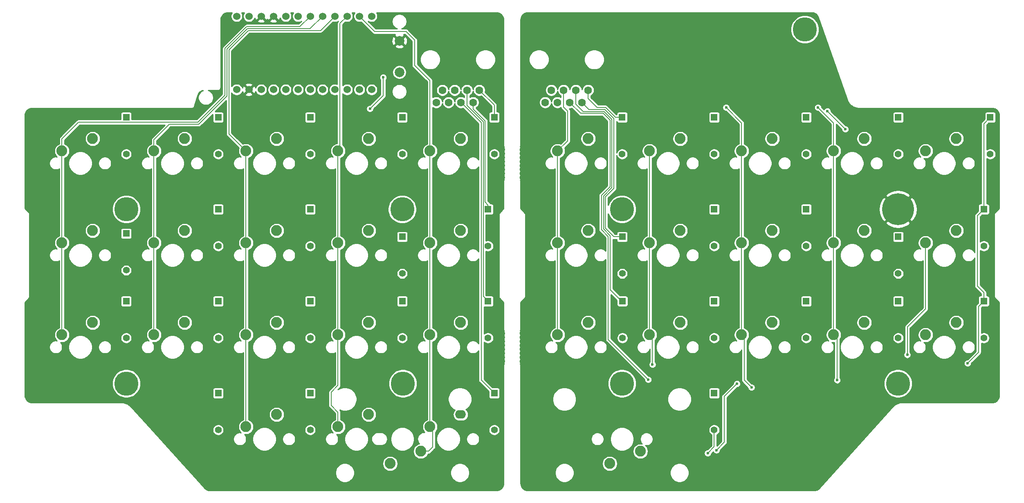
<source format=gbr>
G04 #@! TF.GenerationSoftware,KiCad,Pcbnew,(5.1.6-0-10_14)*
G04 #@! TF.CreationDate,2020-10-19T10:54:39+09:00*
G04 #@! TF.ProjectId,reviung34-split-L,72657669-756e-4673-9334-2d73706c6974,2.0*
G04 #@! TF.SameCoordinates,Original*
G04 #@! TF.FileFunction,Copper,L1,Top*
G04 #@! TF.FilePolarity,Positive*
%FSLAX46Y46*%
G04 Gerber Fmt 4.6, Leading zero omitted, Abs format (unit mm)*
G04 Created by KiCad (PCBNEW (5.1.6-0-10_14)) date 2020-10-19 10:54:39*
%MOMM*%
%LPD*%
G01*
G04 APERTURE LIST*
G04 #@! TA.AperFunction,ComponentPad*
%ADD10C,1.600000*%
G04 #@! TD*
G04 #@! TA.AperFunction,ComponentPad*
%ADD11C,6.600000*%
G04 #@! TD*
G04 #@! TA.AperFunction,WasherPad*
%ADD12C,5.000000*%
G04 #@! TD*
G04 #@! TA.AperFunction,ComponentPad*
%ADD13C,2.250000*%
G04 #@! TD*
G04 #@! TA.AperFunction,ComponentPad*
%ADD14O,2.250000X1.750000*%
G04 #@! TD*
G04 #@! TA.AperFunction,ComponentPad*
%ADD15C,2.000000*%
G04 #@! TD*
G04 #@! TA.AperFunction,ComponentPad*
%ADD16C,1.524000*%
G04 #@! TD*
G04 #@! TA.AperFunction,ComponentPad*
%ADD17R,1.397000X1.397000*%
G04 #@! TD*
G04 #@! TA.AperFunction,ComponentPad*
%ADD18C,1.397000*%
G04 #@! TD*
G04 #@! TA.AperFunction,ViaPad*
%ADD19C,0.600000*%
G04 #@! TD*
G04 #@! TA.AperFunction,Conductor*
%ADD20C,0.200000*%
G04 #@! TD*
G04 #@! TA.AperFunction,Conductor*
%ADD21C,0.254000*%
G04 #@! TD*
G04 APERTURE END LIST*
D10*
X144380000Y-66660000D03*
X143110000Y-69200000D03*
X141840000Y-66660000D03*
X140570000Y-69200000D03*
X139300000Y-66660000D03*
X138030000Y-69200000D03*
X136760000Y-66660000D03*
X135490000Y-69200000D03*
D11*
X231080000Y-91340000D03*
D12*
X211800000Y-54070000D03*
X231080000Y-127440000D03*
X173930000Y-91340000D03*
X173930000Y-127440000D03*
D13*
X177745000Y-141490000D03*
X171395000Y-144030000D03*
D10*
X166920000Y-66660000D03*
X165650000Y-69200000D03*
X164380000Y-66660000D03*
X163110000Y-69200000D03*
X161840000Y-66660000D03*
X160570000Y-69200000D03*
X159300000Y-66660000D03*
X158030000Y-69200000D03*
D13*
X134190000Y-136410000D03*
D14*
X140540000Y-133870000D03*
D13*
X115140000Y-136410000D03*
X121490000Y-133870000D03*
D15*
X127860000Y-56440000D03*
X127860000Y-62940000D03*
D16*
X94162000Y-66548600D03*
X96702000Y-66548600D03*
X99242000Y-66548600D03*
X101782000Y-66548600D03*
X104322000Y-66548600D03*
X106862000Y-66548600D03*
X109402000Y-66548600D03*
X111942000Y-66548600D03*
X114482000Y-66548600D03*
X117022000Y-66548600D03*
X119562000Y-66548600D03*
X122102000Y-66548600D03*
X122102000Y-51328600D03*
X119562000Y-51328600D03*
X117022000Y-51328600D03*
X114482000Y-51328600D03*
X111942000Y-51328600D03*
X109402000Y-51328600D03*
X106862000Y-51328600D03*
X104322000Y-51328600D03*
X101782000Y-51328600D03*
X99242000Y-51328600D03*
X96702000Y-51328600D03*
X94162000Y-51328600D03*
D12*
X128440000Y-91340000D03*
X128570000Y-127440000D03*
X71320000Y-127440000D03*
X71320000Y-91340000D03*
D17*
X71290000Y-72290000D03*
D18*
X71290000Y-79910000D03*
X90340000Y-79910000D03*
D17*
X90340000Y-72290000D03*
X109390000Y-72290000D03*
D18*
X109390000Y-79910000D03*
X128440000Y-79910000D03*
D17*
X128440000Y-72290000D03*
D18*
X147490000Y-79910000D03*
D17*
X147490000Y-72290000D03*
D18*
X71290000Y-103985000D03*
D17*
X71290000Y-96365000D03*
D18*
X90340000Y-98960000D03*
D17*
X90340000Y-91340000D03*
D18*
X109390000Y-98960000D03*
D17*
X109390000Y-91340000D03*
D18*
X128440000Y-104660000D03*
D17*
X128440000Y-97040000D03*
D18*
X146200000Y-98960000D03*
D17*
X146200000Y-91340000D03*
X71290000Y-110390000D03*
D18*
X71290000Y-118010000D03*
D17*
X90340000Y-110390000D03*
D18*
X90340000Y-118010000D03*
D17*
X109390000Y-110390000D03*
D18*
X109390000Y-118010000D03*
D17*
X128440000Y-110390000D03*
D18*
X128440000Y-118010000D03*
D17*
X146200000Y-110390000D03*
D18*
X146200000Y-118010000D03*
D17*
X90340000Y-129440000D03*
D18*
X90340000Y-137060000D03*
D17*
X109390000Y-129440000D03*
D18*
X109390000Y-137060000D03*
X147490000Y-137060000D03*
D17*
X147490000Y-129440000D03*
D13*
X64340000Y-76720000D03*
X57990000Y-79260000D03*
X77040000Y-79260000D03*
X83390000Y-76720000D03*
X102440000Y-76720000D03*
X96090000Y-79260000D03*
X115140000Y-79260000D03*
X121490000Y-76720000D03*
X134190000Y-79260000D03*
X140540000Y-76720000D03*
X57990000Y-98310000D03*
X64340000Y-95770000D03*
X77040000Y-98310000D03*
X83390000Y-95770000D03*
X96090000Y-98310000D03*
X102440000Y-95770000D03*
X115140000Y-98310000D03*
X121490000Y-95770000D03*
X134190000Y-98310000D03*
X140540000Y-95770000D03*
X57990000Y-117360000D03*
X64340000Y-114820000D03*
X83390000Y-114820000D03*
X77040000Y-117360000D03*
X102440000Y-114820000D03*
X96090000Y-117360000D03*
X121490000Y-114820000D03*
X115140000Y-117360000D03*
X140540000Y-114820000D03*
X134190000Y-117360000D03*
X102440000Y-133870000D03*
X96090000Y-136410000D03*
X125935000Y-144030000D03*
X132285000Y-141490000D03*
D17*
X173980000Y-72290000D03*
D18*
X173980000Y-79910000D03*
X193030000Y-79910000D03*
D17*
X193030000Y-72290000D03*
X212080000Y-72290000D03*
D18*
X212080000Y-79910000D03*
X231130000Y-79910000D03*
D17*
X231130000Y-72290000D03*
X173990000Y-97040000D03*
D18*
X173990000Y-104660000D03*
X193030000Y-98960000D03*
D17*
X193030000Y-91340000D03*
X212080000Y-91340000D03*
D18*
X212080000Y-98960000D03*
X231130000Y-104660000D03*
D17*
X231130000Y-97040000D03*
D18*
X174030000Y-118010000D03*
D17*
X174030000Y-110390000D03*
X193030000Y-110390000D03*
D18*
X193030000Y-118010000D03*
X212080000Y-118010000D03*
D17*
X212080000Y-110390000D03*
X231130000Y-110390000D03*
D18*
X231130000Y-118010000D03*
X250180000Y-79910000D03*
D17*
X250180000Y-72290000D03*
X248850000Y-91340000D03*
D18*
X248850000Y-98960000D03*
X248850000Y-118010000D03*
D17*
X248850000Y-110390000D03*
X193030000Y-129440000D03*
D18*
X193030000Y-137060000D03*
D13*
X160600000Y-79260000D03*
X166950000Y-76720000D03*
X186000000Y-76720000D03*
X179650000Y-79260000D03*
X205050000Y-76720000D03*
X198700000Y-79260000D03*
X217750000Y-79260000D03*
X224100000Y-76720000D03*
X166950000Y-95770000D03*
X160600000Y-98310000D03*
X179650000Y-98310000D03*
X186000000Y-95770000D03*
X205050000Y-95770000D03*
X198700000Y-98310000D03*
X217750000Y-98310000D03*
X224100000Y-95770000D03*
X160600000Y-117360000D03*
X166950000Y-114820000D03*
X186000000Y-114820000D03*
X179650000Y-117360000D03*
X205050000Y-114820000D03*
X198700000Y-117360000D03*
X217750000Y-117360000D03*
X224100000Y-114820000D03*
X236800000Y-79260000D03*
X243150000Y-76720000D03*
X243150000Y-95770000D03*
X236800000Y-98310000D03*
X243150000Y-114820000D03*
X236800000Y-117360000D03*
D19*
X154500000Y-148000000D03*
X148000000Y-148000000D03*
X214000000Y-148000000D03*
X250000000Y-129500000D03*
X52000000Y-129500000D03*
X88000000Y-148000000D03*
X52000000Y-72000000D03*
X155000000Y-72000000D03*
X148000000Y-52000000D03*
X154500000Y-52000000D03*
X81000000Y-129500000D03*
X224500000Y-129500000D03*
X109500000Y-105000000D03*
X193000000Y-105000000D03*
X219500000Y-70500000D03*
X121750000Y-70500000D03*
X124500000Y-64000000D03*
X245500000Y-123250000D03*
X179375000Y-126625000D03*
X191690000Y-141890000D03*
X214500000Y-70250000D03*
X193500000Y-141250000D03*
X218500000Y-126750000D03*
X197750000Y-127500000D03*
X195500000Y-70250000D03*
X200750000Y-128250000D03*
X233000000Y-121500000D03*
X180250000Y-123500000D03*
X216467151Y-71032849D03*
X220184302Y-74750000D03*
D20*
X147490000Y-69770000D02*
X144380000Y-66660000D01*
X147490000Y-72290000D02*
X147490000Y-69770000D01*
X145601509Y-73035810D02*
X143110000Y-70544302D01*
X146200000Y-90441500D02*
X145601509Y-89843009D01*
X143110000Y-70544302D02*
X143110000Y-69200000D01*
X145601509Y-89843009D02*
X145601509Y-73035810D01*
X146200000Y-91340000D02*
X146200000Y-90441500D01*
X141840000Y-66660000D02*
X142198002Y-66660000D01*
X141840000Y-69840000D02*
X141840000Y-66660000D01*
X145201499Y-73201499D02*
X141840000Y-69840000D01*
X145201499Y-109391499D02*
X145201499Y-73201499D01*
X146200000Y-110390000D02*
X145201499Y-109391499D01*
X144801489Y-126751489D02*
X147490000Y-129440000D01*
X140634302Y-69200000D02*
X140570000Y-69200000D01*
X144801489Y-73367187D02*
X140634302Y-69200000D01*
X144801489Y-90801489D02*
X144801489Y-73367187D01*
X144801489Y-90698511D02*
X144801489Y-90801489D01*
X144801489Y-90801489D02*
X144801489Y-126751489D01*
X124500000Y-67750000D02*
X121750000Y-70500000D01*
X124500000Y-66300000D02*
X124500000Y-67750000D01*
X124500000Y-67750000D02*
X124500000Y-64000000D01*
X57990000Y-117360000D02*
X57990000Y-98310000D01*
X57990000Y-98310000D02*
X57990000Y-79260000D01*
X61461499Y-73288501D02*
X57990000Y-76760000D01*
X86145801Y-73288501D02*
X61461499Y-73288501D01*
X57990000Y-76760000D02*
X57990000Y-79260000D01*
X96250000Y-53500000D02*
X91750000Y-58000000D01*
X107230600Y-53500000D02*
X96250000Y-53500000D01*
X91750000Y-67684302D02*
X86145801Y-73288501D01*
X91750000Y-58000000D02*
X91750000Y-67684302D01*
X109402000Y-51328600D02*
X107230600Y-53500000D01*
X77040000Y-79260000D02*
X77040000Y-98310000D01*
X77040000Y-98310000D02*
X77040000Y-117360000D01*
X77040000Y-76898511D02*
X77040000Y-79260000D01*
X80250000Y-73688511D02*
X77040000Y-76898511D01*
X92150010Y-67849990D02*
X86311489Y-73688511D01*
X92150010Y-58165688D02*
X92150010Y-67849990D01*
X96415688Y-53900010D02*
X92150010Y-58165688D01*
X86311489Y-73688511D02*
X80250000Y-73688511D01*
X109370590Y-53900010D02*
X96415688Y-53900010D01*
X111942000Y-51328600D02*
X109370590Y-53900010D01*
X96090000Y-136410000D02*
X96090000Y-117360000D01*
X96090000Y-117360000D02*
X96090000Y-98310000D01*
X96090000Y-98310000D02*
X96090000Y-79260000D01*
X92550020Y-75720020D02*
X96090000Y-79260000D01*
X96581376Y-54300020D02*
X92550020Y-58331376D01*
X111510580Y-54300020D02*
X96581376Y-54300020D01*
X92550020Y-58331376D02*
X92550020Y-75720020D01*
X114482000Y-51328600D02*
X111510580Y-54300020D01*
X115140000Y-79260000D02*
X115140000Y-98310000D01*
X115140000Y-98310000D02*
X115140000Y-117360000D01*
X115140000Y-117360000D02*
X115140000Y-127860000D01*
X115140000Y-127860000D02*
X113750000Y-129250000D01*
X113750000Y-129250000D02*
X113750000Y-132000000D01*
X115140000Y-133390000D02*
X115140000Y-136410000D01*
X113750000Y-132000000D02*
X115140000Y-133390000D01*
X115544001Y-78855999D02*
X115544001Y-52806599D01*
X115544001Y-52806599D02*
X117022000Y-51328600D01*
X115140000Y-79260000D02*
X115544001Y-78855999D01*
X134190000Y-79260000D02*
X134190000Y-98310000D01*
X134190000Y-98310000D02*
X134190000Y-117360000D01*
X134190000Y-117360000D02*
X134190000Y-136410000D01*
X133875990Y-141490000D02*
X132285000Y-141490000D01*
X134735010Y-140630980D02*
X133875990Y-141490000D01*
X134735010Y-136955010D02*
X134735010Y-140630980D01*
X134190000Y-136410000D02*
X134735010Y-136955010D01*
X131000000Y-61500000D02*
X134190000Y-64690000D01*
X131000000Y-56250000D02*
X131000000Y-61500000D01*
X129258300Y-54508300D02*
X131000000Y-56250000D01*
X122741700Y-54508300D02*
X129258300Y-54508300D01*
X134190000Y-64690000D02*
X134190000Y-79260000D01*
X119562000Y-51328600D02*
X122741700Y-54508300D01*
X170520678Y-70260678D02*
X172550000Y-72290000D01*
X168760678Y-70260678D02*
X170520678Y-70260678D01*
X172550000Y-72290000D02*
X173980000Y-72290000D01*
X166920000Y-68420000D02*
X168760678Y-70260678D01*
X166920000Y-66660000D02*
X166920000Y-68420000D01*
X172290000Y-97040000D02*
X173990000Y-97040000D01*
X170500000Y-95250000D02*
X172290000Y-97040000D01*
X170500000Y-88750000D02*
X170500000Y-95250000D01*
X165650000Y-69200000D02*
X167110688Y-70660688D01*
X172250000Y-87000000D02*
X170500000Y-88750000D01*
X170354991Y-70660688D02*
X172250000Y-72555698D01*
X167110688Y-70660688D02*
X170354991Y-70660688D01*
X172250000Y-72555698D02*
X172250000Y-87000000D01*
X165882696Y-71060698D02*
X164380000Y-69558002D01*
X171849990Y-86834311D02*
X171849990Y-72721386D01*
X170099990Y-88584311D02*
X171849990Y-86834311D01*
X171500000Y-96815698D02*
X170099990Y-95415689D01*
X171500000Y-108000000D02*
X171500000Y-96815698D01*
X170189302Y-71060698D02*
X165882696Y-71060698D01*
X170099990Y-95415689D02*
X170099990Y-88584311D01*
X164380000Y-69558002D02*
X164380000Y-66660000D01*
X171849990Y-72721386D02*
X170189302Y-71060698D01*
X173890000Y-110390000D02*
X171500000Y-108000000D01*
X174030000Y-110390000D02*
X173890000Y-110390000D01*
X248850000Y-73620000D02*
X250180000Y-72290000D01*
X248850000Y-91340000D02*
X248850000Y-73620000D01*
X247500000Y-92690000D02*
X248850000Y-91340000D01*
X248850000Y-108600000D02*
X247500000Y-107250000D01*
X248850000Y-110390000D02*
X248850000Y-108600000D01*
X247500000Y-107250000D02*
X247500000Y-92690000D01*
X248850000Y-110390000D02*
X248850000Y-110400000D01*
X248850000Y-110400000D02*
X247750000Y-111500000D01*
X247750000Y-111500000D02*
X247750000Y-121000000D01*
X247750000Y-121000000D02*
X245500000Y-123250000D01*
X163110000Y-69200000D02*
X165370708Y-71460708D01*
X165370708Y-71460708D02*
X170023614Y-71460708D01*
X170023614Y-71460708D02*
X171449980Y-72887074D01*
X171449980Y-86668623D02*
X169699980Y-88418622D01*
X171449980Y-72887074D02*
X171449980Y-86668623D01*
X169699980Y-95581378D02*
X171099990Y-96981388D01*
X169699980Y-88418622D02*
X169699980Y-95581378D01*
X171099990Y-96981388D02*
X171099990Y-118349990D01*
X171099990Y-118349990D02*
X179375000Y-126625000D01*
X193030000Y-137060000D02*
X193030000Y-140550000D01*
X193030000Y-140550000D02*
X191690000Y-141890000D01*
X217750000Y-117360000D02*
X217750000Y-98310000D01*
X217750000Y-98310000D02*
X217750000Y-79260000D01*
X217750000Y-117360000D02*
X217750000Y-118000000D01*
X217750000Y-79260000D02*
X217750000Y-73500000D01*
X217750000Y-73500000D02*
X214500000Y-70250000D01*
X218500000Y-118110000D02*
X217750000Y-117360000D01*
X218500000Y-126750000D02*
X218500000Y-118110000D01*
X195125000Y-139625000D02*
X195125000Y-130125000D01*
X195125000Y-139625000D02*
X193500000Y-141250000D01*
X195125000Y-130125000D02*
X197750000Y-127500000D01*
X198700000Y-117360000D02*
X198700000Y-98310000D01*
X198700000Y-98310000D02*
X198700000Y-79260000D01*
X198700000Y-79260000D02*
X198700000Y-73450000D01*
X198700000Y-73450000D02*
X195500000Y-70250000D01*
X199250000Y-117910000D02*
X198700000Y-117360000D01*
X199250000Y-126750000D02*
X199250000Y-117910000D01*
X200750000Y-128250000D02*
X199250000Y-126750000D01*
X179650000Y-117360000D02*
X179650000Y-98310000D01*
X179650000Y-98310000D02*
X179650000Y-79260000D01*
X179650000Y-117360000D02*
X179650000Y-117650000D01*
X179650000Y-117650000D02*
X180250000Y-118250000D01*
X180250000Y-118250000D02*
X180250000Y-123500000D01*
X236800000Y-111950000D02*
X236800000Y-98310000D01*
X233000000Y-115750000D02*
X236800000Y-111950000D01*
X233000000Y-115750000D02*
X233000000Y-121500000D01*
X160600000Y-117360000D02*
X160600000Y-98310000D01*
X160600000Y-98310000D02*
X160600000Y-79260000D01*
X161840000Y-70130010D02*
X161840000Y-66660000D01*
X162709990Y-71000000D02*
X161840000Y-70130010D01*
X162709990Y-77150010D02*
X162709990Y-71000000D01*
X160600000Y-79260000D02*
X162709990Y-77150010D01*
X236750000Y-79210000D02*
X236800000Y-79260000D01*
X216467151Y-71032849D02*
X220184302Y-74750000D01*
D21*
G36*
X93064012Y-50741713D02*
G01*
X92970614Y-50967197D01*
X92923000Y-51206569D01*
X92923000Y-51450631D01*
X92970614Y-51690003D01*
X93064012Y-51915487D01*
X93199606Y-52118416D01*
X93372184Y-52290994D01*
X93575113Y-52426588D01*
X93800597Y-52519986D01*
X94039969Y-52567600D01*
X94284031Y-52567600D01*
X94523403Y-52519986D01*
X94748887Y-52426588D01*
X94951816Y-52290994D01*
X95124394Y-52118416D01*
X95259988Y-51915487D01*
X95353386Y-51690003D01*
X95401000Y-51450631D01*
X95401000Y-51206569D01*
X95353386Y-50967197D01*
X95259988Y-50741713D01*
X95162672Y-50596070D01*
X95701328Y-50596070D01*
X95604012Y-50741713D01*
X95510614Y-50967197D01*
X95463000Y-51206569D01*
X95463000Y-51450631D01*
X95510614Y-51690003D01*
X95604012Y-51915487D01*
X95739606Y-52118416D01*
X95912184Y-52290994D01*
X96115113Y-52426588D01*
X96340597Y-52519986D01*
X96579969Y-52567600D01*
X96824031Y-52567600D01*
X97063403Y-52519986D01*
X97288887Y-52426588D01*
X97487070Y-52294165D01*
X98456040Y-52294165D01*
X98523020Y-52534256D01*
X98772048Y-52651356D01*
X99039135Y-52717623D01*
X99314017Y-52730510D01*
X99586133Y-52689522D01*
X99845023Y-52596236D01*
X99960980Y-52534256D01*
X100027960Y-52294165D01*
X100996040Y-52294165D01*
X101063020Y-52534256D01*
X101312048Y-52651356D01*
X101579135Y-52717623D01*
X101854017Y-52730510D01*
X102126133Y-52689522D01*
X102385023Y-52596236D01*
X102500980Y-52534256D01*
X102567960Y-52294165D01*
X101782000Y-51508205D01*
X100996040Y-52294165D01*
X100027960Y-52294165D01*
X99242000Y-51508205D01*
X98456040Y-52294165D01*
X97487070Y-52294165D01*
X97491816Y-52290994D01*
X97664394Y-52118416D01*
X97799988Y-51915487D01*
X97890132Y-51697859D01*
X97974364Y-51931623D01*
X98036344Y-52047580D01*
X98276435Y-52114560D01*
X99062395Y-51328600D01*
X99048253Y-51314458D01*
X99227858Y-51134853D01*
X99242000Y-51148995D01*
X99256143Y-51134853D01*
X99435748Y-51314458D01*
X99421605Y-51328600D01*
X100207565Y-52114560D01*
X100447656Y-52047580D01*
X100509079Y-51916956D01*
X100514364Y-51931623D01*
X100576344Y-52047580D01*
X100816435Y-52114560D01*
X101602395Y-51328600D01*
X101588253Y-51314458D01*
X101767858Y-51134853D01*
X101782000Y-51148995D01*
X101796143Y-51134853D01*
X101975748Y-51314458D01*
X101961605Y-51328600D01*
X102747565Y-52114560D01*
X102987656Y-52047580D01*
X103104756Y-51798552D01*
X103131286Y-51691625D01*
X103224012Y-51915487D01*
X103359606Y-52118416D01*
X103532184Y-52290994D01*
X103735113Y-52426588D01*
X103960597Y-52519986D01*
X104199969Y-52567600D01*
X104444031Y-52567600D01*
X104683403Y-52519986D01*
X104908887Y-52426588D01*
X105111816Y-52290994D01*
X105284394Y-52118416D01*
X105419988Y-51915487D01*
X105513386Y-51690003D01*
X105561000Y-51450631D01*
X105561000Y-51206569D01*
X105513386Y-50967197D01*
X105419988Y-50741713D01*
X105322672Y-50596070D01*
X105861328Y-50596070D01*
X105764012Y-50741713D01*
X105670614Y-50967197D01*
X105623000Y-51206569D01*
X105623000Y-51450631D01*
X105670614Y-51690003D01*
X105764012Y-51915487D01*
X105899606Y-52118416D01*
X106072184Y-52290994D01*
X106275113Y-52426588D01*
X106500597Y-52519986D01*
X106739969Y-52567600D01*
X106984031Y-52567600D01*
X107223403Y-52519986D01*
X107448887Y-52426588D01*
X107566796Y-52347803D01*
X106991599Y-52923000D01*
X96278330Y-52923000D01*
X96249999Y-52920210D01*
X96221668Y-52923000D01*
X96221664Y-52923000D01*
X96197971Y-52925334D01*
X96136888Y-52931349D01*
X96072782Y-52950796D01*
X96028124Y-52964343D01*
X95927885Y-53017921D01*
X95881980Y-53055595D01*
X95862035Y-53071963D01*
X95862033Y-53071965D01*
X95840026Y-53090026D01*
X95821965Y-53112033D01*
X91362038Y-57571961D01*
X91340026Y-57590026D01*
X91267921Y-57677886D01*
X91214343Y-57778125D01*
X91209006Y-57795719D01*
X91181349Y-57886889D01*
X91170210Y-58000000D01*
X91173000Y-58028331D01*
X91173001Y-67445299D01*
X85906800Y-72711501D01*
X72467807Y-72711501D01*
X72467807Y-71591500D01*
X72458597Y-71497992D01*
X72431322Y-71408077D01*
X72387029Y-71325211D01*
X72327421Y-71252579D01*
X72254789Y-71192971D01*
X72171923Y-71148678D01*
X72082008Y-71121403D01*
X71988500Y-71112193D01*
X70591500Y-71112193D01*
X70497992Y-71121403D01*
X70408077Y-71148678D01*
X70325211Y-71192971D01*
X70252579Y-71252579D01*
X70192971Y-71325211D01*
X70148678Y-71408077D01*
X70121403Y-71497992D01*
X70112193Y-71591500D01*
X70112193Y-72711501D01*
X61489830Y-72711501D01*
X61461499Y-72708711D01*
X61433168Y-72711501D01*
X61433163Y-72711501D01*
X61406385Y-72714138D01*
X61348387Y-72719850D01*
X61284281Y-72739297D01*
X61239623Y-72752844D01*
X61139384Y-72806422D01*
X61086221Y-72850053D01*
X61073534Y-72860464D01*
X61073532Y-72860466D01*
X61051525Y-72878527D01*
X61033464Y-72900534D01*
X57602038Y-76331961D01*
X57580026Y-76350026D01*
X57507921Y-76437886D01*
X57454343Y-76538125D01*
X57447035Y-76562217D01*
X57421349Y-76646889D01*
X57410210Y-76760000D01*
X57413000Y-76788331D01*
X57413000Y-77765009D01*
X57231169Y-77840326D01*
X56968785Y-78015646D01*
X56745646Y-78238785D01*
X56570326Y-78501169D01*
X56449564Y-78792714D01*
X56388000Y-79102217D01*
X56388000Y-79417783D01*
X56449564Y-79727286D01*
X56570326Y-80018831D01*
X56745646Y-80281215D01*
X56927148Y-80462717D01*
X56853160Y-80448000D01*
X56586840Y-80448000D01*
X56325636Y-80499956D01*
X56079588Y-80601873D01*
X55858150Y-80749833D01*
X55669833Y-80938150D01*
X55521873Y-81159588D01*
X55419956Y-81405636D01*
X55368000Y-81666840D01*
X55368000Y-81933160D01*
X55419956Y-82194364D01*
X55521873Y-82440412D01*
X55669833Y-82661850D01*
X55858150Y-82850167D01*
X56079588Y-82998127D01*
X56325636Y-83100044D01*
X56586840Y-83152000D01*
X56853160Y-83152000D01*
X57114364Y-83100044D01*
X57360412Y-82998127D01*
X57413001Y-82962988D01*
X57413000Y-96815009D01*
X57231169Y-96890326D01*
X56968785Y-97065646D01*
X56745646Y-97288785D01*
X56570326Y-97551169D01*
X56449564Y-97842714D01*
X56388000Y-98152217D01*
X56388000Y-98467783D01*
X56449564Y-98777286D01*
X56570326Y-99068831D01*
X56745646Y-99331215D01*
X56927148Y-99512717D01*
X56853160Y-99498000D01*
X56586840Y-99498000D01*
X56325636Y-99549956D01*
X56079588Y-99651873D01*
X55858150Y-99799833D01*
X55669833Y-99988150D01*
X55521873Y-100209588D01*
X55419956Y-100455636D01*
X55368000Y-100716840D01*
X55368000Y-100983160D01*
X55419956Y-101244364D01*
X55521873Y-101490412D01*
X55669833Y-101711850D01*
X55858150Y-101900167D01*
X56079588Y-102048127D01*
X56325636Y-102150044D01*
X56586840Y-102202000D01*
X56853160Y-102202000D01*
X57114364Y-102150044D01*
X57360412Y-102048127D01*
X57413001Y-102012988D01*
X57413000Y-115865009D01*
X57231169Y-115940326D01*
X56968785Y-116115646D01*
X56745646Y-116338785D01*
X56570326Y-116601169D01*
X56449564Y-116892714D01*
X56388000Y-117202217D01*
X56388000Y-117517783D01*
X56449564Y-117827286D01*
X56570326Y-118118831D01*
X56745646Y-118381215D01*
X56927148Y-118562717D01*
X56853160Y-118548000D01*
X56586840Y-118548000D01*
X56325636Y-118599956D01*
X56079588Y-118701873D01*
X55858150Y-118849833D01*
X55669833Y-119038150D01*
X55521873Y-119259588D01*
X55419956Y-119505636D01*
X55368000Y-119766840D01*
X55368000Y-120033160D01*
X55419956Y-120294364D01*
X55521873Y-120540412D01*
X55669833Y-120761850D01*
X55858150Y-120950167D01*
X56079588Y-121098127D01*
X56325636Y-121200044D01*
X56586840Y-121252000D01*
X56853160Y-121252000D01*
X57114364Y-121200044D01*
X57360412Y-121098127D01*
X57581850Y-120950167D01*
X57770167Y-120761850D01*
X57918127Y-120540412D01*
X58020044Y-120294364D01*
X58072000Y-120033160D01*
X58072000Y-119766840D01*
X58050080Y-119656638D01*
X59329100Y-119656638D01*
X59329100Y-120143362D01*
X59424055Y-120620735D01*
X59610316Y-121070410D01*
X59880726Y-121475107D01*
X60224893Y-121819274D01*
X60629590Y-122089684D01*
X61079265Y-122275945D01*
X61556638Y-122370900D01*
X62043362Y-122370900D01*
X62520735Y-122275945D01*
X62970410Y-122089684D01*
X63375107Y-121819274D01*
X63719274Y-121475107D01*
X63989684Y-121070410D01*
X64175945Y-120620735D01*
X64270900Y-120143362D01*
X64270900Y-119766840D01*
X65528000Y-119766840D01*
X65528000Y-120033160D01*
X65579956Y-120294364D01*
X65681873Y-120540412D01*
X65829833Y-120761850D01*
X66018150Y-120950167D01*
X66239588Y-121098127D01*
X66485636Y-121200044D01*
X66746840Y-121252000D01*
X67013160Y-121252000D01*
X67274364Y-121200044D01*
X67520412Y-121098127D01*
X67741850Y-120950167D01*
X67930167Y-120761850D01*
X68078127Y-120540412D01*
X68180044Y-120294364D01*
X68232000Y-120033160D01*
X68232000Y-119766840D01*
X68180044Y-119505636D01*
X68078127Y-119259588D01*
X67930167Y-119038150D01*
X67741850Y-118849833D01*
X67520412Y-118701873D01*
X67274364Y-118599956D01*
X67013160Y-118548000D01*
X66746840Y-118548000D01*
X66485636Y-118599956D01*
X66239588Y-118701873D01*
X66018150Y-118849833D01*
X65829833Y-119038150D01*
X65681873Y-119259588D01*
X65579956Y-119505636D01*
X65528000Y-119766840D01*
X64270900Y-119766840D01*
X64270900Y-119656638D01*
X64175945Y-119179265D01*
X63989684Y-118729590D01*
X63719274Y-118324893D01*
X63375107Y-117980726D01*
X63245647Y-117894223D01*
X70114500Y-117894223D01*
X70114500Y-118125777D01*
X70159674Y-118352881D01*
X70248285Y-118566808D01*
X70376929Y-118759338D01*
X70540662Y-118923071D01*
X70733192Y-119051715D01*
X70947119Y-119140326D01*
X71174223Y-119185500D01*
X71405777Y-119185500D01*
X71632881Y-119140326D01*
X71846808Y-119051715D01*
X72039338Y-118923071D01*
X72203071Y-118759338D01*
X72331715Y-118566808D01*
X72420326Y-118352881D01*
X72465500Y-118125777D01*
X72465500Y-117894223D01*
X72420326Y-117667119D01*
X72331715Y-117453192D01*
X72203071Y-117260662D01*
X72039338Y-117096929D01*
X71846808Y-116968285D01*
X71632881Y-116879674D01*
X71405777Y-116834500D01*
X71174223Y-116834500D01*
X70947119Y-116879674D01*
X70733192Y-116968285D01*
X70540662Y-117096929D01*
X70376929Y-117260662D01*
X70248285Y-117453192D01*
X70159674Y-117667119D01*
X70114500Y-117894223D01*
X63245647Y-117894223D01*
X62970410Y-117710316D01*
X62520735Y-117524055D01*
X62043362Y-117429100D01*
X61556638Y-117429100D01*
X61079265Y-117524055D01*
X60629590Y-117710316D01*
X60224893Y-117980726D01*
X59880726Y-118324893D01*
X59610316Y-118729590D01*
X59424055Y-119179265D01*
X59329100Y-119656638D01*
X58050080Y-119656638D01*
X58020044Y-119505636D01*
X57918127Y-119259588D01*
X57770167Y-119038150D01*
X57659702Y-118927685D01*
X57832217Y-118962000D01*
X58147783Y-118962000D01*
X58457286Y-118900436D01*
X58748831Y-118779674D01*
X59011215Y-118604354D01*
X59234354Y-118381215D01*
X59409674Y-118118831D01*
X59530436Y-117827286D01*
X59592000Y-117517783D01*
X59592000Y-117202217D01*
X59530436Y-116892714D01*
X59409674Y-116601169D01*
X59234354Y-116338785D01*
X59011215Y-116115646D01*
X58748831Y-115940326D01*
X58567000Y-115865009D01*
X58567000Y-114662217D01*
X62738000Y-114662217D01*
X62738000Y-114977783D01*
X62799564Y-115287286D01*
X62920326Y-115578831D01*
X63095646Y-115841215D01*
X63318785Y-116064354D01*
X63581169Y-116239674D01*
X63872714Y-116360436D01*
X64182217Y-116422000D01*
X64497783Y-116422000D01*
X64807286Y-116360436D01*
X65098831Y-116239674D01*
X65361215Y-116064354D01*
X65584354Y-115841215D01*
X65759674Y-115578831D01*
X65880436Y-115287286D01*
X65942000Y-114977783D01*
X65942000Y-114662217D01*
X65880436Y-114352714D01*
X65759674Y-114061169D01*
X65584354Y-113798785D01*
X65361215Y-113575646D01*
X65098831Y-113400326D01*
X64807286Y-113279564D01*
X64497783Y-113218000D01*
X64182217Y-113218000D01*
X63872714Y-113279564D01*
X63581169Y-113400326D01*
X63318785Y-113575646D01*
X63095646Y-113798785D01*
X62920326Y-114061169D01*
X62799564Y-114352714D01*
X62738000Y-114662217D01*
X58567000Y-114662217D01*
X58567000Y-109691500D01*
X70112193Y-109691500D01*
X70112193Y-111088500D01*
X70121403Y-111182008D01*
X70148678Y-111271923D01*
X70192971Y-111354789D01*
X70252579Y-111427421D01*
X70325211Y-111487029D01*
X70408077Y-111531322D01*
X70497992Y-111558597D01*
X70591500Y-111567807D01*
X71988500Y-111567807D01*
X72082008Y-111558597D01*
X72171923Y-111531322D01*
X72254789Y-111487029D01*
X72327421Y-111427421D01*
X72387029Y-111354789D01*
X72431322Y-111271923D01*
X72458597Y-111182008D01*
X72467807Y-111088500D01*
X72467807Y-109691500D01*
X72458597Y-109597992D01*
X72431322Y-109508077D01*
X72387029Y-109425211D01*
X72327421Y-109352579D01*
X72254789Y-109292971D01*
X72171923Y-109248678D01*
X72082008Y-109221403D01*
X71988500Y-109212193D01*
X70591500Y-109212193D01*
X70497992Y-109221403D01*
X70408077Y-109248678D01*
X70325211Y-109292971D01*
X70252579Y-109352579D01*
X70192971Y-109425211D01*
X70148678Y-109508077D01*
X70121403Y-109597992D01*
X70112193Y-109691500D01*
X58567000Y-109691500D01*
X58567000Y-103869223D01*
X70114500Y-103869223D01*
X70114500Y-104100777D01*
X70159674Y-104327881D01*
X70248285Y-104541808D01*
X70376929Y-104734338D01*
X70540662Y-104898071D01*
X70733192Y-105026715D01*
X70947119Y-105115326D01*
X71174223Y-105160500D01*
X71405777Y-105160500D01*
X71632881Y-105115326D01*
X71846808Y-105026715D01*
X72039338Y-104898071D01*
X72203071Y-104734338D01*
X72331715Y-104541808D01*
X72420326Y-104327881D01*
X72465500Y-104100777D01*
X72465500Y-103869223D01*
X72420326Y-103642119D01*
X72331715Y-103428192D01*
X72203071Y-103235662D01*
X72039338Y-103071929D01*
X71846808Y-102943285D01*
X71632881Y-102854674D01*
X71405777Y-102809500D01*
X71174223Y-102809500D01*
X70947119Y-102854674D01*
X70733192Y-102943285D01*
X70540662Y-103071929D01*
X70376929Y-103235662D01*
X70248285Y-103428192D01*
X70159674Y-103642119D01*
X70114500Y-103869223D01*
X58567000Y-103869223D01*
X58567000Y-100606638D01*
X59329100Y-100606638D01*
X59329100Y-101093362D01*
X59424055Y-101570735D01*
X59610316Y-102020410D01*
X59880726Y-102425107D01*
X60224893Y-102769274D01*
X60629590Y-103039684D01*
X61079265Y-103225945D01*
X61556638Y-103320900D01*
X62043362Y-103320900D01*
X62520735Y-103225945D01*
X62970410Y-103039684D01*
X63375107Y-102769274D01*
X63719274Y-102425107D01*
X63989684Y-102020410D01*
X64175945Y-101570735D01*
X64270900Y-101093362D01*
X64270900Y-100716840D01*
X65528000Y-100716840D01*
X65528000Y-100983160D01*
X65579956Y-101244364D01*
X65681873Y-101490412D01*
X65829833Y-101711850D01*
X66018150Y-101900167D01*
X66239588Y-102048127D01*
X66485636Y-102150044D01*
X66746840Y-102202000D01*
X67013160Y-102202000D01*
X67274364Y-102150044D01*
X67520412Y-102048127D01*
X67741850Y-101900167D01*
X67930167Y-101711850D01*
X68078127Y-101490412D01*
X68180044Y-101244364D01*
X68232000Y-100983160D01*
X68232000Y-100716840D01*
X68180044Y-100455636D01*
X68078127Y-100209588D01*
X67930167Y-99988150D01*
X67741850Y-99799833D01*
X67520412Y-99651873D01*
X67274364Y-99549956D01*
X67013160Y-99498000D01*
X66746840Y-99498000D01*
X66485636Y-99549956D01*
X66239588Y-99651873D01*
X66018150Y-99799833D01*
X65829833Y-99988150D01*
X65681873Y-100209588D01*
X65579956Y-100455636D01*
X65528000Y-100716840D01*
X64270900Y-100716840D01*
X64270900Y-100606638D01*
X64175945Y-100129265D01*
X63989684Y-99679590D01*
X63719274Y-99274893D01*
X63375107Y-98930726D01*
X62970410Y-98660316D01*
X62520735Y-98474055D01*
X62043362Y-98379100D01*
X61556638Y-98379100D01*
X61079265Y-98474055D01*
X60629590Y-98660316D01*
X60224893Y-98930726D01*
X59880726Y-99274893D01*
X59610316Y-99679590D01*
X59424055Y-100129265D01*
X59329100Y-100606638D01*
X58567000Y-100606638D01*
X58567000Y-99804991D01*
X58748831Y-99729674D01*
X59011215Y-99554354D01*
X59234354Y-99331215D01*
X59409674Y-99068831D01*
X59530436Y-98777286D01*
X59592000Y-98467783D01*
X59592000Y-98152217D01*
X59530436Y-97842714D01*
X59409674Y-97551169D01*
X59234354Y-97288785D01*
X59011215Y-97065646D01*
X58748831Y-96890326D01*
X58567000Y-96815009D01*
X58567000Y-95612217D01*
X62738000Y-95612217D01*
X62738000Y-95927783D01*
X62799564Y-96237286D01*
X62920326Y-96528831D01*
X63095646Y-96791215D01*
X63318785Y-97014354D01*
X63581169Y-97189674D01*
X63872714Y-97310436D01*
X64182217Y-97372000D01*
X64497783Y-97372000D01*
X64807286Y-97310436D01*
X65098831Y-97189674D01*
X65361215Y-97014354D01*
X65584354Y-96791215D01*
X65759674Y-96528831D01*
X65880436Y-96237286D01*
X65942000Y-95927783D01*
X65942000Y-95666500D01*
X70112193Y-95666500D01*
X70112193Y-97063500D01*
X70121403Y-97157008D01*
X70148678Y-97246923D01*
X70192971Y-97329789D01*
X70252579Y-97402421D01*
X70325211Y-97462029D01*
X70408077Y-97506322D01*
X70497992Y-97533597D01*
X70591500Y-97542807D01*
X71988500Y-97542807D01*
X72082008Y-97533597D01*
X72171923Y-97506322D01*
X72254789Y-97462029D01*
X72327421Y-97402421D01*
X72387029Y-97329789D01*
X72431322Y-97246923D01*
X72458597Y-97157008D01*
X72467807Y-97063500D01*
X72467807Y-95666500D01*
X72458597Y-95572992D01*
X72431322Y-95483077D01*
X72387029Y-95400211D01*
X72327421Y-95327579D01*
X72254789Y-95267971D01*
X72171923Y-95223678D01*
X72082008Y-95196403D01*
X71988500Y-95187193D01*
X70591500Y-95187193D01*
X70497992Y-95196403D01*
X70408077Y-95223678D01*
X70325211Y-95267971D01*
X70252579Y-95327579D01*
X70192971Y-95400211D01*
X70148678Y-95483077D01*
X70121403Y-95572992D01*
X70112193Y-95666500D01*
X65942000Y-95666500D01*
X65942000Y-95612217D01*
X65880436Y-95302714D01*
X65759674Y-95011169D01*
X65584354Y-94748785D01*
X65361215Y-94525646D01*
X65098831Y-94350326D01*
X64807286Y-94229564D01*
X64497783Y-94168000D01*
X64182217Y-94168000D01*
X63872714Y-94229564D01*
X63581169Y-94350326D01*
X63318785Y-94525646D01*
X63095646Y-94748785D01*
X62920326Y-95011169D01*
X62799564Y-95302714D01*
X62738000Y-95612217D01*
X58567000Y-95612217D01*
X58567000Y-91046791D01*
X68343000Y-91046791D01*
X68343000Y-91633209D01*
X68457405Y-92208359D01*
X68681817Y-92750138D01*
X69007613Y-93237727D01*
X69422273Y-93652387D01*
X69909862Y-93978183D01*
X70451641Y-94202595D01*
X71026791Y-94317000D01*
X71613209Y-94317000D01*
X72188359Y-94202595D01*
X72730138Y-93978183D01*
X73217727Y-93652387D01*
X73632387Y-93237727D01*
X73958183Y-92750138D01*
X74182595Y-92208359D01*
X74297000Y-91633209D01*
X74297000Y-91046791D01*
X74182595Y-90471641D01*
X73958183Y-89929862D01*
X73632387Y-89442273D01*
X73217727Y-89027613D01*
X72730138Y-88701817D01*
X72188359Y-88477405D01*
X71613209Y-88363000D01*
X71026791Y-88363000D01*
X70451641Y-88477405D01*
X69909862Y-88701817D01*
X69422273Y-89027613D01*
X69007613Y-89442273D01*
X68681817Y-89929862D01*
X68457405Y-90471641D01*
X68343000Y-91046791D01*
X58567000Y-91046791D01*
X58567000Y-81556638D01*
X59329100Y-81556638D01*
X59329100Y-82043362D01*
X59424055Y-82520735D01*
X59610316Y-82970410D01*
X59880726Y-83375107D01*
X60224893Y-83719274D01*
X60629590Y-83989684D01*
X61079265Y-84175945D01*
X61556638Y-84270900D01*
X62043362Y-84270900D01*
X62520735Y-84175945D01*
X62970410Y-83989684D01*
X63375107Y-83719274D01*
X63719274Y-83375107D01*
X63989684Y-82970410D01*
X64175945Y-82520735D01*
X64270900Y-82043362D01*
X64270900Y-81666840D01*
X65528000Y-81666840D01*
X65528000Y-81933160D01*
X65579956Y-82194364D01*
X65681873Y-82440412D01*
X65829833Y-82661850D01*
X66018150Y-82850167D01*
X66239588Y-82998127D01*
X66485636Y-83100044D01*
X66746840Y-83152000D01*
X67013160Y-83152000D01*
X67274364Y-83100044D01*
X67520412Y-82998127D01*
X67741850Y-82850167D01*
X67930167Y-82661850D01*
X68078127Y-82440412D01*
X68180044Y-82194364D01*
X68232000Y-81933160D01*
X68232000Y-81666840D01*
X68180044Y-81405636D01*
X68078127Y-81159588D01*
X67930167Y-80938150D01*
X67741850Y-80749833D01*
X67520412Y-80601873D01*
X67274364Y-80499956D01*
X67013160Y-80448000D01*
X66746840Y-80448000D01*
X66485636Y-80499956D01*
X66239588Y-80601873D01*
X66018150Y-80749833D01*
X65829833Y-80938150D01*
X65681873Y-81159588D01*
X65579956Y-81405636D01*
X65528000Y-81666840D01*
X64270900Y-81666840D01*
X64270900Y-81556638D01*
X64175945Y-81079265D01*
X63989684Y-80629590D01*
X63719274Y-80224893D01*
X63375107Y-79880726D01*
X63245647Y-79794223D01*
X70114500Y-79794223D01*
X70114500Y-80025777D01*
X70159674Y-80252881D01*
X70248285Y-80466808D01*
X70376929Y-80659338D01*
X70540662Y-80823071D01*
X70733192Y-80951715D01*
X70947119Y-81040326D01*
X71174223Y-81085500D01*
X71405777Y-81085500D01*
X71632881Y-81040326D01*
X71846808Y-80951715D01*
X72039338Y-80823071D01*
X72203071Y-80659338D01*
X72331715Y-80466808D01*
X72420326Y-80252881D01*
X72465500Y-80025777D01*
X72465500Y-79794223D01*
X72420326Y-79567119D01*
X72331715Y-79353192D01*
X72203071Y-79160662D01*
X72039338Y-78996929D01*
X71846808Y-78868285D01*
X71632881Y-78779674D01*
X71405777Y-78734500D01*
X71174223Y-78734500D01*
X70947119Y-78779674D01*
X70733192Y-78868285D01*
X70540662Y-78996929D01*
X70376929Y-79160662D01*
X70248285Y-79353192D01*
X70159674Y-79567119D01*
X70114500Y-79794223D01*
X63245647Y-79794223D01*
X62970410Y-79610316D01*
X62520735Y-79424055D01*
X62043362Y-79329100D01*
X61556638Y-79329100D01*
X61079265Y-79424055D01*
X60629590Y-79610316D01*
X60224893Y-79880726D01*
X59880726Y-80224893D01*
X59610316Y-80629590D01*
X59424055Y-81079265D01*
X59329100Y-81556638D01*
X58567000Y-81556638D01*
X58567000Y-80754991D01*
X58748831Y-80679674D01*
X59011215Y-80504354D01*
X59234354Y-80281215D01*
X59409674Y-80018831D01*
X59530436Y-79727286D01*
X59592000Y-79417783D01*
X59592000Y-79102217D01*
X59530436Y-78792714D01*
X59409674Y-78501169D01*
X59234354Y-78238785D01*
X59011215Y-78015646D01*
X58748831Y-77840326D01*
X58567000Y-77765009D01*
X58567000Y-76999001D01*
X59003784Y-76562217D01*
X62738000Y-76562217D01*
X62738000Y-76877783D01*
X62799564Y-77187286D01*
X62920326Y-77478831D01*
X63095646Y-77741215D01*
X63318785Y-77964354D01*
X63581169Y-78139674D01*
X63872714Y-78260436D01*
X64182217Y-78322000D01*
X64497783Y-78322000D01*
X64807286Y-78260436D01*
X65098831Y-78139674D01*
X65361215Y-77964354D01*
X65584354Y-77741215D01*
X65759674Y-77478831D01*
X65880436Y-77187286D01*
X65942000Y-76877783D01*
X65942000Y-76562217D01*
X65880436Y-76252714D01*
X65759674Y-75961169D01*
X65584354Y-75698785D01*
X65361215Y-75475646D01*
X65098831Y-75300326D01*
X64807286Y-75179564D01*
X64497783Y-75118000D01*
X64182217Y-75118000D01*
X63872714Y-75179564D01*
X63581169Y-75300326D01*
X63318785Y-75475646D01*
X63095646Y-75698785D01*
X62920326Y-75961169D01*
X62799564Y-76252714D01*
X62738000Y-76562217D01*
X59003784Y-76562217D01*
X61700501Y-73865501D01*
X79257009Y-73865501D01*
X76652038Y-76470472D01*
X76630026Y-76488537D01*
X76557921Y-76576397D01*
X76504343Y-76676636D01*
X76490796Y-76721294D01*
X76471349Y-76785400D01*
X76460210Y-76898511D01*
X76463000Y-76926842D01*
X76463000Y-77765009D01*
X76281169Y-77840326D01*
X76018785Y-78015646D01*
X75795646Y-78238785D01*
X75620326Y-78501169D01*
X75499564Y-78792714D01*
X75438000Y-79102217D01*
X75438000Y-79417783D01*
X75499564Y-79727286D01*
X75620326Y-80018831D01*
X75795646Y-80281215D01*
X75977148Y-80462717D01*
X75903160Y-80448000D01*
X75636840Y-80448000D01*
X75375636Y-80499956D01*
X75129588Y-80601873D01*
X74908150Y-80749833D01*
X74719833Y-80938150D01*
X74571873Y-81159588D01*
X74469956Y-81405636D01*
X74418000Y-81666840D01*
X74418000Y-81933160D01*
X74469956Y-82194364D01*
X74571873Y-82440412D01*
X74719833Y-82661850D01*
X74908150Y-82850167D01*
X75129588Y-82998127D01*
X75375636Y-83100044D01*
X75636840Y-83152000D01*
X75903160Y-83152000D01*
X76164364Y-83100044D01*
X76410412Y-82998127D01*
X76463000Y-82962989D01*
X76463001Y-96815009D01*
X76281169Y-96890326D01*
X76018785Y-97065646D01*
X75795646Y-97288785D01*
X75620326Y-97551169D01*
X75499564Y-97842714D01*
X75438000Y-98152217D01*
X75438000Y-98467783D01*
X75499564Y-98777286D01*
X75620326Y-99068831D01*
X75795646Y-99331215D01*
X75977148Y-99512717D01*
X75903160Y-99498000D01*
X75636840Y-99498000D01*
X75375636Y-99549956D01*
X75129588Y-99651873D01*
X74908150Y-99799833D01*
X74719833Y-99988150D01*
X74571873Y-100209588D01*
X74469956Y-100455636D01*
X74418000Y-100716840D01*
X74418000Y-100983160D01*
X74469956Y-101244364D01*
X74571873Y-101490412D01*
X74719833Y-101711850D01*
X74908150Y-101900167D01*
X75129588Y-102048127D01*
X75375636Y-102150044D01*
X75636840Y-102202000D01*
X75903160Y-102202000D01*
X76164364Y-102150044D01*
X76410412Y-102048127D01*
X76463000Y-102012989D01*
X76463001Y-115865009D01*
X76281169Y-115940326D01*
X76018785Y-116115646D01*
X75795646Y-116338785D01*
X75620326Y-116601169D01*
X75499564Y-116892714D01*
X75438000Y-117202217D01*
X75438000Y-117517783D01*
X75499564Y-117827286D01*
X75620326Y-118118831D01*
X75795646Y-118381215D01*
X75977148Y-118562717D01*
X75903160Y-118548000D01*
X75636840Y-118548000D01*
X75375636Y-118599956D01*
X75129588Y-118701873D01*
X74908150Y-118849833D01*
X74719833Y-119038150D01*
X74571873Y-119259588D01*
X74469956Y-119505636D01*
X74418000Y-119766840D01*
X74418000Y-120033160D01*
X74469956Y-120294364D01*
X74571873Y-120540412D01*
X74719833Y-120761850D01*
X74908150Y-120950167D01*
X75129588Y-121098127D01*
X75375636Y-121200044D01*
X75636840Y-121252000D01*
X75903160Y-121252000D01*
X76164364Y-121200044D01*
X76410412Y-121098127D01*
X76631850Y-120950167D01*
X76820167Y-120761850D01*
X76968127Y-120540412D01*
X77070044Y-120294364D01*
X77122000Y-120033160D01*
X77122000Y-119766840D01*
X77100080Y-119656638D01*
X78379100Y-119656638D01*
X78379100Y-120143362D01*
X78474055Y-120620735D01*
X78660316Y-121070410D01*
X78930726Y-121475107D01*
X79274893Y-121819274D01*
X79679590Y-122089684D01*
X80129265Y-122275945D01*
X80606638Y-122370900D01*
X81093362Y-122370900D01*
X81570735Y-122275945D01*
X82020410Y-122089684D01*
X82425107Y-121819274D01*
X82769274Y-121475107D01*
X83039684Y-121070410D01*
X83225945Y-120620735D01*
X83320900Y-120143362D01*
X83320900Y-119766840D01*
X84578000Y-119766840D01*
X84578000Y-120033160D01*
X84629956Y-120294364D01*
X84731873Y-120540412D01*
X84879833Y-120761850D01*
X85068150Y-120950167D01*
X85289588Y-121098127D01*
X85535636Y-121200044D01*
X85796840Y-121252000D01*
X86063160Y-121252000D01*
X86324364Y-121200044D01*
X86570412Y-121098127D01*
X86791850Y-120950167D01*
X86980167Y-120761850D01*
X87128127Y-120540412D01*
X87230044Y-120294364D01*
X87282000Y-120033160D01*
X87282000Y-119766840D01*
X87230044Y-119505636D01*
X87128127Y-119259588D01*
X86980167Y-119038150D01*
X86791850Y-118849833D01*
X86570412Y-118701873D01*
X86324364Y-118599956D01*
X86063160Y-118548000D01*
X85796840Y-118548000D01*
X85535636Y-118599956D01*
X85289588Y-118701873D01*
X85068150Y-118849833D01*
X84879833Y-119038150D01*
X84731873Y-119259588D01*
X84629956Y-119505636D01*
X84578000Y-119766840D01*
X83320900Y-119766840D01*
X83320900Y-119656638D01*
X83225945Y-119179265D01*
X83039684Y-118729590D01*
X82769274Y-118324893D01*
X82425107Y-117980726D01*
X82295647Y-117894223D01*
X89164500Y-117894223D01*
X89164500Y-118125777D01*
X89209674Y-118352881D01*
X89298285Y-118566808D01*
X89426929Y-118759338D01*
X89590662Y-118923071D01*
X89783192Y-119051715D01*
X89997119Y-119140326D01*
X90224223Y-119185500D01*
X90455777Y-119185500D01*
X90682881Y-119140326D01*
X90896808Y-119051715D01*
X91089338Y-118923071D01*
X91253071Y-118759338D01*
X91381715Y-118566808D01*
X91470326Y-118352881D01*
X91515500Y-118125777D01*
X91515500Y-117894223D01*
X91470326Y-117667119D01*
X91381715Y-117453192D01*
X91253071Y-117260662D01*
X91089338Y-117096929D01*
X90896808Y-116968285D01*
X90682881Y-116879674D01*
X90455777Y-116834500D01*
X90224223Y-116834500D01*
X89997119Y-116879674D01*
X89783192Y-116968285D01*
X89590662Y-117096929D01*
X89426929Y-117260662D01*
X89298285Y-117453192D01*
X89209674Y-117667119D01*
X89164500Y-117894223D01*
X82295647Y-117894223D01*
X82020410Y-117710316D01*
X81570735Y-117524055D01*
X81093362Y-117429100D01*
X80606638Y-117429100D01*
X80129265Y-117524055D01*
X79679590Y-117710316D01*
X79274893Y-117980726D01*
X78930726Y-118324893D01*
X78660316Y-118729590D01*
X78474055Y-119179265D01*
X78379100Y-119656638D01*
X77100080Y-119656638D01*
X77070044Y-119505636D01*
X76968127Y-119259588D01*
X76820167Y-119038150D01*
X76709702Y-118927685D01*
X76882217Y-118962000D01*
X77197783Y-118962000D01*
X77507286Y-118900436D01*
X77798831Y-118779674D01*
X78061215Y-118604354D01*
X78284354Y-118381215D01*
X78459674Y-118118831D01*
X78580436Y-117827286D01*
X78642000Y-117517783D01*
X78642000Y-117202217D01*
X78580436Y-116892714D01*
X78459674Y-116601169D01*
X78284354Y-116338785D01*
X78061215Y-116115646D01*
X77798831Y-115940326D01*
X77617000Y-115865009D01*
X77617000Y-114662217D01*
X81788000Y-114662217D01*
X81788000Y-114977783D01*
X81849564Y-115287286D01*
X81970326Y-115578831D01*
X82145646Y-115841215D01*
X82368785Y-116064354D01*
X82631169Y-116239674D01*
X82922714Y-116360436D01*
X83232217Y-116422000D01*
X83547783Y-116422000D01*
X83857286Y-116360436D01*
X84148831Y-116239674D01*
X84411215Y-116064354D01*
X84634354Y-115841215D01*
X84809674Y-115578831D01*
X84930436Y-115287286D01*
X84992000Y-114977783D01*
X84992000Y-114662217D01*
X84930436Y-114352714D01*
X84809674Y-114061169D01*
X84634354Y-113798785D01*
X84411215Y-113575646D01*
X84148831Y-113400326D01*
X83857286Y-113279564D01*
X83547783Y-113218000D01*
X83232217Y-113218000D01*
X82922714Y-113279564D01*
X82631169Y-113400326D01*
X82368785Y-113575646D01*
X82145646Y-113798785D01*
X81970326Y-114061169D01*
X81849564Y-114352714D01*
X81788000Y-114662217D01*
X77617000Y-114662217D01*
X77617000Y-109691500D01*
X89162193Y-109691500D01*
X89162193Y-111088500D01*
X89171403Y-111182008D01*
X89198678Y-111271923D01*
X89242971Y-111354789D01*
X89302579Y-111427421D01*
X89375211Y-111487029D01*
X89458077Y-111531322D01*
X89547992Y-111558597D01*
X89641500Y-111567807D01*
X91038500Y-111567807D01*
X91132008Y-111558597D01*
X91221923Y-111531322D01*
X91304789Y-111487029D01*
X91377421Y-111427421D01*
X91437029Y-111354789D01*
X91481322Y-111271923D01*
X91508597Y-111182008D01*
X91517807Y-111088500D01*
X91517807Y-109691500D01*
X91508597Y-109597992D01*
X91481322Y-109508077D01*
X91437029Y-109425211D01*
X91377421Y-109352579D01*
X91304789Y-109292971D01*
X91221923Y-109248678D01*
X91132008Y-109221403D01*
X91038500Y-109212193D01*
X89641500Y-109212193D01*
X89547992Y-109221403D01*
X89458077Y-109248678D01*
X89375211Y-109292971D01*
X89302579Y-109352579D01*
X89242971Y-109425211D01*
X89198678Y-109508077D01*
X89171403Y-109597992D01*
X89162193Y-109691500D01*
X77617000Y-109691500D01*
X77617000Y-100606638D01*
X78379100Y-100606638D01*
X78379100Y-101093362D01*
X78474055Y-101570735D01*
X78660316Y-102020410D01*
X78930726Y-102425107D01*
X79274893Y-102769274D01*
X79679590Y-103039684D01*
X80129265Y-103225945D01*
X80606638Y-103320900D01*
X81093362Y-103320900D01*
X81570735Y-103225945D01*
X82020410Y-103039684D01*
X82425107Y-102769274D01*
X82769274Y-102425107D01*
X83039684Y-102020410D01*
X83225945Y-101570735D01*
X83320900Y-101093362D01*
X83320900Y-100716840D01*
X84578000Y-100716840D01*
X84578000Y-100983160D01*
X84629956Y-101244364D01*
X84731873Y-101490412D01*
X84879833Y-101711850D01*
X85068150Y-101900167D01*
X85289588Y-102048127D01*
X85535636Y-102150044D01*
X85796840Y-102202000D01*
X86063160Y-102202000D01*
X86324364Y-102150044D01*
X86570412Y-102048127D01*
X86791850Y-101900167D01*
X86980167Y-101711850D01*
X87128127Y-101490412D01*
X87230044Y-101244364D01*
X87282000Y-100983160D01*
X87282000Y-100716840D01*
X87230044Y-100455636D01*
X87128127Y-100209588D01*
X86980167Y-99988150D01*
X86791850Y-99799833D01*
X86570412Y-99651873D01*
X86324364Y-99549956D01*
X86063160Y-99498000D01*
X85796840Y-99498000D01*
X85535636Y-99549956D01*
X85289588Y-99651873D01*
X85068150Y-99799833D01*
X84879833Y-99988150D01*
X84731873Y-100209588D01*
X84629956Y-100455636D01*
X84578000Y-100716840D01*
X83320900Y-100716840D01*
X83320900Y-100606638D01*
X83225945Y-100129265D01*
X83039684Y-99679590D01*
X82769274Y-99274893D01*
X82425107Y-98930726D01*
X82295647Y-98844223D01*
X89164500Y-98844223D01*
X89164500Y-99075777D01*
X89209674Y-99302881D01*
X89298285Y-99516808D01*
X89426929Y-99709338D01*
X89590662Y-99873071D01*
X89783192Y-100001715D01*
X89997119Y-100090326D01*
X90224223Y-100135500D01*
X90455777Y-100135500D01*
X90682881Y-100090326D01*
X90896808Y-100001715D01*
X91089338Y-99873071D01*
X91253071Y-99709338D01*
X91381715Y-99516808D01*
X91470326Y-99302881D01*
X91515500Y-99075777D01*
X91515500Y-98844223D01*
X91470326Y-98617119D01*
X91381715Y-98403192D01*
X91253071Y-98210662D01*
X91089338Y-98046929D01*
X90896808Y-97918285D01*
X90682881Y-97829674D01*
X90455777Y-97784500D01*
X90224223Y-97784500D01*
X89997119Y-97829674D01*
X89783192Y-97918285D01*
X89590662Y-98046929D01*
X89426929Y-98210662D01*
X89298285Y-98403192D01*
X89209674Y-98617119D01*
X89164500Y-98844223D01*
X82295647Y-98844223D01*
X82020410Y-98660316D01*
X81570735Y-98474055D01*
X81093362Y-98379100D01*
X80606638Y-98379100D01*
X80129265Y-98474055D01*
X79679590Y-98660316D01*
X79274893Y-98930726D01*
X78930726Y-99274893D01*
X78660316Y-99679590D01*
X78474055Y-100129265D01*
X78379100Y-100606638D01*
X77617000Y-100606638D01*
X77617000Y-99804991D01*
X77798831Y-99729674D01*
X78061215Y-99554354D01*
X78284354Y-99331215D01*
X78459674Y-99068831D01*
X78580436Y-98777286D01*
X78642000Y-98467783D01*
X78642000Y-98152217D01*
X78580436Y-97842714D01*
X78459674Y-97551169D01*
X78284354Y-97288785D01*
X78061215Y-97065646D01*
X77798831Y-96890326D01*
X77617000Y-96815009D01*
X77617000Y-95612217D01*
X81788000Y-95612217D01*
X81788000Y-95927783D01*
X81849564Y-96237286D01*
X81970326Y-96528831D01*
X82145646Y-96791215D01*
X82368785Y-97014354D01*
X82631169Y-97189674D01*
X82922714Y-97310436D01*
X83232217Y-97372000D01*
X83547783Y-97372000D01*
X83857286Y-97310436D01*
X84148831Y-97189674D01*
X84411215Y-97014354D01*
X84634354Y-96791215D01*
X84809674Y-96528831D01*
X84930436Y-96237286D01*
X84992000Y-95927783D01*
X84992000Y-95612217D01*
X84930436Y-95302714D01*
X84809674Y-95011169D01*
X84634354Y-94748785D01*
X84411215Y-94525646D01*
X84148831Y-94350326D01*
X83857286Y-94229564D01*
X83547783Y-94168000D01*
X83232217Y-94168000D01*
X82922714Y-94229564D01*
X82631169Y-94350326D01*
X82368785Y-94525646D01*
X82145646Y-94748785D01*
X81970326Y-95011169D01*
X81849564Y-95302714D01*
X81788000Y-95612217D01*
X77617000Y-95612217D01*
X77617000Y-90641500D01*
X89162193Y-90641500D01*
X89162193Y-92038500D01*
X89171403Y-92132008D01*
X89198678Y-92221923D01*
X89242971Y-92304789D01*
X89302579Y-92377421D01*
X89375211Y-92437029D01*
X89458077Y-92481322D01*
X89547992Y-92508597D01*
X89641500Y-92517807D01*
X91038500Y-92517807D01*
X91132008Y-92508597D01*
X91221923Y-92481322D01*
X91304789Y-92437029D01*
X91377421Y-92377421D01*
X91437029Y-92304789D01*
X91481322Y-92221923D01*
X91508597Y-92132008D01*
X91517807Y-92038500D01*
X91517807Y-90641500D01*
X91508597Y-90547992D01*
X91481322Y-90458077D01*
X91437029Y-90375211D01*
X91377421Y-90302579D01*
X91304789Y-90242971D01*
X91221923Y-90198678D01*
X91132008Y-90171403D01*
X91038500Y-90162193D01*
X89641500Y-90162193D01*
X89547992Y-90171403D01*
X89458077Y-90198678D01*
X89375211Y-90242971D01*
X89302579Y-90302579D01*
X89242971Y-90375211D01*
X89198678Y-90458077D01*
X89171403Y-90547992D01*
X89162193Y-90641500D01*
X77617000Y-90641500D01*
X77617000Y-81556638D01*
X78379100Y-81556638D01*
X78379100Y-82043362D01*
X78474055Y-82520735D01*
X78660316Y-82970410D01*
X78930726Y-83375107D01*
X79274893Y-83719274D01*
X79679590Y-83989684D01*
X80129265Y-84175945D01*
X80606638Y-84270900D01*
X81093362Y-84270900D01*
X81570735Y-84175945D01*
X82020410Y-83989684D01*
X82425107Y-83719274D01*
X82769274Y-83375107D01*
X83039684Y-82970410D01*
X83225945Y-82520735D01*
X83320900Y-82043362D01*
X83320900Y-81666840D01*
X84578000Y-81666840D01*
X84578000Y-81933160D01*
X84629956Y-82194364D01*
X84731873Y-82440412D01*
X84879833Y-82661850D01*
X85068150Y-82850167D01*
X85289588Y-82998127D01*
X85535636Y-83100044D01*
X85796840Y-83152000D01*
X86063160Y-83152000D01*
X86324364Y-83100044D01*
X86570412Y-82998127D01*
X86791850Y-82850167D01*
X86980167Y-82661850D01*
X87128127Y-82440412D01*
X87230044Y-82194364D01*
X87282000Y-81933160D01*
X87282000Y-81666840D01*
X87230044Y-81405636D01*
X87128127Y-81159588D01*
X86980167Y-80938150D01*
X86791850Y-80749833D01*
X86570412Y-80601873D01*
X86324364Y-80499956D01*
X86063160Y-80448000D01*
X85796840Y-80448000D01*
X85535636Y-80499956D01*
X85289588Y-80601873D01*
X85068150Y-80749833D01*
X84879833Y-80938150D01*
X84731873Y-81159588D01*
X84629956Y-81405636D01*
X84578000Y-81666840D01*
X83320900Y-81666840D01*
X83320900Y-81556638D01*
X83225945Y-81079265D01*
X83039684Y-80629590D01*
X82769274Y-80224893D01*
X82425107Y-79880726D01*
X82295647Y-79794223D01*
X89164500Y-79794223D01*
X89164500Y-80025777D01*
X89209674Y-80252881D01*
X89298285Y-80466808D01*
X89426929Y-80659338D01*
X89590662Y-80823071D01*
X89783192Y-80951715D01*
X89997119Y-81040326D01*
X90224223Y-81085500D01*
X90455777Y-81085500D01*
X90682881Y-81040326D01*
X90896808Y-80951715D01*
X91089338Y-80823071D01*
X91253071Y-80659338D01*
X91381715Y-80466808D01*
X91470326Y-80252881D01*
X91515500Y-80025777D01*
X91515500Y-79794223D01*
X91470326Y-79567119D01*
X91381715Y-79353192D01*
X91253071Y-79160662D01*
X91089338Y-78996929D01*
X90896808Y-78868285D01*
X90682881Y-78779674D01*
X90455777Y-78734500D01*
X90224223Y-78734500D01*
X89997119Y-78779674D01*
X89783192Y-78868285D01*
X89590662Y-78996929D01*
X89426929Y-79160662D01*
X89298285Y-79353192D01*
X89209674Y-79567119D01*
X89164500Y-79794223D01*
X82295647Y-79794223D01*
X82020410Y-79610316D01*
X81570735Y-79424055D01*
X81093362Y-79329100D01*
X80606638Y-79329100D01*
X80129265Y-79424055D01*
X79679590Y-79610316D01*
X79274893Y-79880726D01*
X78930726Y-80224893D01*
X78660316Y-80629590D01*
X78474055Y-81079265D01*
X78379100Y-81556638D01*
X77617000Y-81556638D01*
X77617000Y-80754991D01*
X77798831Y-80679674D01*
X78061215Y-80504354D01*
X78284354Y-80281215D01*
X78459674Y-80018831D01*
X78580436Y-79727286D01*
X78642000Y-79417783D01*
X78642000Y-79102217D01*
X78580436Y-78792714D01*
X78459674Y-78501169D01*
X78284354Y-78238785D01*
X78061215Y-78015646D01*
X77798831Y-77840326D01*
X77617000Y-77765009D01*
X77617000Y-77137512D01*
X78192295Y-76562217D01*
X81788000Y-76562217D01*
X81788000Y-76877783D01*
X81849564Y-77187286D01*
X81970326Y-77478831D01*
X82145646Y-77741215D01*
X82368785Y-77964354D01*
X82631169Y-78139674D01*
X82922714Y-78260436D01*
X83232217Y-78322000D01*
X83547783Y-78322000D01*
X83857286Y-78260436D01*
X84148831Y-78139674D01*
X84411215Y-77964354D01*
X84634354Y-77741215D01*
X84809674Y-77478831D01*
X84930436Y-77187286D01*
X84992000Y-76877783D01*
X84992000Y-76562217D01*
X84930436Y-76252714D01*
X84809674Y-75961169D01*
X84634354Y-75698785D01*
X84411215Y-75475646D01*
X84148831Y-75300326D01*
X83857286Y-75179564D01*
X83547783Y-75118000D01*
X83232217Y-75118000D01*
X82922714Y-75179564D01*
X82631169Y-75300326D01*
X82368785Y-75475646D01*
X82145646Y-75698785D01*
X81970326Y-75961169D01*
X81849564Y-76252714D01*
X81788000Y-76562217D01*
X78192295Y-76562217D01*
X80489001Y-74265511D01*
X86283158Y-74265511D01*
X86311489Y-74268301D01*
X86339820Y-74265511D01*
X86339825Y-74265511D01*
X86369534Y-74262585D01*
X86424600Y-74257162D01*
X86469259Y-74243614D01*
X86533365Y-74224168D01*
X86633604Y-74170590D01*
X86721463Y-74098485D01*
X86739528Y-74076473D01*
X89162193Y-71653808D01*
X89162193Y-72988500D01*
X89171403Y-73082008D01*
X89198678Y-73171923D01*
X89242971Y-73254789D01*
X89302579Y-73327421D01*
X89375211Y-73387029D01*
X89458077Y-73431322D01*
X89547992Y-73458597D01*
X89641500Y-73467807D01*
X91038500Y-73467807D01*
X91132008Y-73458597D01*
X91221923Y-73431322D01*
X91304789Y-73387029D01*
X91377421Y-73327421D01*
X91437029Y-73254789D01*
X91481322Y-73171923D01*
X91508597Y-73082008D01*
X91517807Y-72988500D01*
X91517807Y-71591500D01*
X91508597Y-71497992D01*
X91481322Y-71408077D01*
X91437029Y-71325211D01*
X91377421Y-71252579D01*
X91304789Y-71192971D01*
X91221923Y-71148678D01*
X91132008Y-71121403D01*
X91038500Y-71112193D01*
X89703808Y-71112193D01*
X91973021Y-68842980D01*
X91973021Y-75691679D01*
X91970230Y-75720020D01*
X91981369Y-75833131D01*
X92014364Y-75941896D01*
X92067942Y-76042135D01*
X92098860Y-76079808D01*
X92121983Y-76107984D01*
X92121986Y-76107987D01*
X92140047Y-76129994D01*
X92162054Y-76148055D01*
X94624881Y-78610882D01*
X94549564Y-78792714D01*
X94488000Y-79102217D01*
X94488000Y-79417783D01*
X94549564Y-79727286D01*
X94670326Y-80018831D01*
X94845646Y-80281215D01*
X95027148Y-80462717D01*
X94953160Y-80448000D01*
X94686840Y-80448000D01*
X94425636Y-80499956D01*
X94179588Y-80601873D01*
X93958150Y-80749833D01*
X93769833Y-80938150D01*
X93621873Y-81159588D01*
X93519956Y-81405636D01*
X93468000Y-81666840D01*
X93468000Y-81933160D01*
X93519956Y-82194364D01*
X93621873Y-82440412D01*
X93769833Y-82661850D01*
X93958150Y-82850167D01*
X94179588Y-82998127D01*
X94425636Y-83100044D01*
X94686840Y-83152000D01*
X94953160Y-83152000D01*
X95214364Y-83100044D01*
X95460412Y-82998127D01*
X95513001Y-82962988D01*
X95513000Y-96815009D01*
X95331169Y-96890326D01*
X95068785Y-97065646D01*
X94845646Y-97288785D01*
X94670326Y-97551169D01*
X94549564Y-97842714D01*
X94488000Y-98152217D01*
X94488000Y-98467783D01*
X94549564Y-98777286D01*
X94670326Y-99068831D01*
X94845646Y-99331215D01*
X95027148Y-99512717D01*
X94953160Y-99498000D01*
X94686840Y-99498000D01*
X94425636Y-99549956D01*
X94179588Y-99651873D01*
X93958150Y-99799833D01*
X93769833Y-99988150D01*
X93621873Y-100209588D01*
X93519956Y-100455636D01*
X93468000Y-100716840D01*
X93468000Y-100983160D01*
X93519956Y-101244364D01*
X93621873Y-101490412D01*
X93769833Y-101711850D01*
X93958150Y-101900167D01*
X94179588Y-102048127D01*
X94425636Y-102150044D01*
X94686840Y-102202000D01*
X94953160Y-102202000D01*
X95214364Y-102150044D01*
X95460412Y-102048127D01*
X95513001Y-102012988D01*
X95513000Y-115865009D01*
X95331169Y-115940326D01*
X95068785Y-116115646D01*
X94845646Y-116338785D01*
X94670326Y-116601169D01*
X94549564Y-116892714D01*
X94488000Y-117202217D01*
X94488000Y-117517783D01*
X94549564Y-117827286D01*
X94670326Y-118118831D01*
X94845646Y-118381215D01*
X95027148Y-118562717D01*
X94953160Y-118548000D01*
X94686840Y-118548000D01*
X94425636Y-118599956D01*
X94179588Y-118701873D01*
X93958150Y-118849833D01*
X93769833Y-119038150D01*
X93621873Y-119259588D01*
X93519956Y-119505636D01*
X93468000Y-119766840D01*
X93468000Y-120033160D01*
X93519956Y-120294364D01*
X93621873Y-120540412D01*
X93769833Y-120761850D01*
X93958150Y-120950167D01*
X94179588Y-121098127D01*
X94425636Y-121200044D01*
X94686840Y-121252000D01*
X94953160Y-121252000D01*
X95214364Y-121200044D01*
X95460412Y-121098127D01*
X95513001Y-121062988D01*
X95513000Y-134915009D01*
X95331169Y-134990326D01*
X95068785Y-135165646D01*
X94845646Y-135388785D01*
X94670326Y-135651169D01*
X94549564Y-135942714D01*
X94488000Y-136252217D01*
X94488000Y-136567783D01*
X94549564Y-136877286D01*
X94670326Y-137168831D01*
X94845646Y-137431215D01*
X95027148Y-137612717D01*
X94953160Y-137598000D01*
X94686840Y-137598000D01*
X94425636Y-137649956D01*
X94179588Y-137751873D01*
X93958150Y-137899833D01*
X93769833Y-138088150D01*
X93621873Y-138309588D01*
X93519956Y-138555636D01*
X93468000Y-138816840D01*
X93468000Y-139083160D01*
X93519956Y-139344364D01*
X93621873Y-139590412D01*
X93769833Y-139811850D01*
X93958150Y-140000167D01*
X94179588Y-140148127D01*
X94425636Y-140250044D01*
X94686840Y-140302000D01*
X94953160Y-140302000D01*
X95214364Y-140250044D01*
X95460412Y-140148127D01*
X95681850Y-140000167D01*
X95870167Y-139811850D01*
X96018127Y-139590412D01*
X96120044Y-139344364D01*
X96172000Y-139083160D01*
X96172000Y-138816840D01*
X96150080Y-138706638D01*
X97429100Y-138706638D01*
X97429100Y-139193362D01*
X97524055Y-139670735D01*
X97710316Y-140120410D01*
X97980726Y-140525107D01*
X98324893Y-140869274D01*
X98729590Y-141139684D01*
X99179265Y-141325945D01*
X99656638Y-141420900D01*
X100143362Y-141420900D01*
X100620735Y-141325945D01*
X101070410Y-141139684D01*
X101475107Y-140869274D01*
X101819274Y-140525107D01*
X102089684Y-140120410D01*
X102275945Y-139670735D01*
X102370900Y-139193362D01*
X102370900Y-138816840D01*
X103628000Y-138816840D01*
X103628000Y-139083160D01*
X103679956Y-139344364D01*
X103781873Y-139590412D01*
X103929833Y-139811850D01*
X104118150Y-140000167D01*
X104339588Y-140148127D01*
X104585636Y-140250044D01*
X104846840Y-140302000D01*
X105113160Y-140302000D01*
X105374364Y-140250044D01*
X105620412Y-140148127D01*
X105841850Y-140000167D01*
X106030167Y-139811850D01*
X106178127Y-139590412D01*
X106280044Y-139344364D01*
X106332000Y-139083160D01*
X106332000Y-138816840D01*
X106280044Y-138555636D01*
X106178127Y-138309588D01*
X106030167Y-138088150D01*
X105841850Y-137899833D01*
X105620412Y-137751873D01*
X105374364Y-137649956D01*
X105113160Y-137598000D01*
X104846840Y-137598000D01*
X104585636Y-137649956D01*
X104339588Y-137751873D01*
X104118150Y-137899833D01*
X103929833Y-138088150D01*
X103781873Y-138309588D01*
X103679956Y-138555636D01*
X103628000Y-138816840D01*
X102370900Y-138816840D01*
X102370900Y-138706638D01*
X102275945Y-138229265D01*
X102089684Y-137779590D01*
X101819274Y-137374893D01*
X101475107Y-137030726D01*
X101345647Y-136944223D01*
X108214500Y-136944223D01*
X108214500Y-137175777D01*
X108259674Y-137402881D01*
X108348285Y-137616808D01*
X108476929Y-137809338D01*
X108640662Y-137973071D01*
X108833192Y-138101715D01*
X109047119Y-138190326D01*
X109274223Y-138235500D01*
X109505777Y-138235500D01*
X109732881Y-138190326D01*
X109946808Y-138101715D01*
X110139338Y-137973071D01*
X110303071Y-137809338D01*
X110431715Y-137616808D01*
X110520326Y-137402881D01*
X110565500Y-137175777D01*
X110565500Y-136944223D01*
X110520326Y-136717119D01*
X110431715Y-136503192D01*
X110303071Y-136310662D01*
X110139338Y-136146929D01*
X109946808Y-136018285D01*
X109732881Y-135929674D01*
X109505777Y-135884500D01*
X109274223Y-135884500D01*
X109047119Y-135929674D01*
X108833192Y-136018285D01*
X108640662Y-136146929D01*
X108476929Y-136310662D01*
X108348285Y-136503192D01*
X108259674Y-136717119D01*
X108214500Y-136944223D01*
X101345647Y-136944223D01*
X101070410Y-136760316D01*
X100620735Y-136574055D01*
X100143362Y-136479100D01*
X99656638Y-136479100D01*
X99179265Y-136574055D01*
X98729590Y-136760316D01*
X98324893Y-137030726D01*
X97980726Y-137374893D01*
X97710316Y-137779590D01*
X97524055Y-138229265D01*
X97429100Y-138706638D01*
X96150080Y-138706638D01*
X96120044Y-138555636D01*
X96018127Y-138309588D01*
X95870167Y-138088150D01*
X95759702Y-137977685D01*
X95932217Y-138012000D01*
X96247783Y-138012000D01*
X96557286Y-137950436D01*
X96848831Y-137829674D01*
X97111215Y-137654354D01*
X97334354Y-137431215D01*
X97509674Y-137168831D01*
X97630436Y-136877286D01*
X97692000Y-136567783D01*
X97692000Y-136252217D01*
X97630436Y-135942714D01*
X97509674Y-135651169D01*
X97334354Y-135388785D01*
X97111215Y-135165646D01*
X96848831Y-134990326D01*
X96667000Y-134915009D01*
X96667000Y-133712217D01*
X100838000Y-133712217D01*
X100838000Y-134027783D01*
X100899564Y-134337286D01*
X101020326Y-134628831D01*
X101195646Y-134891215D01*
X101418785Y-135114354D01*
X101681169Y-135289674D01*
X101972714Y-135410436D01*
X102282217Y-135472000D01*
X102597783Y-135472000D01*
X102907286Y-135410436D01*
X103198831Y-135289674D01*
X103461215Y-135114354D01*
X103684354Y-134891215D01*
X103859674Y-134628831D01*
X103980436Y-134337286D01*
X104042000Y-134027783D01*
X104042000Y-133712217D01*
X103980436Y-133402714D01*
X103859674Y-133111169D01*
X103684354Y-132848785D01*
X103461215Y-132625646D01*
X103198831Y-132450326D01*
X102907286Y-132329564D01*
X102597783Y-132268000D01*
X102282217Y-132268000D01*
X101972714Y-132329564D01*
X101681169Y-132450326D01*
X101418785Y-132625646D01*
X101195646Y-132848785D01*
X101020326Y-133111169D01*
X100899564Y-133402714D01*
X100838000Y-133712217D01*
X96667000Y-133712217D01*
X96667000Y-128741500D01*
X108212193Y-128741500D01*
X108212193Y-130138500D01*
X108221403Y-130232008D01*
X108248678Y-130321923D01*
X108292971Y-130404789D01*
X108352579Y-130477421D01*
X108425211Y-130537029D01*
X108508077Y-130581322D01*
X108597992Y-130608597D01*
X108691500Y-130617807D01*
X110088500Y-130617807D01*
X110182008Y-130608597D01*
X110271923Y-130581322D01*
X110354789Y-130537029D01*
X110427421Y-130477421D01*
X110487029Y-130404789D01*
X110531322Y-130321923D01*
X110558597Y-130232008D01*
X110567807Y-130138500D01*
X110567807Y-128741500D01*
X110558597Y-128647992D01*
X110531322Y-128558077D01*
X110487029Y-128475211D01*
X110427421Y-128402579D01*
X110354789Y-128342971D01*
X110271923Y-128298678D01*
X110182008Y-128271403D01*
X110088500Y-128262193D01*
X108691500Y-128262193D01*
X108597992Y-128271403D01*
X108508077Y-128298678D01*
X108425211Y-128342971D01*
X108352579Y-128402579D01*
X108292971Y-128475211D01*
X108248678Y-128558077D01*
X108221403Y-128647992D01*
X108212193Y-128741500D01*
X96667000Y-128741500D01*
X96667000Y-119656638D01*
X97429100Y-119656638D01*
X97429100Y-120143362D01*
X97524055Y-120620735D01*
X97710316Y-121070410D01*
X97980726Y-121475107D01*
X98324893Y-121819274D01*
X98729590Y-122089684D01*
X99179265Y-122275945D01*
X99656638Y-122370900D01*
X100143362Y-122370900D01*
X100620735Y-122275945D01*
X101070410Y-122089684D01*
X101475107Y-121819274D01*
X101819274Y-121475107D01*
X102089684Y-121070410D01*
X102275945Y-120620735D01*
X102370900Y-120143362D01*
X102370900Y-119766840D01*
X103628000Y-119766840D01*
X103628000Y-120033160D01*
X103679956Y-120294364D01*
X103781873Y-120540412D01*
X103929833Y-120761850D01*
X104118150Y-120950167D01*
X104339588Y-121098127D01*
X104585636Y-121200044D01*
X104846840Y-121252000D01*
X105113160Y-121252000D01*
X105374364Y-121200044D01*
X105620412Y-121098127D01*
X105841850Y-120950167D01*
X106030167Y-120761850D01*
X106178127Y-120540412D01*
X106280044Y-120294364D01*
X106332000Y-120033160D01*
X106332000Y-119766840D01*
X106280044Y-119505636D01*
X106178127Y-119259588D01*
X106030167Y-119038150D01*
X105841850Y-118849833D01*
X105620412Y-118701873D01*
X105374364Y-118599956D01*
X105113160Y-118548000D01*
X104846840Y-118548000D01*
X104585636Y-118599956D01*
X104339588Y-118701873D01*
X104118150Y-118849833D01*
X103929833Y-119038150D01*
X103781873Y-119259588D01*
X103679956Y-119505636D01*
X103628000Y-119766840D01*
X102370900Y-119766840D01*
X102370900Y-119656638D01*
X102275945Y-119179265D01*
X102089684Y-118729590D01*
X101819274Y-118324893D01*
X101475107Y-117980726D01*
X101345647Y-117894223D01*
X108214500Y-117894223D01*
X108214500Y-118125777D01*
X108259674Y-118352881D01*
X108348285Y-118566808D01*
X108476929Y-118759338D01*
X108640662Y-118923071D01*
X108833192Y-119051715D01*
X109047119Y-119140326D01*
X109274223Y-119185500D01*
X109505777Y-119185500D01*
X109732881Y-119140326D01*
X109946808Y-119051715D01*
X110139338Y-118923071D01*
X110303071Y-118759338D01*
X110431715Y-118566808D01*
X110520326Y-118352881D01*
X110565500Y-118125777D01*
X110565500Y-117894223D01*
X110520326Y-117667119D01*
X110431715Y-117453192D01*
X110303071Y-117260662D01*
X110139338Y-117096929D01*
X109946808Y-116968285D01*
X109732881Y-116879674D01*
X109505777Y-116834500D01*
X109274223Y-116834500D01*
X109047119Y-116879674D01*
X108833192Y-116968285D01*
X108640662Y-117096929D01*
X108476929Y-117260662D01*
X108348285Y-117453192D01*
X108259674Y-117667119D01*
X108214500Y-117894223D01*
X101345647Y-117894223D01*
X101070410Y-117710316D01*
X100620735Y-117524055D01*
X100143362Y-117429100D01*
X99656638Y-117429100D01*
X99179265Y-117524055D01*
X98729590Y-117710316D01*
X98324893Y-117980726D01*
X97980726Y-118324893D01*
X97710316Y-118729590D01*
X97524055Y-119179265D01*
X97429100Y-119656638D01*
X96667000Y-119656638D01*
X96667000Y-118854991D01*
X96848831Y-118779674D01*
X97111215Y-118604354D01*
X97334354Y-118381215D01*
X97509674Y-118118831D01*
X97630436Y-117827286D01*
X97692000Y-117517783D01*
X97692000Y-117202217D01*
X97630436Y-116892714D01*
X97509674Y-116601169D01*
X97334354Y-116338785D01*
X97111215Y-116115646D01*
X96848831Y-115940326D01*
X96667000Y-115865009D01*
X96667000Y-114662217D01*
X100838000Y-114662217D01*
X100838000Y-114977783D01*
X100899564Y-115287286D01*
X101020326Y-115578831D01*
X101195646Y-115841215D01*
X101418785Y-116064354D01*
X101681169Y-116239674D01*
X101972714Y-116360436D01*
X102282217Y-116422000D01*
X102597783Y-116422000D01*
X102907286Y-116360436D01*
X103198831Y-116239674D01*
X103461215Y-116064354D01*
X103684354Y-115841215D01*
X103859674Y-115578831D01*
X103980436Y-115287286D01*
X104042000Y-114977783D01*
X104042000Y-114662217D01*
X103980436Y-114352714D01*
X103859674Y-114061169D01*
X103684354Y-113798785D01*
X103461215Y-113575646D01*
X103198831Y-113400326D01*
X102907286Y-113279564D01*
X102597783Y-113218000D01*
X102282217Y-113218000D01*
X101972714Y-113279564D01*
X101681169Y-113400326D01*
X101418785Y-113575646D01*
X101195646Y-113798785D01*
X101020326Y-114061169D01*
X100899564Y-114352714D01*
X100838000Y-114662217D01*
X96667000Y-114662217D01*
X96667000Y-109691500D01*
X108212193Y-109691500D01*
X108212193Y-111088500D01*
X108221403Y-111182008D01*
X108248678Y-111271923D01*
X108292971Y-111354789D01*
X108352579Y-111427421D01*
X108425211Y-111487029D01*
X108508077Y-111531322D01*
X108597992Y-111558597D01*
X108691500Y-111567807D01*
X110088500Y-111567807D01*
X110182008Y-111558597D01*
X110271923Y-111531322D01*
X110354789Y-111487029D01*
X110427421Y-111427421D01*
X110487029Y-111354789D01*
X110531322Y-111271923D01*
X110558597Y-111182008D01*
X110567807Y-111088500D01*
X110567807Y-109691500D01*
X110558597Y-109597992D01*
X110531322Y-109508077D01*
X110487029Y-109425211D01*
X110427421Y-109352579D01*
X110354789Y-109292971D01*
X110271923Y-109248678D01*
X110182008Y-109221403D01*
X110088500Y-109212193D01*
X108691500Y-109212193D01*
X108597992Y-109221403D01*
X108508077Y-109248678D01*
X108425211Y-109292971D01*
X108352579Y-109352579D01*
X108292971Y-109425211D01*
X108248678Y-109508077D01*
X108221403Y-109597992D01*
X108212193Y-109691500D01*
X96667000Y-109691500D01*
X96667000Y-100606638D01*
X97429100Y-100606638D01*
X97429100Y-101093362D01*
X97524055Y-101570735D01*
X97710316Y-102020410D01*
X97980726Y-102425107D01*
X98324893Y-102769274D01*
X98729590Y-103039684D01*
X99179265Y-103225945D01*
X99656638Y-103320900D01*
X100143362Y-103320900D01*
X100620735Y-103225945D01*
X101070410Y-103039684D01*
X101475107Y-102769274D01*
X101819274Y-102425107D01*
X102089684Y-102020410D01*
X102275945Y-101570735D01*
X102370900Y-101093362D01*
X102370900Y-100716840D01*
X103628000Y-100716840D01*
X103628000Y-100983160D01*
X103679956Y-101244364D01*
X103781873Y-101490412D01*
X103929833Y-101711850D01*
X104118150Y-101900167D01*
X104339588Y-102048127D01*
X104585636Y-102150044D01*
X104846840Y-102202000D01*
X105113160Y-102202000D01*
X105374364Y-102150044D01*
X105620412Y-102048127D01*
X105841850Y-101900167D01*
X106030167Y-101711850D01*
X106178127Y-101490412D01*
X106280044Y-101244364D01*
X106332000Y-100983160D01*
X106332000Y-100716840D01*
X106280044Y-100455636D01*
X106178127Y-100209588D01*
X106030167Y-99988150D01*
X105841850Y-99799833D01*
X105620412Y-99651873D01*
X105374364Y-99549956D01*
X105113160Y-99498000D01*
X104846840Y-99498000D01*
X104585636Y-99549956D01*
X104339588Y-99651873D01*
X104118150Y-99799833D01*
X103929833Y-99988150D01*
X103781873Y-100209588D01*
X103679956Y-100455636D01*
X103628000Y-100716840D01*
X102370900Y-100716840D01*
X102370900Y-100606638D01*
X102275945Y-100129265D01*
X102089684Y-99679590D01*
X101819274Y-99274893D01*
X101475107Y-98930726D01*
X101345647Y-98844223D01*
X108214500Y-98844223D01*
X108214500Y-99075777D01*
X108259674Y-99302881D01*
X108348285Y-99516808D01*
X108476929Y-99709338D01*
X108640662Y-99873071D01*
X108833192Y-100001715D01*
X109047119Y-100090326D01*
X109274223Y-100135500D01*
X109505777Y-100135500D01*
X109732881Y-100090326D01*
X109946808Y-100001715D01*
X110139338Y-99873071D01*
X110303071Y-99709338D01*
X110431715Y-99516808D01*
X110520326Y-99302881D01*
X110565500Y-99075777D01*
X110565500Y-98844223D01*
X110520326Y-98617119D01*
X110431715Y-98403192D01*
X110303071Y-98210662D01*
X110139338Y-98046929D01*
X109946808Y-97918285D01*
X109732881Y-97829674D01*
X109505777Y-97784500D01*
X109274223Y-97784500D01*
X109047119Y-97829674D01*
X108833192Y-97918285D01*
X108640662Y-98046929D01*
X108476929Y-98210662D01*
X108348285Y-98403192D01*
X108259674Y-98617119D01*
X108214500Y-98844223D01*
X101345647Y-98844223D01*
X101070410Y-98660316D01*
X100620735Y-98474055D01*
X100143362Y-98379100D01*
X99656638Y-98379100D01*
X99179265Y-98474055D01*
X98729590Y-98660316D01*
X98324893Y-98930726D01*
X97980726Y-99274893D01*
X97710316Y-99679590D01*
X97524055Y-100129265D01*
X97429100Y-100606638D01*
X96667000Y-100606638D01*
X96667000Y-99804991D01*
X96848831Y-99729674D01*
X97111215Y-99554354D01*
X97334354Y-99331215D01*
X97509674Y-99068831D01*
X97630436Y-98777286D01*
X97692000Y-98467783D01*
X97692000Y-98152217D01*
X97630436Y-97842714D01*
X97509674Y-97551169D01*
X97334354Y-97288785D01*
X97111215Y-97065646D01*
X96848831Y-96890326D01*
X96667000Y-96815009D01*
X96667000Y-95612217D01*
X100838000Y-95612217D01*
X100838000Y-95927783D01*
X100899564Y-96237286D01*
X101020326Y-96528831D01*
X101195646Y-96791215D01*
X101418785Y-97014354D01*
X101681169Y-97189674D01*
X101972714Y-97310436D01*
X102282217Y-97372000D01*
X102597783Y-97372000D01*
X102907286Y-97310436D01*
X103198831Y-97189674D01*
X103461215Y-97014354D01*
X103684354Y-96791215D01*
X103859674Y-96528831D01*
X103980436Y-96237286D01*
X104042000Y-95927783D01*
X104042000Y-95612217D01*
X103980436Y-95302714D01*
X103859674Y-95011169D01*
X103684354Y-94748785D01*
X103461215Y-94525646D01*
X103198831Y-94350326D01*
X102907286Y-94229564D01*
X102597783Y-94168000D01*
X102282217Y-94168000D01*
X101972714Y-94229564D01*
X101681169Y-94350326D01*
X101418785Y-94525646D01*
X101195646Y-94748785D01*
X101020326Y-95011169D01*
X100899564Y-95302714D01*
X100838000Y-95612217D01*
X96667000Y-95612217D01*
X96667000Y-90641500D01*
X108212193Y-90641500D01*
X108212193Y-92038500D01*
X108221403Y-92132008D01*
X108248678Y-92221923D01*
X108292971Y-92304789D01*
X108352579Y-92377421D01*
X108425211Y-92437029D01*
X108508077Y-92481322D01*
X108597992Y-92508597D01*
X108691500Y-92517807D01*
X110088500Y-92517807D01*
X110182008Y-92508597D01*
X110271923Y-92481322D01*
X110354789Y-92437029D01*
X110427421Y-92377421D01*
X110487029Y-92304789D01*
X110531322Y-92221923D01*
X110558597Y-92132008D01*
X110567807Y-92038500D01*
X110567807Y-90641500D01*
X110558597Y-90547992D01*
X110531322Y-90458077D01*
X110487029Y-90375211D01*
X110427421Y-90302579D01*
X110354789Y-90242971D01*
X110271923Y-90198678D01*
X110182008Y-90171403D01*
X110088500Y-90162193D01*
X108691500Y-90162193D01*
X108597992Y-90171403D01*
X108508077Y-90198678D01*
X108425211Y-90242971D01*
X108352579Y-90302579D01*
X108292971Y-90375211D01*
X108248678Y-90458077D01*
X108221403Y-90547992D01*
X108212193Y-90641500D01*
X96667000Y-90641500D01*
X96667000Y-81556638D01*
X97429100Y-81556638D01*
X97429100Y-82043362D01*
X97524055Y-82520735D01*
X97710316Y-82970410D01*
X97980726Y-83375107D01*
X98324893Y-83719274D01*
X98729590Y-83989684D01*
X99179265Y-84175945D01*
X99656638Y-84270900D01*
X100143362Y-84270900D01*
X100620735Y-84175945D01*
X101070410Y-83989684D01*
X101475107Y-83719274D01*
X101819274Y-83375107D01*
X102089684Y-82970410D01*
X102275945Y-82520735D01*
X102370900Y-82043362D01*
X102370900Y-81666840D01*
X103628000Y-81666840D01*
X103628000Y-81933160D01*
X103679956Y-82194364D01*
X103781873Y-82440412D01*
X103929833Y-82661850D01*
X104118150Y-82850167D01*
X104339588Y-82998127D01*
X104585636Y-83100044D01*
X104846840Y-83152000D01*
X105113160Y-83152000D01*
X105374364Y-83100044D01*
X105620412Y-82998127D01*
X105841850Y-82850167D01*
X106030167Y-82661850D01*
X106178127Y-82440412D01*
X106280044Y-82194364D01*
X106332000Y-81933160D01*
X106332000Y-81666840D01*
X106280044Y-81405636D01*
X106178127Y-81159588D01*
X106030167Y-80938150D01*
X105841850Y-80749833D01*
X105620412Y-80601873D01*
X105374364Y-80499956D01*
X105113160Y-80448000D01*
X104846840Y-80448000D01*
X104585636Y-80499956D01*
X104339588Y-80601873D01*
X104118150Y-80749833D01*
X103929833Y-80938150D01*
X103781873Y-81159588D01*
X103679956Y-81405636D01*
X103628000Y-81666840D01*
X102370900Y-81666840D01*
X102370900Y-81556638D01*
X102275945Y-81079265D01*
X102089684Y-80629590D01*
X101819274Y-80224893D01*
X101475107Y-79880726D01*
X101345647Y-79794223D01*
X108214500Y-79794223D01*
X108214500Y-80025777D01*
X108259674Y-80252881D01*
X108348285Y-80466808D01*
X108476929Y-80659338D01*
X108640662Y-80823071D01*
X108833192Y-80951715D01*
X109047119Y-81040326D01*
X109274223Y-81085500D01*
X109505777Y-81085500D01*
X109732881Y-81040326D01*
X109946808Y-80951715D01*
X110139338Y-80823071D01*
X110303071Y-80659338D01*
X110431715Y-80466808D01*
X110520326Y-80252881D01*
X110565500Y-80025777D01*
X110565500Y-79794223D01*
X110520326Y-79567119D01*
X110431715Y-79353192D01*
X110303071Y-79160662D01*
X110139338Y-78996929D01*
X109946808Y-78868285D01*
X109732881Y-78779674D01*
X109505777Y-78734500D01*
X109274223Y-78734500D01*
X109047119Y-78779674D01*
X108833192Y-78868285D01*
X108640662Y-78996929D01*
X108476929Y-79160662D01*
X108348285Y-79353192D01*
X108259674Y-79567119D01*
X108214500Y-79794223D01*
X101345647Y-79794223D01*
X101070410Y-79610316D01*
X100620735Y-79424055D01*
X100143362Y-79329100D01*
X99656638Y-79329100D01*
X99179265Y-79424055D01*
X98729590Y-79610316D01*
X98324893Y-79880726D01*
X97980726Y-80224893D01*
X97710316Y-80629590D01*
X97524055Y-81079265D01*
X97429100Y-81556638D01*
X96667000Y-81556638D01*
X96667000Y-80754991D01*
X96848831Y-80679674D01*
X97111215Y-80504354D01*
X97334354Y-80281215D01*
X97509674Y-80018831D01*
X97630436Y-79727286D01*
X97692000Y-79417783D01*
X97692000Y-79102217D01*
X97630436Y-78792714D01*
X97509674Y-78501169D01*
X97334354Y-78238785D01*
X97111215Y-78015646D01*
X96848831Y-77840326D01*
X96557286Y-77719564D01*
X96247783Y-77658000D01*
X95932217Y-77658000D01*
X95622714Y-77719564D01*
X95440882Y-77794881D01*
X94208218Y-76562217D01*
X100838000Y-76562217D01*
X100838000Y-76877783D01*
X100899564Y-77187286D01*
X101020326Y-77478831D01*
X101195646Y-77741215D01*
X101418785Y-77964354D01*
X101681169Y-78139674D01*
X101972714Y-78260436D01*
X102282217Y-78322000D01*
X102597783Y-78322000D01*
X102907286Y-78260436D01*
X103198831Y-78139674D01*
X103461215Y-77964354D01*
X103684354Y-77741215D01*
X103859674Y-77478831D01*
X103980436Y-77187286D01*
X104042000Y-76877783D01*
X104042000Y-76562217D01*
X103980436Y-76252714D01*
X103859674Y-75961169D01*
X103684354Y-75698785D01*
X103461215Y-75475646D01*
X103198831Y-75300326D01*
X102907286Y-75179564D01*
X102597783Y-75118000D01*
X102282217Y-75118000D01*
X101972714Y-75179564D01*
X101681169Y-75300326D01*
X101418785Y-75475646D01*
X101195646Y-75698785D01*
X101020326Y-75961169D01*
X100899564Y-76252714D01*
X100838000Y-76562217D01*
X94208218Y-76562217D01*
X93127020Y-75481019D01*
X93127020Y-71591500D01*
X108212193Y-71591500D01*
X108212193Y-72988500D01*
X108221403Y-73082008D01*
X108248678Y-73171923D01*
X108292971Y-73254789D01*
X108352579Y-73327421D01*
X108425211Y-73387029D01*
X108508077Y-73431322D01*
X108597992Y-73458597D01*
X108691500Y-73467807D01*
X110088500Y-73467807D01*
X110182008Y-73458597D01*
X110271923Y-73431322D01*
X110354789Y-73387029D01*
X110427421Y-73327421D01*
X110487029Y-73254789D01*
X110531322Y-73171923D01*
X110558597Y-73082008D01*
X110567807Y-72988500D01*
X110567807Y-71591500D01*
X110558597Y-71497992D01*
X110531322Y-71408077D01*
X110487029Y-71325211D01*
X110427421Y-71252579D01*
X110354789Y-71192971D01*
X110271923Y-71148678D01*
X110182008Y-71121403D01*
X110088500Y-71112193D01*
X108691500Y-71112193D01*
X108597992Y-71121403D01*
X108508077Y-71148678D01*
X108425211Y-71192971D01*
X108352579Y-71252579D01*
X108292971Y-71325211D01*
X108248678Y-71408077D01*
X108221403Y-71497992D01*
X108212193Y-71591500D01*
X93127020Y-71591500D01*
X93127020Y-67229784D01*
X93199606Y-67338416D01*
X93372184Y-67510994D01*
X93575113Y-67646588D01*
X93800597Y-67739986D01*
X94039969Y-67787600D01*
X94284031Y-67787600D01*
X94523403Y-67739986D01*
X94748887Y-67646588D01*
X94947070Y-67514165D01*
X95916040Y-67514165D01*
X95983020Y-67754256D01*
X96232048Y-67871356D01*
X96499135Y-67937623D01*
X96774017Y-67950510D01*
X97046133Y-67909522D01*
X97305023Y-67816236D01*
X97420980Y-67754256D01*
X97487960Y-67514165D01*
X96702000Y-66728205D01*
X95916040Y-67514165D01*
X94947070Y-67514165D01*
X94951816Y-67510994D01*
X95124394Y-67338416D01*
X95259988Y-67135487D01*
X95350132Y-66917859D01*
X95434364Y-67151623D01*
X95496344Y-67267580D01*
X95736435Y-67334560D01*
X96522395Y-66548600D01*
X96881605Y-66548600D01*
X97667565Y-67334560D01*
X97907656Y-67267580D01*
X98024756Y-67018552D01*
X98051286Y-66911625D01*
X98144012Y-67135487D01*
X98279606Y-67338416D01*
X98452184Y-67510994D01*
X98655113Y-67646588D01*
X98880597Y-67739986D01*
X99119969Y-67787600D01*
X99364031Y-67787600D01*
X99603403Y-67739986D01*
X99828887Y-67646588D01*
X100031816Y-67510994D01*
X100204394Y-67338416D01*
X100339988Y-67135487D01*
X100433386Y-66910003D01*
X100481000Y-66670631D01*
X100481000Y-66426569D01*
X100543000Y-66426569D01*
X100543000Y-66670631D01*
X100590614Y-66910003D01*
X100684012Y-67135487D01*
X100819606Y-67338416D01*
X100992184Y-67510994D01*
X101195113Y-67646588D01*
X101420597Y-67739986D01*
X101659969Y-67787600D01*
X101904031Y-67787600D01*
X102143403Y-67739986D01*
X102368887Y-67646588D01*
X102571816Y-67510994D01*
X102744394Y-67338416D01*
X102879988Y-67135487D01*
X102973386Y-66910003D01*
X103021000Y-66670631D01*
X103021000Y-66426569D01*
X103083000Y-66426569D01*
X103083000Y-66670631D01*
X103130614Y-66910003D01*
X103224012Y-67135487D01*
X103359606Y-67338416D01*
X103532184Y-67510994D01*
X103735113Y-67646588D01*
X103960597Y-67739986D01*
X104199969Y-67787600D01*
X104444031Y-67787600D01*
X104683403Y-67739986D01*
X104908887Y-67646588D01*
X105111816Y-67510994D01*
X105284394Y-67338416D01*
X105419988Y-67135487D01*
X105513386Y-66910003D01*
X105561000Y-66670631D01*
X105561000Y-66426569D01*
X105623000Y-66426569D01*
X105623000Y-66670631D01*
X105670614Y-66910003D01*
X105764012Y-67135487D01*
X105899606Y-67338416D01*
X106072184Y-67510994D01*
X106275113Y-67646588D01*
X106500597Y-67739986D01*
X106739969Y-67787600D01*
X106984031Y-67787600D01*
X107223403Y-67739986D01*
X107448887Y-67646588D01*
X107651816Y-67510994D01*
X107824394Y-67338416D01*
X107959988Y-67135487D01*
X108053386Y-66910003D01*
X108101000Y-66670631D01*
X108101000Y-66426569D01*
X108163000Y-66426569D01*
X108163000Y-66670631D01*
X108210614Y-66910003D01*
X108304012Y-67135487D01*
X108439606Y-67338416D01*
X108612184Y-67510994D01*
X108815113Y-67646588D01*
X109040597Y-67739986D01*
X109279969Y-67787600D01*
X109524031Y-67787600D01*
X109763403Y-67739986D01*
X109988887Y-67646588D01*
X110191816Y-67510994D01*
X110364394Y-67338416D01*
X110499988Y-67135487D01*
X110593386Y-66910003D01*
X110641000Y-66670631D01*
X110641000Y-66426569D01*
X110703000Y-66426569D01*
X110703000Y-66670631D01*
X110750614Y-66910003D01*
X110844012Y-67135487D01*
X110979606Y-67338416D01*
X111152184Y-67510994D01*
X111355113Y-67646588D01*
X111580597Y-67739986D01*
X111819969Y-67787600D01*
X112064031Y-67787600D01*
X112303403Y-67739986D01*
X112528887Y-67646588D01*
X112731816Y-67510994D01*
X112904394Y-67338416D01*
X113039988Y-67135487D01*
X113133386Y-66910003D01*
X113181000Y-66670631D01*
X113181000Y-66426569D01*
X113133386Y-66187197D01*
X113039988Y-65961713D01*
X112904394Y-65758784D01*
X112731816Y-65586206D01*
X112528887Y-65450612D01*
X112303403Y-65357214D01*
X112064031Y-65309600D01*
X111819969Y-65309600D01*
X111580597Y-65357214D01*
X111355113Y-65450612D01*
X111152184Y-65586206D01*
X110979606Y-65758784D01*
X110844012Y-65961713D01*
X110750614Y-66187197D01*
X110703000Y-66426569D01*
X110641000Y-66426569D01*
X110593386Y-66187197D01*
X110499988Y-65961713D01*
X110364394Y-65758784D01*
X110191816Y-65586206D01*
X109988887Y-65450612D01*
X109763403Y-65357214D01*
X109524031Y-65309600D01*
X109279969Y-65309600D01*
X109040597Y-65357214D01*
X108815113Y-65450612D01*
X108612184Y-65586206D01*
X108439606Y-65758784D01*
X108304012Y-65961713D01*
X108210614Y-66187197D01*
X108163000Y-66426569D01*
X108101000Y-66426569D01*
X108053386Y-66187197D01*
X107959988Y-65961713D01*
X107824394Y-65758784D01*
X107651816Y-65586206D01*
X107448887Y-65450612D01*
X107223403Y-65357214D01*
X106984031Y-65309600D01*
X106739969Y-65309600D01*
X106500597Y-65357214D01*
X106275113Y-65450612D01*
X106072184Y-65586206D01*
X105899606Y-65758784D01*
X105764012Y-65961713D01*
X105670614Y-66187197D01*
X105623000Y-66426569D01*
X105561000Y-66426569D01*
X105513386Y-66187197D01*
X105419988Y-65961713D01*
X105284394Y-65758784D01*
X105111816Y-65586206D01*
X104908887Y-65450612D01*
X104683403Y-65357214D01*
X104444031Y-65309600D01*
X104199969Y-65309600D01*
X103960597Y-65357214D01*
X103735113Y-65450612D01*
X103532184Y-65586206D01*
X103359606Y-65758784D01*
X103224012Y-65961713D01*
X103130614Y-66187197D01*
X103083000Y-66426569D01*
X103021000Y-66426569D01*
X102973386Y-66187197D01*
X102879988Y-65961713D01*
X102744394Y-65758784D01*
X102571816Y-65586206D01*
X102368887Y-65450612D01*
X102143403Y-65357214D01*
X101904031Y-65309600D01*
X101659969Y-65309600D01*
X101420597Y-65357214D01*
X101195113Y-65450612D01*
X100992184Y-65586206D01*
X100819606Y-65758784D01*
X100684012Y-65961713D01*
X100590614Y-66187197D01*
X100543000Y-66426569D01*
X100481000Y-66426569D01*
X100433386Y-66187197D01*
X100339988Y-65961713D01*
X100204394Y-65758784D01*
X100031816Y-65586206D01*
X99828887Y-65450612D01*
X99603403Y-65357214D01*
X99364031Y-65309600D01*
X99119969Y-65309600D01*
X98880597Y-65357214D01*
X98655113Y-65450612D01*
X98452184Y-65586206D01*
X98279606Y-65758784D01*
X98144012Y-65961713D01*
X98053868Y-66179341D01*
X97969636Y-65945577D01*
X97907656Y-65829620D01*
X97667565Y-65762640D01*
X96881605Y-66548600D01*
X96522395Y-66548600D01*
X95736435Y-65762640D01*
X95496344Y-65829620D01*
X95379244Y-66078648D01*
X95352714Y-66185575D01*
X95259988Y-65961713D01*
X95124394Y-65758784D01*
X94951816Y-65586206D01*
X94947071Y-65583035D01*
X95916040Y-65583035D01*
X96702000Y-66368995D01*
X97487960Y-65583035D01*
X97420980Y-65342944D01*
X97171952Y-65225844D01*
X96904865Y-65159577D01*
X96629983Y-65146690D01*
X96357867Y-65187678D01*
X96098977Y-65280964D01*
X95983020Y-65342944D01*
X95916040Y-65583035D01*
X94947071Y-65583035D01*
X94748887Y-65450612D01*
X94523403Y-65357214D01*
X94284031Y-65309600D01*
X94039969Y-65309600D01*
X93800597Y-65357214D01*
X93575113Y-65450612D01*
X93372184Y-65586206D01*
X93199606Y-65758784D01*
X93127020Y-65867416D01*
X93127020Y-58570377D01*
X96820377Y-54877020D01*
X111482249Y-54877020D01*
X111510580Y-54879810D01*
X111538911Y-54877020D01*
X111538916Y-54877020D01*
X111568625Y-54874094D01*
X111623691Y-54868671D01*
X111668350Y-54855123D01*
X111732456Y-54835677D01*
X111832695Y-54782099D01*
X111920554Y-54709994D01*
X111938619Y-54687982D01*
X114110710Y-52515891D01*
X114120597Y-52519986D01*
X114359969Y-52567600D01*
X114604031Y-52567600D01*
X114843403Y-52519986D01*
X115068887Y-52426588D01*
X115186796Y-52347803D01*
X115156034Y-52378565D01*
X115134028Y-52396625D01*
X115115967Y-52418632D01*
X115115964Y-52418635D01*
X115105939Y-52430851D01*
X115061923Y-52484484D01*
X115017497Y-52567600D01*
X115008345Y-52584723D01*
X114975350Y-52693488D01*
X114964211Y-52806599D01*
X114967002Y-52834940D01*
X114967002Y-65408410D01*
X114843403Y-65357214D01*
X114604031Y-65309600D01*
X114359969Y-65309600D01*
X114120597Y-65357214D01*
X113895113Y-65450612D01*
X113692184Y-65586206D01*
X113519606Y-65758784D01*
X113384012Y-65961713D01*
X113290614Y-66187197D01*
X113243000Y-66426569D01*
X113243000Y-66670631D01*
X113290614Y-66910003D01*
X113384012Y-67135487D01*
X113519606Y-67338416D01*
X113692184Y-67510994D01*
X113895113Y-67646588D01*
X114120597Y-67739986D01*
X114359969Y-67787600D01*
X114604031Y-67787600D01*
X114843403Y-67739986D01*
X114967001Y-67688790D01*
X114967001Y-77661027D01*
X114672714Y-77719564D01*
X114381169Y-77840326D01*
X114118785Y-78015646D01*
X113895646Y-78238785D01*
X113720326Y-78501169D01*
X113599564Y-78792714D01*
X113538000Y-79102217D01*
X113538000Y-79417783D01*
X113599564Y-79727286D01*
X113720326Y-80018831D01*
X113895646Y-80281215D01*
X114077148Y-80462717D01*
X114003160Y-80448000D01*
X113736840Y-80448000D01*
X113475636Y-80499956D01*
X113229588Y-80601873D01*
X113008150Y-80749833D01*
X112819833Y-80938150D01*
X112671873Y-81159588D01*
X112569956Y-81405636D01*
X112518000Y-81666840D01*
X112518000Y-81933160D01*
X112569956Y-82194364D01*
X112671873Y-82440412D01*
X112819833Y-82661850D01*
X113008150Y-82850167D01*
X113229588Y-82998127D01*
X113475636Y-83100044D01*
X113736840Y-83152000D01*
X114003160Y-83152000D01*
X114264364Y-83100044D01*
X114510412Y-82998127D01*
X114563000Y-82962989D01*
X114563001Y-96815009D01*
X114381169Y-96890326D01*
X114118785Y-97065646D01*
X113895646Y-97288785D01*
X113720326Y-97551169D01*
X113599564Y-97842714D01*
X113538000Y-98152217D01*
X113538000Y-98467783D01*
X113599564Y-98777286D01*
X113720326Y-99068831D01*
X113895646Y-99331215D01*
X114077148Y-99512717D01*
X114003160Y-99498000D01*
X113736840Y-99498000D01*
X113475636Y-99549956D01*
X113229588Y-99651873D01*
X113008150Y-99799833D01*
X112819833Y-99988150D01*
X112671873Y-100209588D01*
X112569956Y-100455636D01*
X112518000Y-100716840D01*
X112518000Y-100983160D01*
X112569956Y-101244364D01*
X112671873Y-101490412D01*
X112819833Y-101711850D01*
X113008150Y-101900167D01*
X113229588Y-102048127D01*
X113475636Y-102150044D01*
X113736840Y-102202000D01*
X114003160Y-102202000D01*
X114264364Y-102150044D01*
X114510412Y-102048127D01*
X114563000Y-102012989D01*
X114563001Y-115865009D01*
X114381169Y-115940326D01*
X114118785Y-116115646D01*
X113895646Y-116338785D01*
X113720326Y-116601169D01*
X113599564Y-116892714D01*
X113538000Y-117202217D01*
X113538000Y-117517783D01*
X113599564Y-117827286D01*
X113720326Y-118118831D01*
X113895646Y-118381215D01*
X114077148Y-118562717D01*
X114003160Y-118548000D01*
X113736840Y-118548000D01*
X113475636Y-118599956D01*
X113229588Y-118701873D01*
X113008150Y-118849833D01*
X112819833Y-119038150D01*
X112671873Y-119259588D01*
X112569956Y-119505636D01*
X112518000Y-119766840D01*
X112518000Y-120033160D01*
X112569956Y-120294364D01*
X112671873Y-120540412D01*
X112819833Y-120761850D01*
X113008150Y-120950167D01*
X113229588Y-121098127D01*
X113475636Y-121200044D01*
X113736840Y-121252000D01*
X114003160Y-121252000D01*
X114264364Y-121200044D01*
X114510412Y-121098127D01*
X114563000Y-121062989D01*
X114563001Y-127620998D01*
X113362038Y-128821961D01*
X113340026Y-128840026D01*
X113267921Y-128927886D01*
X113214343Y-129028125D01*
X113207090Y-129052036D01*
X113181349Y-129136889D01*
X113170210Y-129250000D01*
X113173000Y-129278331D01*
X113173001Y-131971659D01*
X113170210Y-132000000D01*
X113181349Y-132113111D01*
X113212808Y-132216814D01*
X113214344Y-132221876D01*
X113267922Y-132322115D01*
X113290660Y-132349821D01*
X113321963Y-132387964D01*
X113321966Y-132387967D01*
X113340027Y-132409974D01*
X113362034Y-132428035D01*
X114563000Y-133629001D01*
X114563001Y-134915009D01*
X114381169Y-134990326D01*
X114118785Y-135165646D01*
X113895646Y-135388785D01*
X113720326Y-135651169D01*
X113599564Y-135942714D01*
X113538000Y-136252217D01*
X113538000Y-136567783D01*
X113599564Y-136877286D01*
X113720326Y-137168831D01*
X113895646Y-137431215D01*
X114077148Y-137612717D01*
X114003160Y-137598000D01*
X113736840Y-137598000D01*
X113475636Y-137649956D01*
X113229588Y-137751873D01*
X113008150Y-137899833D01*
X112819833Y-138088150D01*
X112671873Y-138309588D01*
X112569956Y-138555636D01*
X112518000Y-138816840D01*
X112518000Y-139083160D01*
X112569956Y-139344364D01*
X112671873Y-139590412D01*
X112819833Y-139811850D01*
X113008150Y-140000167D01*
X113229588Y-140148127D01*
X113475636Y-140250044D01*
X113736840Y-140302000D01*
X114003160Y-140302000D01*
X114264364Y-140250044D01*
X114510412Y-140148127D01*
X114731850Y-140000167D01*
X114920167Y-139811850D01*
X115068127Y-139590412D01*
X115170044Y-139344364D01*
X115222000Y-139083160D01*
X115222000Y-138816840D01*
X115200080Y-138706638D01*
X116479100Y-138706638D01*
X116479100Y-139193362D01*
X116574055Y-139670735D01*
X116760316Y-140120410D01*
X117030726Y-140525107D01*
X117374893Y-140869274D01*
X117779590Y-141139684D01*
X118229265Y-141325945D01*
X118706638Y-141420900D01*
X119193362Y-141420900D01*
X119670735Y-141325945D01*
X120120410Y-141139684D01*
X120525107Y-140869274D01*
X120869274Y-140525107D01*
X121139684Y-140120410D01*
X121325945Y-139670735D01*
X121420900Y-139193362D01*
X121420900Y-138930000D01*
X122031338Y-138930000D01*
X122057925Y-139199939D01*
X122136663Y-139459505D01*
X122264527Y-139698721D01*
X122436603Y-139908397D01*
X122646279Y-140080473D01*
X122885495Y-140208337D01*
X123145061Y-140287075D01*
X123347360Y-140307000D01*
X124082640Y-140307000D01*
X124284939Y-140287075D01*
X124544505Y-140208337D01*
X124783721Y-140080473D01*
X124993397Y-139908397D01*
X125165473Y-139698721D01*
X125293337Y-139459505D01*
X125372075Y-139199939D01*
X125398662Y-138930000D01*
X125376663Y-138706638D01*
X126004100Y-138706638D01*
X126004100Y-139193362D01*
X126099055Y-139670735D01*
X126285316Y-140120410D01*
X126555726Y-140525107D01*
X126899893Y-140869274D01*
X127304590Y-141139684D01*
X127754265Y-141325945D01*
X128231638Y-141420900D01*
X128718362Y-141420900D01*
X129195735Y-141325945D01*
X129645410Y-141139684D01*
X130050107Y-140869274D01*
X130394274Y-140525107D01*
X130664684Y-140120410D01*
X130850945Y-139670735D01*
X130945900Y-139193362D01*
X130945900Y-138706638D01*
X130850945Y-138229265D01*
X130664684Y-137779590D01*
X130394274Y-137374893D01*
X130050107Y-137030726D01*
X129645410Y-136760316D01*
X129195735Y-136574055D01*
X128718362Y-136479100D01*
X128231638Y-136479100D01*
X127754265Y-136574055D01*
X127304590Y-136760316D01*
X126899893Y-137030726D01*
X126555726Y-137374893D01*
X126285316Y-137779590D01*
X126099055Y-138229265D01*
X126004100Y-138706638D01*
X125376663Y-138706638D01*
X125372075Y-138660061D01*
X125293337Y-138400495D01*
X125165473Y-138161279D01*
X124993397Y-137951603D01*
X124783721Y-137779527D01*
X124544505Y-137651663D01*
X124284939Y-137572925D01*
X124082640Y-137553000D01*
X123347360Y-137553000D01*
X123145061Y-137572925D01*
X122885495Y-137651663D01*
X122646279Y-137779527D01*
X122436603Y-137951603D01*
X122264527Y-138161279D01*
X122136663Y-138400495D01*
X122057925Y-138660061D01*
X122031338Y-138930000D01*
X121420900Y-138930000D01*
X121420900Y-138706638D01*
X121325945Y-138229265D01*
X121139684Y-137779590D01*
X120869274Y-137374893D01*
X120525107Y-137030726D01*
X120120410Y-136760316D01*
X119670735Y-136574055D01*
X119193362Y-136479100D01*
X118706638Y-136479100D01*
X118229265Y-136574055D01*
X117779590Y-136760316D01*
X117374893Y-137030726D01*
X117030726Y-137374893D01*
X116760316Y-137779590D01*
X116574055Y-138229265D01*
X116479100Y-138706638D01*
X115200080Y-138706638D01*
X115170044Y-138555636D01*
X115068127Y-138309588D01*
X114920167Y-138088150D01*
X114809702Y-137977685D01*
X114982217Y-138012000D01*
X115297783Y-138012000D01*
X115607286Y-137950436D01*
X115898831Y-137829674D01*
X116161215Y-137654354D01*
X116384354Y-137431215D01*
X116559674Y-137168831D01*
X116680436Y-136877286D01*
X116742000Y-136567783D01*
X116742000Y-136252217D01*
X116680436Y-135942714D01*
X116559674Y-135651169D01*
X116384354Y-135388785D01*
X116161215Y-135165646D01*
X115898831Y-134990326D01*
X115717000Y-134915009D01*
X115717000Y-133712217D01*
X119888000Y-133712217D01*
X119888000Y-134027783D01*
X119949564Y-134337286D01*
X120070326Y-134628831D01*
X120245646Y-134891215D01*
X120468785Y-135114354D01*
X120731169Y-135289674D01*
X121022714Y-135410436D01*
X121332217Y-135472000D01*
X121647783Y-135472000D01*
X121957286Y-135410436D01*
X122248831Y-135289674D01*
X122511215Y-135114354D01*
X122734354Y-134891215D01*
X122909674Y-134628831D01*
X123030436Y-134337286D01*
X123092000Y-134027783D01*
X123092000Y-133712217D01*
X123030436Y-133402714D01*
X122909674Y-133111169D01*
X122734354Y-132848785D01*
X122511215Y-132625646D01*
X122248831Y-132450326D01*
X121957286Y-132329564D01*
X121647783Y-132268000D01*
X121332217Y-132268000D01*
X121022714Y-132329564D01*
X120731169Y-132450326D01*
X120468785Y-132625646D01*
X120245646Y-132848785D01*
X120070326Y-133111169D01*
X119949564Y-133402714D01*
X119888000Y-133712217D01*
X115717000Y-133712217D01*
X115717000Y-133418331D01*
X115719790Y-133390000D01*
X115708651Y-133276888D01*
X115675657Y-133168125D01*
X115675657Y-133168124D01*
X115622079Y-133067885D01*
X115549974Y-132980026D01*
X115527963Y-132961962D01*
X115487698Y-132921697D01*
X115848015Y-133070945D01*
X116325388Y-133165900D01*
X116812112Y-133165900D01*
X117289485Y-133070945D01*
X117739160Y-132884684D01*
X118143857Y-132614274D01*
X118488024Y-132270107D01*
X118758434Y-131865410D01*
X118944695Y-131415735D01*
X119039650Y-130938362D01*
X119039650Y-130451638D01*
X118944695Y-129974265D01*
X118758434Y-129524590D01*
X118488024Y-129119893D01*
X118143857Y-128775726D01*
X117739160Y-128505316D01*
X117289485Y-128319055D01*
X116812112Y-128224100D01*
X116325388Y-128224100D01*
X115848015Y-128319055D01*
X115398340Y-128505316D01*
X115134177Y-128681824D01*
X115527962Y-128288039D01*
X115549974Y-128269974D01*
X115622079Y-128182115D01*
X115675657Y-128081876D01*
X115691963Y-128028123D01*
X115708651Y-127973112D01*
X115719790Y-127860000D01*
X115717000Y-127831669D01*
X115717000Y-127146791D01*
X125593000Y-127146791D01*
X125593000Y-127733209D01*
X125707405Y-128308359D01*
X125931817Y-128850138D01*
X126257613Y-129337727D01*
X126672273Y-129752387D01*
X127159862Y-130078183D01*
X127701641Y-130302595D01*
X128276791Y-130417000D01*
X128863209Y-130417000D01*
X129438359Y-130302595D01*
X129980138Y-130078183D01*
X130467727Y-129752387D01*
X130882387Y-129337727D01*
X131208183Y-128850138D01*
X131432595Y-128308359D01*
X131547000Y-127733209D01*
X131547000Y-127146791D01*
X131432595Y-126571641D01*
X131208183Y-126029862D01*
X130882387Y-125542273D01*
X130467727Y-125127613D01*
X129980138Y-124801817D01*
X129438359Y-124577405D01*
X128863209Y-124463000D01*
X128276791Y-124463000D01*
X127701641Y-124577405D01*
X127159862Y-124801817D01*
X126672273Y-125127613D01*
X126257613Y-125542273D01*
X125931817Y-126029862D01*
X125707405Y-126571641D01*
X125593000Y-127146791D01*
X115717000Y-127146791D01*
X115717000Y-119656638D01*
X116479100Y-119656638D01*
X116479100Y-120143362D01*
X116574055Y-120620735D01*
X116760316Y-121070410D01*
X117030726Y-121475107D01*
X117374893Y-121819274D01*
X117779590Y-122089684D01*
X118229265Y-122275945D01*
X118706638Y-122370900D01*
X119193362Y-122370900D01*
X119670735Y-122275945D01*
X120120410Y-122089684D01*
X120525107Y-121819274D01*
X120869274Y-121475107D01*
X121139684Y-121070410D01*
X121325945Y-120620735D01*
X121420900Y-120143362D01*
X121420900Y-119766840D01*
X122678000Y-119766840D01*
X122678000Y-120033160D01*
X122729956Y-120294364D01*
X122831873Y-120540412D01*
X122979833Y-120761850D01*
X123168150Y-120950167D01*
X123389588Y-121098127D01*
X123635636Y-121200044D01*
X123896840Y-121252000D01*
X124163160Y-121252000D01*
X124424364Y-121200044D01*
X124670412Y-121098127D01*
X124891850Y-120950167D01*
X125080167Y-120761850D01*
X125228127Y-120540412D01*
X125330044Y-120294364D01*
X125382000Y-120033160D01*
X125382000Y-119766840D01*
X125330044Y-119505636D01*
X125228127Y-119259588D01*
X125080167Y-119038150D01*
X124891850Y-118849833D01*
X124670412Y-118701873D01*
X124424364Y-118599956D01*
X124163160Y-118548000D01*
X123896840Y-118548000D01*
X123635636Y-118599956D01*
X123389588Y-118701873D01*
X123168150Y-118849833D01*
X122979833Y-119038150D01*
X122831873Y-119259588D01*
X122729956Y-119505636D01*
X122678000Y-119766840D01*
X121420900Y-119766840D01*
X121420900Y-119656638D01*
X121325945Y-119179265D01*
X121139684Y-118729590D01*
X120869274Y-118324893D01*
X120525107Y-117980726D01*
X120395647Y-117894223D01*
X127264500Y-117894223D01*
X127264500Y-118125777D01*
X127309674Y-118352881D01*
X127398285Y-118566808D01*
X127526929Y-118759338D01*
X127690662Y-118923071D01*
X127883192Y-119051715D01*
X128097119Y-119140326D01*
X128324223Y-119185500D01*
X128555777Y-119185500D01*
X128782881Y-119140326D01*
X128996808Y-119051715D01*
X129189338Y-118923071D01*
X129353071Y-118759338D01*
X129481715Y-118566808D01*
X129570326Y-118352881D01*
X129615500Y-118125777D01*
X129615500Y-117894223D01*
X129570326Y-117667119D01*
X129481715Y-117453192D01*
X129353071Y-117260662D01*
X129189338Y-117096929D01*
X128996808Y-116968285D01*
X128782881Y-116879674D01*
X128555777Y-116834500D01*
X128324223Y-116834500D01*
X128097119Y-116879674D01*
X127883192Y-116968285D01*
X127690662Y-117096929D01*
X127526929Y-117260662D01*
X127398285Y-117453192D01*
X127309674Y-117667119D01*
X127264500Y-117894223D01*
X120395647Y-117894223D01*
X120120410Y-117710316D01*
X119670735Y-117524055D01*
X119193362Y-117429100D01*
X118706638Y-117429100D01*
X118229265Y-117524055D01*
X117779590Y-117710316D01*
X117374893Y-117980726D01*
X117030726Y-118324893D01*
X116760316Y-118729590D01*
X116574055Y-119179265D01*
X116479100Y-119656638D01*
X115717000Y-119656638D01*
X115717000Y-118854991D01*
X115898831Y-118779674D01*
X116161215Y-118604354D01*
X116384354Y-118381215D01*
X116559674Y-118118831D01*
X116680436Y-117827286D01*
X116742000Y-117517783D01*
X116742000Y-117202217D01*
X116680436Y-116892714D01*
X116559674Y-116601169D01*
X116384354Y-116338785D01*
X116161215Y-116115646D01*
X115898831Y-115940326D01*
X115717000Y-115865009D01*
X115717000Y-114662217D01*
X119888000Y-114662217D01*
X119888000Y-114977783D01*
X119949564Y-115287286D01*
X120070326Y-115578831D01*
X120245646Y-115841215D01*
X120468785Y-116064354D01*
X120731169Y-116239674D01*
X121022714Y-116360436D01*
X121332217Y-116422000D01*
X121647783Y-116422000D01*
X121957286Y-116360436D01*
X122248831Y-116239674D01*
X122511215Y-116064354D01*
X122734354Y-115841215D01*
X122909674Y-115578831D01*
X123030436Y-115287286D01*
X123092000Y-114977783D01*
X123092000Y-114662217D01*
X123030436Y-114352714D01*
X122909674Y-114061169D01*
X122734354Y-113798785D01*
X122511215Y-113575646D01*
X122248831Y-113400326D01*
X121957286Y-113279564D01*
X121647783Y-113218000D01*
X121332217Y-113218000D01*
X121022714Y-113279564D01*
X120731169Y-113400326D01*
X120468785Y-113575646D01*
X120245646Y-113798785D01*
X120070326Y-114061169D01*
X119949564Y-114352714D01*
X119888000Y-114662217D01*
X115717000Y-114662217D01*
X115717000Y-109691500D01*
X127262193Y-109691500D01*
X127262193Y-111088500D01*
X127271403Y-111182008D01*
X127298678Y-111271923D01*
X127342971Y-111354789D01*
X127402579Y-111427421D01*
X127475211Y-111487029D01*
X127558077Y-111531322D01*
X127647992Y-111558597D01*
X127741500Y-111567807D01*
X129138500Y-111567807D01*
X129232008Y-111558597D01*
X129321923Y-111531322D01*
X129404789Y-111487029D01*
X129477421Y-111427421D01*
X129537029Y-111354789D01*
X129581322Y-111271923D01*
X129608597Y-111182008D01*
X129617807Y-111088500D01*
X129617807Y-109691500D01*
X129608597Y-109597992D01*
X129581322Y-109508077D01*
X129537029Y-109425211D01*
X129477421Y-109352579D01*
X129404789Y-109292971D01*
X129321923Y-109248678D01*
X129232008Y-109221403D01*
X129138500Y-109212193D01*
X127741500Y-109212193D01*
X127647992Y-109221403D01*
X127558077Y-109248678D01*
X127475211Y-109292971D01*
X127402579Y-109352579D01*
X127342971Y-109425211D01*
X127298678Y-109508077D01*
X127271403Y-109597992D01*
X127262193Y-109691500D01*
X115717000Y-109691500D01*
X115717000Y-104544223D01*
X127264500Y-104544223D01*
X127264500Y-104775777D01*
X127309674Y-105002881D01*
X127398285Y-105216808D01*
X127526929Y-105409338D01*
X127690662Y-105573071D01*
X127883192Y-105701715D01*
X128097119Y-105790326D01*
X128324223Y-105835500D01*
X128555777Y-105835500D01*
X128782881Y-105790326D01*
X128996808Y-105701715D01*
X129189338Y-105573071D01*
X129353071Y-105409338D01*
X129481715Y-105216808D01*
X129570326Y-105002881D01*
X129615500Y-104775777D01*
X129615500Y-104544223D01*
X129570326Y-104317119D01*
X129481715Y-104103192D01*
X129353071Y-103910662D01*
X129189338Y-103746929D01*
X128996808Y-103618285D01*
X128782881Y-103529674D01*
X128555777Y-103484500D01*
X128324223Y-103484500D01*
X128097119Y-103529674D01*
X127883192Y-103618285D01*
X127690662Y-103746929D01*
X127526929Y-103910662D01*
X127398285Y-104103192D01*
X127309674Y-104317119D01*
X127264500Y-104544223D01*
X115717000Y-104544223D01*
X115717000Y-100606638D01*
X116479100Y-100606638D01*
X116479100Y-101093362D01*
X116574055Y-101570735D01*
X116760316Y-102020410D01*
X117030726Y-102425107D01*
X117374893Y-102769274D01*
X117779590Y-103039684D01*
X118229265Y-103225945D01*
X118706638Y-103320900D01*
X119193362Y-103320900D01*
X119670735Y-103225945D01*
X120120410Y-103039684D01*
X120525107Y-102769274D01*
X120869274Y-102425107D01*
X121139684Y-102020410D01*
X121325945Y-101570735D01*
X121420900Y-101093362D01*
X121420900Y-100716840D01*
X122678000Y-100716840D01*
X122678000Y-100983160D01*
X122729956Y-101244364D01*
X122831873Y-101490412D01*
X122979833Y-101711850D01*
X123168150Y-101900167D01*
X123389588Y-102048127D01*
X123635636Y-102150044D01*
X123896840Y-102202000D01*
X124163160Y-102202000D01*
X124424364Y-102150044D01*
X124670412Y-102048127D01*
X124891850Y-101900167D01*
X125080167Y-101711850D01*
X125228127Y-101490412D01*
X125330044Y-101244364D01*
X125382000Y-100983160D01*
X125382000Y-100716840D01*
X125330044Y-100455636D01*
X125228127Y-100209588D01*
X125080167Y-99988150D01*
X124891850Y-99799833D01*
X124670412Y-99651873D01*
X124424364Y-99549956D01*
X124163160Y-99498000D01*
X123896840Y-99498000D01*
X123635636Y-99549956D01*
X123389588Y-99651873D01*
X123168150Y-99799833D01*
X122979833Y-99988150D01*
X122831873Y-100209588D01*
X122729956Y-100455636D01*
X122678000Y-100716840D01*
X121420900Y-100716840D01*
X121420900Y-100606638D01*
X121325945Y-100129265D01*
X121139684Y-99679590D01*
X120869274Y-99274893D01*
X120525107Y-98930726D01*
X120120410Y-98660316D01*
X119670735Y-98474055D01*
X119193362Y-98379100D01*
X118706638Y-98379100D01*
X118229265Y-98474055D01*
X117779590Y-98660316D01*
X117374893Y-98930726D01*
X117030726Y-99274893D01*
X116760316Y-99679590D01*
X116574055Y-100129265D01*
X116479100Y-100606638D01*
X115717000Y-100606638D01*
X115717000Y-99804991D01*
X115898831Y-99729674D01*
X116161215Y-99554354D01*
X116384354Y-99331215D01*
X116559674Y-99068831D01*
X116680436Y-98777286D01*
X116742000Y-98467783D01*
X116742000Y-98152217D01*
X116680436Y-97842714D01*
X116559674Y-97551169D01*
X116384354Y-97288785D01*
X116161215Y-97065646D01*
X115898831Y-96890326D01*
X115717000Y-96815009D01*
X115717000Y-95612217D01*
X119888000Y-95612217D01*
X119888000Y-95927783D01*
X119949564Y-96237286D01*
X120070326Y-96528831D01*
X120245646Y-96791215D01*
X120468785Y-97014354D01*
X120731169Y-97189674D01*
X121022714Y-97310436D01*
X121332217Y-97372000D01*
X121647783Y-97372000D01*
X121957286Y-97310436D01*
X122248831Y-97189674D01*
X122511215Y-97014354D01*
X122734354Y-96791215D01*
X122909674Y-96528831D01*
X122987269Y-96341500D01*
X127262193Y-96341500D01*
X127262193Y-97738500D01*
X127271403Y-97832008D01*
X127298678Y-97921923D01*
X127342971Y-98004789D01*
X127402579Y-98077421D01*
X127475211Y-98137029D01*
X127558077Y-98181322D01*
X127647992Y-98208597D01*
X127741500Y-98217807D01*
X129138500Y-98217807D01*
X129232008Y-98208597D01*
X129321923Y-98181322D01*
X129404789Y-98137029D01*
X129477421Y-98077421D01*
X129537029Y-98004789D01*
X129581322Y-97921923D01*
X129608597Y-97832008D01*
X129617807Y-97738500D01*
X129617807Y-96341500D01*
X129608597Y-96247992D01*
X129581322Y-96158077D01*
X129537029Y-96075211D01*
X129477421Y-96002579D01*
X129404789Y-95942971D01*
X129321923Y-95898678D01*
X129232008Y-95871403D01*
X129138500Y-95862193D01*
X127741500Y-95862193D01*
X127647992Y-95871403D01*
X127558077Y-95898678D01*
X127475211Y-95942971D01*
X127402579Y-96002579D01*
X127342971Y-96075211D01*
X127298678Y-96158077D01*
X127271403Y-96247992D01*
X127262193Y-96341500D01*
X122987269Y-96341500D01*
X123030436Y-96237286D01*
X123092000Y-95927783D01*
X123092000Y-95612217D01*
X123030436Y-95302714D01*
X122909674Y-95011169D01*
X122734354Y-94748785D01*
X122511215Y-94525646D01*
X122248831Y-94350326D01*
X121957286Y-94229564D01*
X121647783Y-94168000D01*
X121332217Y-94168000D01*
X121022714Y-94229564D01*
X120731169Y-94350326D01*
X120468785Y-94525646D01*
X120245646Y-94748785D01*
X120070326Y-95011169D01*
X119949564Y-95302714D01*
X119888000Y-95612217D01*
X115717000Y-95612217D01*
X115717000Y-91046791D01*
X125463000Y-91046791D01*
X125463000Y-91633209D01*
X125577405Y-92208359D01*
X125801817Y-92750138D01*
X126127613Y-93237727D01*
X126542273Y-93652387D01*
X127029862Y-93978183D01*
X127571641Y-94202595D01*
X128146791Y-94317000D01*
X128733209Y-94317000D01*
X129308359Y-94202595D01*
X129850138Y-93978183D01*
X130337727Y-93652387D01*
X130752387Y-93237727D01*
X131078183Y-92750138D01*
X131302595Y-92208359D01*
X131417000Y-91633209D01*
X131417000Y-91046791D01*
X131302595Y-90471641D01*
X131078183Y-89929862D01*
X130752387Y-89442273D01*
X130337727Y-89027613D01*
X129850138Y-88701817D01*
X129308359Y-88477405D01*
X128733209Y-88363000D01*
X128146791Y-88363000D01*
X127571641Y-88477405D01*
X127029862Y-88701817D01*
X126542273Y-89027613D01*
X126127613Y-89442273D01*
X125801817Y-89929862D01*
X125577405Y-90471641D01*
X125463000Y-91046791D01*
X115717000Y-91046791D01*
X115717000Y-81556638D01*
X116479100Y-81556638D01*
X116479100Y-82043362D01*
X116574055Y-82520735D01*
X116760316Y-82970410D01*
X117030726Y-83375107D01*
X117374893Y-83719274D01*
X117779590Y-83989684D01*
X118229265Y-84175945D01*
X118706638Y-84270900D01*
X119193362Y-84270900D01*
X119670735Y-84175945D01*
X120120410Y-83989684D01*
X120525107Y-83719274D01*
X120869274Y-83375107D01*
X121139684Y-82970410D01*
X121325945Y-82520735D01*
X121420900Y-82043362D01*
X121420900Y-81666840D01*
X122678000Y-81666840D01*
X122678000Y-81933160D01*
X122729956Y-82194364D01*
X122831873Y-82440412D01*
X122979833Y-82661850D01*
X123168150Y-82850167D01*
X123389588Y-82998127D01*
X123635636Y-83100044D01*
X123896840Y-83152000D01*
X124163160Y-83152000D01*
X124424364Y-83100044D01*
X124670412Y-82998127D01*
X124891850Y-82850167D01*
X125080167Y-82661850D01*
X125228127Y-82440412D01*
X125330044Y-82194364D01*
X125382000Y-81933160D01*
X125382000Y-81666840D01*
X125330044Y-81405636D01*
X125228127Y-81159588D01*
X125080167Y-80938150D01*
X124891850Y-80749833D01*
X124670412Y-80601873D01*
X124424364Y-80499956D01*
X124163160Y-80448000D01*
X123896840Y-80448000D01*
X123635636Y-80499956D01*
X123389588Y-80601873D01*
X123168150Y-80749833D01*
X122979833Y-80938150D01*
X122831873Y-81159588D01*
X122729956Y-81405636D01*
X122678000Y-81666840D01*
X121420900Y-81666840D01*
X121420900Y-81556638D01*
X121325945Y-81079265D01*
X121139684Y-80629590D01*
X120869274Y-80224893D01*
X120525107Y-79880726D01*
X120395647Y-79794223D01*
X127264500Y-79794223D01*
X127264500Y-80025777D01*
X127309674Y-80252881D01*
X127398285Y-80466808D01*
X127526929Y-80659338D01*
X127690662Y-80823071D01*
X127883192Y-80951715D01*
X128097119Y-81040326D01*
X128324223Y-81085500D01*
X128555777Y-81085500D01*
X128782881Y-81040326D01*
X128996808Y-80951715D01*
X129189338Y-80823071D01*
X129353071Y-80659338D01*
X129481715Y-80466808D01*
X129570326Y-80252881D01*
X129615500Y-80025777D01*
X129615500Y-79794223D01*
X129570326Y-79567119D01*
X129481715Y-79353192D01*
X129353071Y-79160662D01*
X129189338Y-78996929D01*
X128996808Y-78868285D01*
X128782881Y-78779674D01*
X128555777Y-78734500D01*
X128324223Y-78734500D01*
X128097119Y-78779674D01*
X127883192Y-78868285D01*
X127690662Y-78996929D01*
X127526929Y-79160662D01*
X127398285Y-79353192D01*
X127309674Y-79567119D01*
X127264500Y-79794223D01*
X120395647Y-79794223D01*
X120120410Y-79610316D01*
X119670735Y-79424055D01*
X119193362Y-79329100D01*
X118706638Y-79329100D01*
X118229265Y-79424055D01*
X117779590Y-79610316D01*
X117374893Y-79880726D01*
X117030726Y-80224893D01*
X116760316Y-80629590D01*
X116574055Y-81079265D01*
X116479100Y-81556638D01*
X115717000Y-81556638D01*
X115717000Y-80754991D01*
X115898831Y-80679674D01*
X116161215Y-80504354D01*
X116384354Y-80281215D01*
X116559674Y-80018831D01*
X116680436Y-79727286D01*
X116742000Y-79417783D01*
X116742000Y-79102217D01*
X116680436Y-78792714D01*
X116559674Y-78501169D01*
X116384354Y-78238785D01*
X116161215Y-78015646D01*
X116121001Y-77988776D01*
X116121001Y-76562217D01*
X119888000Y-76562217D01*
X119888000Y-76877783D01*
X119949564Y-77187286D01*
X120070326Y-77478831D01*
X120245646Y-77741215D01*
X120468785Y-77964354D01*
X120731169Y-78139674D01*
X121022714Y-78260436D01*
X121332217Y-78322000D01*
X121647783Y-78322000D01*
X121957286Y-78260436D01*
X122248831Y-78139674D01*
X122511215Y-77964354D01*
X122734354Y-77741215D01*
X122909674Y-77478831D01*
X123030436Y-77187286D01*
X123092000Y-76877783D01*
X123092000Y-76562217D01*
X123030436Y-76252714D01*
X122909674Y-75961169D01*
X122734354Y-75698785D01*
X122511215Y-75475646D01*
X122248831Y-75300326D01*
X121957286Y-75179564D01*
X121647783Y-75118000D01*
X121332217Y-75118000D01*
X121022714Y-75179564D01*
X120731169Y-75300326D01*
X120468785Y-75475646D01*
X120245646Y-75698785D01*
X120070326Y-75961169D01*
X119949564Y-76252714D01*
X119888000Y-76562217D01*
X116121001Y-76562217D01*
X116121001Y-71591500D01*
X127262193Y-71591500D01*
X127262193Y-72988500D01*
X127271403Y-73082008D01*
X127298678Y-73171923D01*
X127342971Y-73254789D01*
X127402579Y-73327421D01*
X127475211Y-73387029D01*
X127558077Y-73431322D01*
X127647992Y-73458597D01*
X127741500Y-73467807D01*
X129138500Y-73467807D01*
X129232008Y-73458597D01*
X129321923Y-73431322D01*
X129404789Y-73387029D01*
X129477421Y-73327421D01*
X129537029Y-73254789D01*
X129581322Y-73171923D01*
X129608597Y-73082008D01*
X129617807Y-72988500D01*
X129617807Y-71591500D01*
X129608597Y-71497992D01*
X129581322Y-71408077D01*
X129537029Y-71325211D01*
X129477421Y-71252579D01*
X129404789Y-71192971D01*
X129321923Y-71148678D01*
X129232008Y-71121403D01*
X129138500Y-71112193D01*
X127741500Y-71112193D01*
X127647992Y-71121403D01*
X127558077Y-71148678D01*
X127475211Y-71192971D01*
X127402579Y-71252579D01*
X127342971Y-71325211D01*
X127298678Y-71408077D01*
X127271403Y-71497992D01*
X127262193Y-71591500D01*
X116121001Y-71591500D01*
X116121001Y-70423472D01*
X120973000Y-70423472D01*
X120973000Y-70576528D01*
X121002859Y-70726643D01*
X121061431Y-70868048D01*
X121146464Y-70995309D01*
X121254691Y-71103536D01*
X121381952Y-71188569D01*
X121523357Y-71247141D01*
X121673472Y-71277000D01*
X121826528Y-71277000D01*
X121976643Y-71247141D01*
X122118048Y-71188569D01*
X122245309Y-71103536D01*
X122353536Y-70995309D01*
X122438569Y-70868048D01*
X122497141Y-70726643D01*
X122527000Y-70576528D01*
X122527000Y-70539001D01*
X124887962Y-68178039D01*
X124909974Y-68159974D01*
X124982079Y-68072115D01*
X125035657Y-67971876D01*
X125068650Y-67863112D01*
X125077000Y-67778336D01*
X125077000Y-67778330D01*
X125079790Y-67750001D01*
X125077000Y-67721672D01*
X125077000Y-66814679D01*
X126273000Y-66814679D01*
X126273000Y-67125321D01*
X126333604Y-67429994D01*
X126452481Y-67716989D01*
X126625064Y-67975279D01*
X126844721Y-68194936D01*
X127103011Y-68367519D01*
X127390006Y-68486396D01*
X127694679Y-68547000D01*
X128005321Y-68547000D01*
X128309994Y-68486396D01*
X128596989Y-68367519D01*
X128855279Y-68194936D01*
X129074936Y-67975279D01*
X129247519Y-67716989D01*
X129366396Y-67429994D01*
X129427000Y-67125321D01*
X129427000Y-66814679D01*
X129366396Y-66510006D01*
X129247519Y-66223011D01*
X129074936Y-65964721D01*
X128855279Y-65745064D01*
X128596989Y-65572481D01*
X128309994Y-65453604D01*
X128005321Y-65393000D01*
X127694679Y-65393000D01*
X127390006Y-65453604D01*
X127103011Y-65572481D01*
X126844721Y-65745064D01*
X126625064Y-65964721D01*
X126452481Y-66223011D01*
X126333604Y-66510006D01*
X126273000Y-66814679D01*
X125077000Y-66814679D01*
X125077000Y-64521845D01*
X125103536Y-64495309D01*
X125188569Y-64368048D01*
X125247141Y-64226643D01*
X125277000Y-64076528D01*
X125277000Y-63923472D01*
X125247141Y-63773357D01*
X125188569Y-63631952D01*
X125103536Y-63504691D01*
X124995309Y-63396464D01*
X124868048Y-63311431D01*
X124726643Y-63252859D01*
X124576528Y-63223000D01*
X124423472Y-63223000D01*
X124273357Y-63252859D01*
X124131952Y-63311431D01*
X124004691Y-63396464D01*
X123896464Y-63504691D01*
X123811431Y-63631952D01*
X123752859Y-63773357D01*
X123723000Y-63923472D01*
X123723000Y-64076528D01*
X123752859Y-64226643D01*
X123811431Y-64368048D01*
X123896464Y-64495309D01*
X123923001Y-64521846D01*
X123923000Y-67510999D01*
X121710999Y-69723000D01*
X121673472Y-69723000D01*
X121523357Y-69752859D01*
X121381952Y-69811431D01*
X121254691Y-69896464D01*
X121146464Y-70004691D01*
X121061431Y-70131952D01*
X121002859Y-70273357D01*
X120973000Y-70423472D01*
X116121001Y-70423472D01*
X116121001Y-67399811D01*
X116232184Y-67510994D01*
X116435113Y-67646588D01*
X116660597Y-67739986D01*
X116899969Y-67787600D01*
X117144031Y-67787600D01*
X117383403Y-67739986D01*
X117608887Y-67646588D01*
X117811816Y-67510994D01*
X117984394Y-67338416D01*
X118119988Y-67135487D01*
X118213386Y-66910003D01*
X118261000Y-66670631D01*
X118261000Y-66426569D01*
X118323000Y-66426569D01*
X118323000Y-66670631D01*
X118370614Y-66910003D01*
X118464012Y-67135487D01*
X118599606Y-67338416D01*
X118772184Y-67510994D01*
X118975113Y-67646588D01*
X119200597Y-67739986D01*
X119439969Y-67787600D01*
X119684031Y-67787600D01*
X119923403Y-67739986D01*
X120148887Y-67646588D01*
X120351816Y-67510994D01*
X120524394Y-67338416D01*
X120659988Y-67135487D01*
X120753386Y-66910003D01*
X120801000Y-66670631D01*
X120801000Y-66426569D01*
X120863000Y-66426569D01*
X120863000Y-66670631D01*
X120910614Y-66910003D01*
X121004012Y-67135487D01*
X121139606Y-67338416D01*
X121312184Y-67510994D01*
X121515113Y-67646588D01*
X121740597Y-67739986D01*
X121979969Y-67787600D01*
X122224031Y-67787600D01*
X122463403Y-67739986D01*
X122688887Y-67646588D01*
X122891816Y-67510994D01*
X123064394Y-67338416D01*
X123199988Y-67135487D01*
X123293386Y-66910003D01*
X123341000Y-66670631D01*
X123341000Y-66426569D01*
X123293386Y-66187197D01*
X123199988Y-65961713D01*
X123064394Y-65758784D01*
X122891816Y-65586206D01*
X122688887Y-65450612D01*
X122463403Y-65357214D01*
X122224031Y-65309600D01*
X121979969Y-65309600D01*
X121740597Y-65357214D01*
X121515113Y-65450612D01*
X121312184Y-65586206D01*
X121139606Y-65758784D01*
X121004012Y-65961713D01*
X120910614Y-66187197D01*
X120863000Y-66426569D01*
X120801000Y-66426569D01*
X120753386Y-66187197D01*
X120659988Y-65961713D01*
X120524394Y-65758784D01*
X120351816Y-65586206D01*
X120148887Y-65450612D01*
X119923403Y-65357214D01*
X119684031Y-65309600D01*
X119439969Y-65309600D01*
X119200597Y-65357214D01*
X118975113Y-65450612D01*
X118772184Y-65586206D01*
X118599606Y-65758784D01*
X118464012Y-65961713D01*
X118370614Y-66187197D01*
X118323000Y-66426569D01*
X118261000Y-66426569D01*
X118213386Y-66187197D01*
X118119988Y-65961713D01*
X117984394Y-65758784D01*
X117811816Y-65586206D01*
X117608887Y-65450612D01*
X117383403Y-65357214D01*
X117144031Y-65309600D01*
X116899969Y-65309600D01*
X116660597Y-65357214D01*
X116435113Y-65450612D01*
X116232184Y-65586206D01*
X116121001Y-65697389D01*
X116121001Y-62794528D01*
X126383000Y-62794528D01*
X126383000Y-63085472D01*
X126439760Y-63370825D01*
X126551099Y-63639622D01*
X126712739Y-63881533D01*
X126918467Y-64087261D01*
X127160378Y-64248901D01*
X127429175Y-64360240D01*
X127714528Y-64417000D01*
X128005472Y-64417000D01*
X128290825Y-64360240D01*
X128559622Y-64248901D01*
X128801533Y-64087261D01*
X129007261Y-63881533D01*
X129168901Y-63639622D01*
X129280240Y-63370825D01*
X129337000Y-63085472D01*
X129337000Y-62794528D01*
X129280240Y-62509175D01*
X129168901Y-62240378D01*
X129007261Y-61998467D01*
X128801533Y-61792739D01*
X128559622Y-61631099D01*
X128290825Y-61519760D01*
X128005472Y-61463000D01*
X127714528Y-61463000D01*
X127429175Y-61519760D01*
X127160378Y-61631099D01*
X126918467Y-61792739D01*
X126712739Y-61998467D01*
X126551099Y-62240378D01*
X126439760Y-62509175D01*
X126383000Y-62794528D01*
X116121001Y-62794528D01*
X116121001Y-57575413D01*
X126904192Y-57575413D01*
X126999956Y-57839814D01*
X127289571Y-57980704D01*
X127601108Y-58062384D01*
X127922595Y-58081718D01*
X128241675Y-58037961D01*
X128546088Y-57932795D01*
X128720044Y-57839814D01*
X128815808Y-57575413D01*
X127860000Y-56619605D01*
X126904192Y-57575413D01*
X116121001Y-57575413D01*
X116121001Y-56502595D01*
X126218282Y-56502595D01*
X126262039Y-56821675D01*
X126367205Y-57126088D01*
X126460186Y-57300044D01*
X126724587Y-57395808D01*
X127680395Y-56440000D01*
X128039605Y-56440000D01*
X128995413Y-57395808D01*
X129259814Y-57300044D01*
X129400704Y-57010429D01*
X129482384Y-56698892D01*
X129501718Y-56377405D01*
X129457961Y-56058325D01*
X129352795Y-55753912D01*
X129259814Y-55579956D01*
X128995413Y-55484192D01*
X128039605Y-56440000D01*
X127680395Y-56440000D01*
X126724587Y-55484192D01*
X126460186Y-55579956D01*
X126319296Y-55869571D01*
X126237616Y-56181108D01*
X126218282Y-56502595D01*
X116121001Y-56502595D01*
X116121001Y-53045600D01*
X116650711Y-52515891D01*
X116660597Y-52519986D01*
X116899969Y-52567600D01*
X117144031Y-52567600D01*
X117383403Y-52519986D01*
X117608887Y-52426588D01*
X117811816Y-52290994D01*
X117984394Y-52118416D01*
X118119988Y-51915487D01*
X118213386Y-51690003D01*
X118261000Y-51450631D01*
X118261000Y-51206569D01*
X118213386Y-50967197D01*
X118119988Y-50741713D01*
X118022672Y-50596070D01*
X118561328Y-50596070D01*
X118464012Y-50741713D01*
X118370614Y-50967197D01*
X118323000Y-51206569D01*
X118323000Y-51450631D01*
X118370614Y-51690003D01*
X118464012Y-51915487D01*
X118599606Y-52118416D01*
X118772184Y-52290994D01*
X118975113Y-52426588D01*
X119200597Y-52519986D01*
X119439969Y-52567600D01*
X119684031Y-52567600D01*
X119923403Y-52519986D01*
X119933290Y-52515891D01*
X122313661Y-54896262D01*
X122331726Y-54918274D01*
X122419585Y-54990379D01*
X122519824Y-55043957D01*
X122564482Y-55057504D01*
X122628588Y-55076951D01*
X122686586Y-55082663D01*
X122713364Y-55085300D01*
X122713369Y-55085300D01*
X122741700Y-55088090D01*
X122770031Y-55085300D01*
X126983616Y-55085300D01*
X126904192Y-55304587D01*
X127860000Y-56260395D01*
X128815808Y-55304587D01*
X128736384Y-55085300D01*
X129019299Y-55085300D01*
X130423000Y-56489001D01*
X130423001Y-61471659D01*
X130420210Y-61500000D01*
X130431349Y-61613111D01*
X130464344Y-61721876D01*
X130517922Y-61822115D01*
X130548840Y-61859788D01*
X130571963Y-61887964D01*
X130571966Y-61887967D01*
X130590027Y-61909974D01*
X130612034Y-61928035D01*
X133613000Y-64929002D01*
X133613001Y-77765009D01*
X133431169Y-77840326D01*
X133168785Y-78015646D01*
X132945646Y-78238785D01*
X132770326Y-78501169D01*
X132649564Y-78792714D01*
X132588000Y-79102217D01*
X132588000Y-79417783D01*
X132649564Y-79727286D01*
X132770326Y-80018831D01*
X132945646Y-80281215D01*
X133127148Y-80462717D01*
X133053160Y-80448000D01*
X132786840Y-80448000D01*
X132525636Y-80499956D01*
X132279588Y-80601873D01*
X132058150Y-80749833D01*
X131869833Y-80938150D01*
X131721873Y-81159588D01*
X131619956Y-81405636D01*
X131568000Y-81666840D01*
X131568000Y-81933160D01*
X131619956Y-82194364D01*
X131721873Y-82440412D01*
X131869833Y-82661850D01*
X132058150Y-82850167D01*
X132279588Y-82998127D01*
X132525636Y-83100044D01*
X132786840Y-83152000D01*
X133053160Y-83152000D01*
X133314364Y-83100044D01*
X133560412Y-82998127D01*
X133613000Y-82962989D01*
X133613001Y-96815009D01*
X133431169Y-96890326D01*
X133168785Y-97065646D01*
X132945646Y-97288785D01*
X132770326Y-97551169D01*
X132649564Y-97842714D01*
X132588000Y-98152217D01*
X132588000Y-98467783D01*
X132649564Y-98777286D01*
X132770326Y-99068831D01*
X132945646Y-99331215D01*
X133127148Y-99512717D01*
X133053160Y-99498000D01*
X132786840Y-99498000D01*
X132525636Y-99549956D01*
X132279588Y-99651873D01*
X132058150Y-99799833D01*
X131869833Y-99988150D01*
X131721873Y-100209588D01*
X131619956Y-100455636D01*
X131568000Y-100716840D01*
X131568000Y-100983160D01*
X131619956Y-101244364D01*
X131721873Y-101490412D01*
X131869833Y-101711850D01*
X132058150Y-101900167D01*
X132279588Y-102048127D01*
X132525636Y-102150044D01*
X132786840Y-102202000D01*
X133053160Y-102202000D01*
X133314364Y-102150044D01*
X133560412Y-102048127D01*
X133613000Y-102012989D01*
X133613001Y-115865009D01*
X133431169Y-115940326D01*
X133168785Y-116115646D01*
X132945646Y-116338785D01*
X132770326Y-116601169D01*
X132649564Y-116892714D01*
X132588000Y-117202217D01*
X132588000Y-117517783D01*
X132649564Y-117827286D01*
X132770326Y-118118831D01*
X132945646Y-118381215D01*
X133127148Y-118562717D01*
X133053160Y-118548000D01*
X132786840Y-118548000D01*
X132525636Y-118599956D01*
X132279588Y-118701873D01*
X132058150Y-118849833D01*
X131869833Y-119038150D01*
X131721873Y-119259588D01*
X131619956Y-119505636D01*
X131568000Y-119766840D01*
X131568000Y-120033160D01*
X131619956Y-120294364D01*
X131721873Y-120540412D01*
X131869833Y-120761850D01*
X132058150Y-120950167D01*
X132279588Y-121098127D01*
X132525636Y-121200044D01*
X132786840Y-121252000D01*
X133053160Y-121252000D01*
X133314364Y-121200044D01*
X133560412Y-121098127D01*
X133613000Y-121062989D01*
X133613001Y-134915009D01*
X133431169Y-134990326D01*
X133168785Y-135165646D01*
X132945646Y-135388785D01*
X132770326Y-135651169D01*
X132649564Y-135942714D01*
X132588000Y-136252217D01*
X132588000Y-136567783D01*
X132649564Y-136877286D01*
X132770326Y-137168831D01*
X132945646Y-137431215D01*
X133067431Y-137553000D01*
X132867360Y-137553000D01*
X132665061Y-137572925D01*
X132405495Y-137651663D01*
X132166279Y-137779527D01*
X131956603Y-137951603D01*
X131784527Y-138161279D01*
X131656663Y-138400495D01*
X131577925Y-138660061D01*
X131551338Y-138930000D01*
X131577925Y-139199939D01*
X131656663Y-139459505D01*
X131784527Y-139698721D01*
X131956603Y-139908397D01*
X131969883Y-139919296D01*
X131817714Y-139949564D01*
X131526169Y-140070326D01*
X131263785Y-140245646D01*
X131040646Y-140468785D01*
X130865326Y-140731169D01*
X130744564Y-141022714D01*
X130683000Y-141332217D01*
X130683000Y-141647783D01*
X130744564Y-141957286D01*
X130865326Y-142248831D01*
X131040646Y-142511215D01*
X131263785Y-142734354D01*
X131526169Y-142909674D01*
X131817714Y-143030436D01*
X132127217Y-143092000D01*
X132442783Y-143092000D01*
X132752286Y-143030436D01*
X133043831Y-142909674D01*
X133306215Y-142734354D01*
X133529354Y-142511215D01*
X133704674Y-142248831D01*
X133779991Y-142067000D01*
X133847659Y-142067000D01*
X133875990Y-142069790D01*
X133904321Y-142067000D01*
X133904326Y-142067000D01*
X133934035Y-142064074D01*
X133989101Y-142058651D01*
X134033760Y-142045103D01*
X134097866Y-142025657D01*
X134198105Y-141972079D01*
X134285964Y-141899974D01*
X134304029Y-141877962D01*
X135122972Y-141059019D01*
X135144984Y-141040954D01*
X135217089Y-140953095D01*
X135270667Y-140852856D01*
X135295232Y-140771876D01*
X135303661Y-140744092D01*
X135314800Y-140630980D01*
X135312010Y-140602649D01*
X135312010Y-138706638D01*
X135529100Y-138706638D01*
X135529100Y-139193362D01*
X135624055Y-139670735D01*
X135810316Y-140120410D01*
X136080726Y-140525107D01*
X136424893Y-140869274D01*
X136829590Y-141139684D01*
X137279265Y-141325945D01*
X137756638Y-141420900D01*
X138243362Y-141420900D01*
X138720735Y-141325945D01*
X139170410Y-141139684D01*
X139575107Y-140869274D01*
X139919274Y-140525107D01*
X140189684Y-140120410D01*
X140375945Y-139670735D01*
X140470900Y-139193362D01*
X140470900Y-138816840D01*
X141728000Y-138816840D01*
X141728000Y-139083160D01*
X141779956Y-139344364D01*
X141881873Y-139590412D01*
X142029833Y-139811850D01*
X142218150Y-140000167D01*
X142439588Y-140148127D01*
X142685636Y-140250044D01*
X142946840Y-140302000D01*
X143213160Y-140302000D01*
X143474364Y-140250044D01*
X143720412Y-140148127D01*
X143941850Y-140000167D01*
X144130167Y-139811850D01*
X144278127Y-139590412D01*
X144380044Y-139344364D01*
X144432000Y-139083160D01*
X144432000Y-138816840D01*
X144380044Y-138555636D01*
X144278127Y-138309588D01*
X144130167Y-138088150D01*
X143941850Y-137899833D01*
X143720412Y-137751873D01*
X143474364Y-137649956D01*
X143213160Y-137598000D01*
X142946840Y-137598000D01*
X142685636Y-137649956D01*
X142439588Y-137751873D01*
X142218150Y-137899833D01*
X142029833Y-138088150D01*
X141881873Y-138309588D01*
X141779956Y-138555636D01*
X141728000Y-138816840D01*
X140470900Y-138816840D01*
X140470900Y-138706638D01*
X140375945Y-138229265D01*
X140189684Y-137779590D01*
X139919274Y-137374893D01*
X139575107Y-137030726D01*
X139445647Y-136944223D01*
X146314500Y-136944223D01*
X146314500Y-137175777D01*
X146359674Y-137402881D01*
X146448285Y-137616808D01*
X146576929Y-137809338D01*
X146740662Y-137973071D01*
X146933192Y-138101715D01*
X147147119Y-138190326D01*
X147374223Y-138235500D01*
X147605777Y-138235500D01*
X147832881Y-138190326D01*
X148046808Y-138101715D01*
X148239338Y-137973071D01*
X148403071Y-137809338D01*
X148531715Y-137616808D01*
X148620326Y-137402881D01*
X148665500Y-137175777D01*
X148665500Y-136944223D01*
X148620326Y-136717119D01*
X148531715Y-136503192D01*
X148403071Y-136310662D01*
X148239338Y-136146929D01*
X148046808Y-136018285D01*
X147832881Y-135929674D01*
X147605777Y-135884500D01*
X147374223Y-135884500D01*
X147147119Y-135929674D01*
X146933192Y-136018285D01*
X146740662Y-136146929D01*
X146576929Y-136310662D01*
X146448285Y-136503192D01*
X146359674Y-136717119D01*
X146314500Y-136944223D01*
X139445647Y-136944223D01*
X139170410Y-136760316D01*
X138720735Y-136574055D01*
X138243362Y-136479100D01*
X137756638Y-136479100D01*
X137279265Y-136574055D01*
X136829590Y-136760316D01*
X136424893Y-137030726D01*
X136080726Y-137374893D01*
X135810316Y-137779590D01*
X135624055Y-138229265D01*
X135529100Y-138706638D01*
X135312010Y-138706638D01*
X135312010Y-137553559D01*
X135434354Y-137431215D01*
X135609674Y-137168831D01*
X135730436Y-136877286D01*
X135792000Y-136567783D01*
X135792000Y-136252217D01*
X135730436Y-135942714D01*
X135609674Y-135651169D01*
X135434354Y-135388785D01*
X135211215Y-135165646D01*
X134948831Y-134990326D01*
X134767000Y-134915009D01*
X134767000Y-130452268D01*
X137916750Y-130452268D01*
X137916750Y-130937732D01*
X138011459Y-131413868D01*
X138197238Y-131862379D01*
X138466948Y-132266027D01*
X138810223Y-132609302D01*
X139213871Y-132879012D01*
X139318657Y-132922416D01*
X139160414Y-133115235D01*
X139034872Y-133350109D01*
X138957563Y-133604962D01*
X138931459Y-133870000D01*
X138957563Y-134135038D01*
X139034872Y-134389891D01*
X139160414Y-134624765D01*
X139329366Y-134830634D01*
X139535235Y-134999586D01*
X139770109Y-135125128D01*
X140024962Y-135202437D01*
X140223588Y-135222000D01*
X140856412Y-135222000D01*
X141055038Y-135202437D01*
X141309891Y-135125128D01*
X141544765Y-134999586D01*
X141750634Y-134830634D01*
X141919586Y-134624765D01*
X142045128Y-134389891D01*
X142122437Y-134135038D01*
X142148541Y-133870000D01*
X142122437Y-133604962D01*
X142045128Y-133350109D01*
X141919586Y-133115235D01*
X141750634Y-132909366D01*
X141639589Y-132818234D01*
X141952277Y-132609302D01*
X142295552Y-132266027D01*
X142565262Y-131862379D01*
X142751041Y-131413868D01*
X142845750Y-130937732D01*
X142845750Y-130452268D01*
X142751041Y-129976132D01*
X142565262Y-129527621D01*
X142295552Y-129123973D01*
X141952277Y-128780698D01*
X141548629Y-128510988D01*
X141100118Y-128325209D01*
X140623982Y-128230500D01*
X140138518Y-128230500D01*
X139662382Y-128325209D01*
X139213871Y-128510988D01*
X138810223Y-128780698D01*
X138466948Y-129123973D01*
X138197238Y-129527621D01*
X138011459Y-129976132D01*
X137916750Y-130452268D01*
X134767000Y-130452268D01*
X134767000Y-119656638D01*
X135529100Y-119656638D01*
X135529100Y-120143362D01*
X135624055Y-120620735D01*
X135810316Y-121070410D01*
X136080726Y-121475107D01*
X136424893Y-121819274D01*
X136829590Y-122089684D01*
X137279265Y-122275945D01*
X137756638Y-122370900D01*
X138243362Y-122370900D01*
X138720735Y-122275945D01*
X139170410Y-122089684D01*
X139575107Y-121819274D01*
X139919274Y-121475107D01*
X140189684Y-121070410D01*
X140375945Y-120620735D01*
X140470900Y-120143362D01*
X140470900Y-119656638D01*
X140375945Y-119179265D01*
X140189684Y-118729590D01*
X139919274Y-118324893D01*
X139575107Y-117980726D01*
X139170410Y-117710316D01*
X138720735Y-117524055D01*
X138243362Y-117429100D01*
X137756638Y-117429100D01*
X137279265Y-117524055D01*
X136829590Y-117710316D01*
X136424893Y-117980726D01*
X136080726Y-118324893D01*
X135810316Y-118729590D01*
X135624055Y-119179265D01*
X135529100Y-119656638D01*
X134767000Y-119656638D01*
X134767000Y-118854991D01*
X134948831Y-118779674D01*
X135211215Y-118604354D01*
X135434354Y-118381215D01*
X135609674Y-118118831D01*
X135730436Y-117827286D01*
X135792000Y-117517783D01*
X135792000Y-117202217D01*
X135730436Y-116892714D01*
X135609674Y-116601169D01*
X135434354Y-116338785D01*
X135211215Y-116115646D01*
X134948831Y-115940326D01*
X134767000Y-115865009D01*
X134767000Y-114662217D01*
X138938000Y-114662217D01*
X138938000Y-114977783D01*
X138999564Y-115287286D01*
X139120326Y-115578831D01*
X139295646Y-115841215D01*
X139518785Y-116064354D01*
X139781169Y-116239674D01*
X140072714Y-116360436D01*
X140382217Y-116422000D01*
X140697783Y-116422000D01*
X141007286Y-116360436D01*
X141298831Y-116239674D01*
X141561215Y-116064354D01*
X141784354Y-115841215D01*
X141959674Y-115578831D01*
X142080436Y-115287286D01*
X142142000Y-114977783D01*
X142142000Y-114662217D01*
X142080436Y-114352714D01*
X141959674Y-114061169D01*
X141784354Y-113798785D01*
X141561215Y-113575646D01*
X141298831Y-113400326D01*
X141007286Y-113279564D01*
X140697783Y-113218000D01*
X140382217Y-113218000D01*
X140072714Y-113279564D01*
X139781169Y-113400326D01*
X139518785Y-113575646D01*
X139295646Y-113798785D01*
X139120326Y-114061169D01*
X138999564Y-114352714D01*
X138938000Y-114662217D01*
X134767000Y-114662217D01*
X134767000Y-100606638D01*
X135529100Y-100606638D01*
X135529100Y-101093362D01*
X135624055Y-101570735D01*
X135810316Y-102020410D01*
X136080726Y-102425107D01*
X136424893Y-102769274D01*
X136829590Y-103039684D01*
X137279265Y-103225945D01*
X137756638Y-103320900D01*
X138243362Y-103320900D01*
X138720735Y-103225945D01*
X139170410Y-103039684D01*
X139575107Y-102769274D01*
X139919274Y-102425107D01*
X140189684Y-102020410D01*
X140375945Y-101570735D01*
X140470900Y-101093362D01*
X140470900Y-100606638D01*
X140375945Y-100129265D01*
X140189684Y-99679590D01*
X139919274Y-99274893D01*
X139575107Y-98930726D01*
X139170410Y-98660316D01*
X138720735Y-98474055D01*
X138243362Y-98379100D01*
X137756638Y-98379100D01*
X137279265Y-98474055D01*
X136829590Y-98660316D01*
X136424893Y-98930726D01*
X136080726Y-99274893D01*
X135810316Y-99679590D01*
X135624055Y-100129265D01*
X135529100Y-100606638D01*
X134767000Y-100606638D01*
X134767000Y-99804991D01*
X134948831Y-99729674D01*
X135211215Y-99554354D01*
X135434354Y-99331215D01*
X135609674Y-99068831D01*
X135730436Y-98777286D01*
X135792000Y-98467783D01*
X135792000Y-98152217D01*
X135730436Y-97842714D01*
X135609674Y-97551169D01*
X135434354Y-97288785D01*
X135211215Y-97065646D01*
X134948831Y-96890326D01*
X134767000Y-96815009D01*
X134767000Y-95612217D01*
X138938000Y-95612217D01*
X138938000Y-95927783D01*
X138999564Y-96237286D01*
X139120326Y-96528831D01*
X139295646Y-96791215D01*
X139518785Y-97014354D01*
X139781169Y-97189674D01*
X140072714Y-97310436D01*
X140382217Y-97372000D01*
X140697783Y-97372000D01*
X141007286Y-97310436D01*
X141298831Y-97189674D01*
X141561215Y-97014354D01*
X141784354Y-96791215D01*
X141959674Y-96528831D01*
X142080436Y-96237286D01*
X142142000Y-95927783D01*
X142142000Y-95612217D01*
X142080436Y-95302714D01*
X141959674Y-95011169D01*
X141784354Y-94748785D01*
X141561215Y-94525646D01*
X141298831Y-94350326D01*
X141007286Y-94229564D01*
X140697783Y-94168000D01*
X140382217Y-94168000D01*
X140072714Y-94229564D01*
X139781169Y-94350326D01*
X139518785Y-94525646D01*
X139295646Y-94748785D01*
X139120326Y-95011169D01*
X138999564Y-95302714D01*
X138938000Y-95612217D01*
X134767000Y-95612217D01*
X134767000Y-81556638D01*
X135529100Y-81556638D01*
X135529100Y-82043362D01*
X135624055Y-82520735D01*
X135810316Y-82970410D01*
X136080726Y-83375107D01*
X136424893Y-83719274D01*
X136829590Y-83989684D01*
X137279265Y-84175945D01*
X137756638Y-84270900D01*
X138243362Y-84270900D01*
X138720735Y-84175945D01*
X139170410Y-83989684D01*
X139575107Y-83719274D01*
X139919274Y-83375107D01*
X140189684Y-82970410D01*
X140375945Y-82520735D01*
X140470900Y-82043362D01*
X140470900Y-81556638D01*
X140375945Y-81079265D01*
X140189684Y-80629590D01*
X139919274Y-80224893D01*
X139575107Y-79880726D01*
X139170410Y-79610316D01*
X138720735Y-79424055D01*
X138243362Y-79329100D01*
X137756638Y-79329100D01*
X137279265Y-79424055D01*
X136829590Y-79610316D01*
X136424893Y-79880726D01*
X136080726Y-80224893D01*
X135810316Y-80629590D01*
X135624055Y-81079265D01*
X135529100Y-81556638D01*
X134767000Y-81556638D01*
X134767000Y-80754991D01*
X134948831Y-80679674D01*
X135211215Y-80504354D01*
X135434354Y-80281215D01*
X135609674Y-80018831D01*
X135730436Y-79727286D01*
X135792000Y-79417783D01*
X135792000Y-79102217D01*
X135730436Y-78792714D01*
X135609674Y-78501169D01*
X135434354Y-78238785D01*
X135211215Y-78015646D01*
X134948831Y-77840326D01*
X134767000Y-77765009D01*
X134767000Y-76562217D01*
X138938000Y-76562217D01*
X138938000Y-76877783D01*
X138999564Y-77187286D01*
X139120326Y-77478831D01*
X139295646Y-77741215D01*
X139518785Y-77964354D01*
X139781169Y-78139674D01*
X140072714Y-78260436D01*
X140382217Y-78322000D01*
X140697783Y-78322000D01*
X141007286Y-78260436D01*
X141298831Y-78139674D01*
X141561215Y-77964354D01*
X141784354Y-77741215D01*
X141959674Y-77478831D01*
X142080436Y-77187286D01*
X142142000Y-76877783D01*
X142142000Y-76562217D01*
X142080436Y-76252714D01*
X141959674Y-75961169D01*
X141784354Y-75698785D01*
X141561215Y-75475646D01*
X141298831Y-75300326D01*
X141007286Y-75179564D01*
X140697783Y-75118000D01*
X140382217Y-75118000D01*
X140072714Y-75179564D01*
X139781169Y-75300326D01*
X139518785Y-75475646D01*
X139295646Y-75698785D01*
X139120326Y-75961169D01*
X138999564Y-76252714D01*
X138938000Y-76562217D01*
X134767000Y-76562217D01*
X134767000Y-70252742D01*
X134885114Y-70331663D01*
X135117513Y-70427926D01*
X135364226Y-70477000D01*
X135615774Y-70477000D01*
X135862487Y-70427926D01*
X136094886Y-70331663D01*
X136304040Y-70191911D01*
X136481911Y-70014040D01*
X136621663Y-69804886D01*
X136717926Y-69572487D01*
X136760000Y-69360966D01*
X136802074Y-69572487D01*
X136898337Y-69804886D01*
X137038089Y-70014040D01*
X137215960Y-70191911D01*
X137425114Y-70331663D01*
X137657513Y-70427926D01*
X137904226Y-70477000D01*
X138155774Y-70477000D01*
X138402487Y-70427926D01*
X138634886Y-70331663D01*
X138844040Y-70191911D01*
X139021911Y-70014040D01*
X139161663Y-69804886D01*
X139257926Y-69572487D01*
X139300000Y-69360966D01*
X139342074Y-69572487D01*
X139438337Y-69804886D01*
X139578089Y-70014040D01*
X139755960Y-70191911D01*
X139965114Y-70331663D01*
X140197513Y-70427926D01*
X140444226Y-70477000D01*
X140695774Y-70477000D01*
X140942487Y-70427926D01*
X141015842Y-70397541D01*
X144224490Y-73606189D01*
X144224490Y-81079314D01*
X144130167Y-80938150D01*
X143941850Y-80749833D01*
X143720412Y-80601873D01*
X143474364Y-80499956D01*
X143213160Y-80448000D01*
X142946840Y-80448000D01*
X142685636Y-80499956D01*
X142439588Y-80601873D01*
X142218150Y-80749833D01*
X142029833Y-80938150D01*
X141881873Y-81159588D01*
X141779956Y-81405636D01*
X141728000Y-81666840D01*
X141728000Y-81933160D01*
X141779956Y-82194364D01*
X141881873Y-82440412D01*
X142029833Y-82661850D01*
X142218150Y-82850167D01*
X142439588Y-82998127D01*
X142685636Y-83100044D01*
X142946840Y-83152000D01*
X143213160Y-83152000D01*
X143474364Y-83100044D01*
X143720412Y-82998127D01*
X143941850Y-82850167D01*
X144130167Y-82661850D01*
X144224489Y-82520686D01*
X144224489Y-100129313D01*
X144130167Y-99988150D01*
X143941850Y-99799833D01*
X143720412Y-99651873D01*
X143474364Y-99549956D01*
X143213160Y-99498000D01*
X142946840Y-99498000D01*
X142685636Y-99549956D01*
X142439588Y-99651873D01*
X142218150Y-99799833D01*
X142029833Y-99988150D01*
X141881873Y-100209588D01*
X141779956Y-100455636D01*
X141728000Y-100716840D01*
X141728000Y-100983160D01*
X141779956Y-101244364D01*
X141881873Y-101490412D01*
X142029833Y-101711850D01*
X142218150Y-101900167D01*
X142439588Y-102048127D01*
X142685636Y-102150044D01*
X142946840Y-102202000D01*
X143213160Y-102202000D01*
X143474364Y-102150044D01*
X143720412Y-102048127D01*
X143941850Y-101900167D01*
X144130167Y-101711850D01*
X144224489Y-101570687D01*
X144224490Y-119179314D01*
X144130167Y-119038150D01*
X143941850Y-118849833D01*
X143720412Y-118701873D01*
X143474364Y-118599956D01*
X143213160Y-118548000D01*
X142946840Y-118548000D01*
X142685636Y-118599956D01*
X142439588Y-118701873D01*
X142218150Y-118849833D01*
X142029833Y-119038150D01*
X141881873Y-119259588D01*
X141779956Y-119505636D01*
X141728000Y-119766840D01*
X141728000Y-120033160D01*
X141779956Y-120294364D01*
X141881873Y-120540412D01*
X142029833Y-120761850D01*
X142218150Y-120950167D01*
X142439588Y-121098127D01*
X142685636Y-121200044D01*
X142946840Y-121252000D01*
X143213160Y-121252000D01*
X143474364Y-121200044D01*
X143720412Y-121098127D01*
X143941850Y-120950167D01*
X144130167Y-120761850D01*
X144224490Y-120620686D01*
X144224490Y-126723148D01*
X144221699Y-126751489D01*
X144232838Y-126864600D01*
X144263096Y-126964343D01*
X144265833Y-126973365D01*
X144319411Y-127073604D01*
X144346883Y-127107078D01*
X144373452Y-127139453D01*
X144373455Y-127139456D01*
X144391516Y-127161463D01*
X144413523Y-127179524D01*
X146312193Y-129078194D01*
X146312193Y-130138500D01*
X146321403Y-130232008D01*
X146348678Y-130321923D01*
X146392971Y-130404789D01*
X146452579Y-130477421D01*
X146525211Y-130537029D01*
X146608077Y-130581322D01*
X146697992Y-130608597D01*
X146791500Y-130617807D01*
X148188500Y-130617807D01*
X148282008Y-130608597D01*
X148371923Y-130581322D01*
X148454789Y-130537029D01*
X148527421Y-130477421D01*
X148587029Y-130404789D01*
X148631322Y-130321923D01*
X148658597Y-130232008D01*
X148667807Y-130138500D01*
X148667807Y-128741500D01*
X148658597Y-128647992D01*
X148631322Y-128558077D01*
X148587029Y-128475211D01*
X148527421Y-128402579D01*
X148454789Y-128342971D01*
X148371923Y-128298678D01*
X148282008Y-128271403D01*
X148188500Y-128262193D01*
X147128194Y-128262193D01*
X145378489Y-126512488D01*
X145378489Y-118850898D01*
X145450662Y-118923071D01*
X145643192Y-119051715D01*
X145857119Y-119140326D01*
X146084223Y-119185500D01*
X146315777Y-119185500D01*
X146542881Y-119140326D01*
X146756808Y-119051715D01*
X146949338Y-118923071D01*
X147113071Y-118759338D01*
X147241715Y-118566808D01*
X147330326Y-118352881D01*
X147375500Y-118125777D01*
X147375500Y-117894223D01*
X147330326Y-117667119D01*
X147241715Y-117453192D01*
X147113071Y-117260662D01*
X146949338Y-117096929D01*
X146756808Y-116968285D01*
X146542881Y-116879674D01*
X146315777Y-116834500D01*
X146084223Y-116834500D01*
X145857119Y-116879674D01*
X145643192Y-116968285D01*
X145450662Y-117096929D01*
X145378489Y-117169102D01*
X145378489Y-111549647D01*
X145407992Y-111558597D01*
X145501500Y-111567807D01*
X146898500Y-111567807D01*
X146992008Y-111558597D01*
X147081923Y-111531322D01*
X147164789Y-111487029D01*
X147237421Y-111427421D01*
X147297029Y-111354789D01*
X147341322Y-111271923D01*
X147368597Y-111182008D01*
X147377807Y-111088500D01*
X147377807Y-109691500D01*
X147368597Y-109597992D01*
X147341322Y-109508077D01*
X147297029Y-109425211D01*
X147237421Y-109352579D01*
X147164789Y-109292971D01*
X147081923Y-109248678D01*
X146992008Y-109221403D01*
X146898500Y-109212193D01*
X145838194Y-109212193D01*
X145778499Y-109152498D01*
X145778499Y-100057761D01*
X145857119Y-100090326D01*
X146084223Y-100135500D01*
X146315777Y-100135500D01*
X146542881Y-100090326D01*
X146756808Y-100001715D01*
X146949338Y-99873071D01*
X147113071Y-99709338D01*
X147241715Y-99516808D01*
X147330326Y-99302881D01*
X147375500Y-99075777D01*
X147375500Y-98844223D01*
X147330326Y-98617119D01*
X147241715Y-98403192D01*
X147113071Y-98210662D01*
X146949338Y-98046929D01*
X146756808Y-97918285D01*
X146542881Y-97829674D01*
X146315777Y-97784500D01*
X146084223Y-97784500D01*
X145857119Y-97829674D01*
X145778499Y-97862239D01*
X145778499Y-92517807D01*
X146898500Y-92517807D01*
X146992008Y-92508597D01*
X147081923Y-92481322D01*
X147164789Y-92437029D01*
X147237421Y-92377421D01*
X147297029Y-92304789D01*
X147341322Y-92221923D01*
X147368597Y-92132008D01*
X147377807Y-92038500D01*
X147377807Y-90641500D01*
X147368597Y-90547992D01*
X147341322Y-90458077D01*
X147297029Y-90375211D01*
X147237421Y-90302579D01*
X147164789Y-90242971D01*
X147081923Y-90198678D01*
X146992008Y-90171403D01*
X146898500Y-90162193D01*
X146704960Y-90162193D01*
X146682079Y-90119385D01*
X146644405Y-90073480D01*
X146628037Y-90053535D01*
X146628035Y-90053533D01*
X146609974Y-90031526D01*
X146587967Y-90013465D01*
X146178509Y-89604008D01*
X146178509Y-79794223D01*
X146314500Y-79794223D01*
X146314500Y-80025777D01*
X146359674Y-80252881D01*
X146448285Y-80466808D01*
X146576929Y-80659338D01*
X146740662Y-80823071D01*
X146933192Y-80951715D01*
X147147119Y-81040326D01*
X147374223Y-81085500D01*
X147605777Y-81085500D01*
X147832881Y-81040326D01*
X148046808Y-80951715D01*
X148239338Y-80823071D01*
X148403071Y-80659338D01*
X148531715Y-80466808D01*
X148620326Y-80252881D01*
X148665500Y-80025777D01*
X148665500Y-79794223D01*
X148620326Y-79567119D01*
X148531715Y-79353192D01*
X148403071Y-79160662D01*
X148239338Y-78996929D01*
X148046808Y-78868285D01*
X147832881Y-78779674D01*
X147605777Y-78734500D01*
X147374223Y-78734500D01*
X147147119Y-78779674D01*
X146933192Y-78868285D01*
X146740662Y-78996929D01*
X146576929Y-79160662D01*
X146448285Y-79353192D01*
X146359674Y-79567119D01*
X146314500Y-79794223D01*
X146178509Y-79794223D01*
X146178509Y-73064138D01*
X146181299Y-73035809D01*
X146178509Y-73007480D01*
X146178509Y-73007474D01*
X146170159Y-72922698D01*
X146137166Y-72813934D01*
X146083588Y-72713695D01*
X146011483Y-72625836D01*
X145989476Y-72607775D01*
X143713808Y-70332110D01*
X143714886Y-70331663D01*
X143924040Y-70191911D01*
X144101911Y-70014040D01*
X144241663Y-69804886D01*
X144337926Y-69572487D01*
X144387000Y-69325774D01*
X144387000Y-69074226D01*
X144337926Y-68827513D01*
X144241663Y-68595114D01*
X144101911Y-68385960D01*
X143924040Y-68208089D01*
X143714886Y-68068337D01*
X143482487Y-67972074D01*
X143235774Y-67923000D01*
X142984226Y-67923000D01*
X142737513Y-67972074D01*
X142505114Y-68068337D01*
X142417000Y-68127213D01*
X142417000Y-67803214D01*
X142444886Y-67791663D01*
X142654040Y-67651911D01*
X142831911Y-67474040D01*
X142971663Y-67264886D01*
X143067926Y-67032487D01*
X143110000Y-66820966D01*
X143152074Y-67032487D01*
X143248337Y-67264886D01*
X143388089Y-67474040D01*
X143565960Y-67651911D01*
X143775114Y-67791663D01*
X144007513Y-67887926D01*
X144254226Y-67937000D01*
X144505774Y-67937000D01*
X144752487Y-67887926D01*
X144780374Y-67876375D01*
X146913001Y-70009003D01*
X146913000Y-71112193D01*
X146791500Y-71112193D01*
X146697992Y-71121403D01*
X146608077Y-71148678D01*
X146525211Y-71192971D01*
X146452579Y-71252579D01*
X146392971Y-71325211D01*
X146348678Y-71408077D01*
X146321403Y-71497992D01*
X146312193Y-71591500D01*
X146312193Y-72988500D01*
X146321403Y-73082008D01*
X146348678Y-73171923D01*
X146392971Y-73254789D01*
X146452579Y-73327421D01*
X146525211Y-73387029D01*
X146608077Y-73431322D01*
X146697992Y-73458597D01*
X146791500Y-73467807D01*
X148188500Y-73467807D01*
X148282008Y-73458597D01*
X148371923Y-73431322D01*
X148454789Y-73387029D01*
X148527421Y-73327421D01*
X148587029Y-73254789D01*
X148631322Y-73171923D01*
X148658597Y-73082008D01*
X148667807Y-72988500D01*
X148667807Y-71591500D01*
X148658597Y-71497992D01*
X148631322Y-71408077D01*
X148587029Y-71325211D01*
X148527421Y-71252579D01*
X148454789Y-71192971D01*
X148371923Y-71148678D01*
X148282008Y-71121403D01*
X148188500Y-71112193D01*
X148067000Y-71112193D01*
X148067000Y-69798328D01*
X148069790Y-69769999D01*
X148067000Y-69741670D01*
X148067000Y-69741664D01*
X148058650Y-69656888D01*
X148025657Y-69548124D01*
X147972079Y-69447885D01*
X147926061Y-69391813D01*
X147918037Y-69382035D01*
X147918035Y-69382033D01*
X147899974Y-69360026D01*
X147877967Y-69341965D01*
X145596375Y-67060374D01*
X145607926Y-67032487D01*
X145657000Y-66785774D01*
X145657000Y-66534226D01*
X145607926Y-66287513D01*
X145511663Y-66055114D01*
X145371911Y-65845960D01*
X145194040Y-65668089D01*
X144984886Y-65528337D01*
X144752487Y-65432074D01*
X144505774Y-65383000D01*
X144254226Y-65383000D01*
X144007513Y-65432074D01*
X143775114Y-65528337D01*
X143565960Y-65668089D01*
X143388089Y-65845960D01*
X143248337Y-66055114D01*
X143152074Y-66287513D01*
X143110000Y-66499034D01*
X143067926Y-66287513D01*
X142971663Y-66055114D01*
X142831911Y-65845960D01*
X142654040Y-65668089D01*
X142444886Y-65528337D01*
X142212487Y-65432074D01*
X141965774Y-65383000D01*
X141714226Y-65383000D01*
X141467513Y-65432074D01*
X141235114Y-65528337D01*
X141025960Y-65668089D01*
X140848089Y-65845960D01*
X140708337Y-66055114D01*
X140612074Y-66287513D01*
X140570000Y-66499034D01*
X140527926Y-66287513D01*
X140431663Y-66055114D01*
X140291911Y-65845960D01*
X140114040Y-65668089D01*
X139904886Y-65528337D01*
X139672487Y-65432074D01*
X139425774Y-65383000D01*
X139174226Y-65383000D01*
X138927513Y-65432074D01*
X138695114Y-65528337D01*
X138485960Y-65668089D01*
X138308089Y-65845960D01*
X138168337Y-66055114D01*
X138072074Y-66287513D01*
X138030000Y-66499034D01*
X137987926Y-66287513D01*
X137891663Y-66055114D01*
X137751911Y-65845960D01*
X137574040Y-65668089D01*
X137364886Y-65528337D01*
X137132487Y-65432074D01*
X136885774Y-65383000D01*
X136634226Y-65383000D01*
X136387513Y-65432074D01*
X136155114Y-65528337D01*
X135945960Y-65668089D01*
X135768089Y-65845960D01*
X135628337Y-66055114D01*
X135532074Y-66287513D01*
X135483000Y-66534226D01*
X135483000Y-66785774D01*
X135532074Y-67032487D01*
X135628337Y-67264886D01*
X135768089Y-67474040D01*
X135945960Y-67651911D01*
X136155114Y-67791663D01*
X136387513Y-67887926D01*
X136634226Y-67937000D01*
X136885774Y-67937000D01*
X137132487Y-67887926D01*
X137364886Y-67791663D01*
X137574040Y-67651911D01*
X137751911Y-67474040D01*
X137891663Y-67264886D01*
X137987926Y-67032487D01*
X138030000Y-66820966D01*
X138072074Y-67032487D01*
X138168337Y-67264886D01*
X138308089Y-67474040D01*
X138485960Y-67651911D01*
X138695114Y-67791663D01*
X138927513Y-67887926D01*
X139174226Y-67937000D01*
X139425774Y-67937000D01*
X139672487Y-67887926D01*
X139904886Y-67791663D01*
X140114040Y-67651911D01*
X140291911Y-67474040D01*
X140431663Y-67264886D01*
X140527926Y-67032487D01*
X140570000Y-66820966D01*
X140612074Y-67032487D01*
X140708337Y-67264886D01*
X140848089Y-67474040D01*
X141025960Y-67651911D01*
X141235114Y-67791663D01*
X141263001Y-67803214D01*
X141263001Y-68127213D01*
X141174886Y-68068337D01*
X140942487Y-67972074D01*
X140695774Y-67923000D01*
X140444226Y-67923000D01*
X140197513Y-67972074D01*
X139965114Y-68068337D01*
X139755960Y-68208089D01*
X139578089Y-68385960D01*
X139438337Y-68595114D01*
X139342074Y-68827513D01*
X139300000Y-69039034D01*
X139257926Y-68827513D01*
X139161663Y-68595114D01*
X139021911Y-68385960D01*
X138844040Y-68208089D01*
X138634886Y-68068337D01*
X138402487Y-67972074D01*
X138155774Y-67923000D01*
X137904226Y-67923000D01*
X137657513Y-67972074D01*
X137425114Y-68068337D01*
X137215960Y-68208089D01*
X137038089Y-68385960D01*
X136898337Y-68595114D01*
X136802074Y-68827513D01*
X136760000Y-69039034D01*
X136717926Y-68827513D01*
X136621663Y-68595114D01*
X136481911Y-68385960D01*
X136304040Y-68208089D01*
X136094886Y-68068337D01*
X135862487Y-67972074D01*
X135615774Y-67923000D01*
X135364226Y-67923000D01*
X135117513Y-67972074D01*
X134885114Y-68068337D01*
X134767000Y-68147258D01*
X134767000Y-64718328D01*
X134769790Y-64689999D01*
X134767000Y-64661670D01*
X134767000Y-64661664D01*
X134758650Y-64576888D01*
X134725657Y-64468124D01*
X134672079Y-64367885D01*
X134599974Y-64280026D01*
X134577969Y-64261967D01*
X131577000Y-61260999D01*
X131577000Y-60102971D01*
X132118000Y-60102971D01*
X132118000Y-60517029D01*
X132198778Y-60923131D01*
X132357231Y-61305671D01*
X132587270Y-61649947D01*
X132880053Y-61942730D01*
X133224329Y-62172769D01*
X133606869Y-62331222D01*
X134012971Y-62412000D01*
X134427029Y-62412000D01*
X134833131Y-62331222D01*
X135215671Y-62172769D01*
X135559947Y-61942730D01*
X135852730Y-61649947D01*
X136082769Y-61305671D01*
X136241222Y-60923131D01*
X136322000Y-60517029D01*
X136322000Y-60102971D01*
X143548000Y-60102971D01*
X143548000Y-60517029D01*
X143628778Y-60923131D01*
X143787231Y-61305671D01*
X144017270Y-61649947D01*
X144310053Y-61942730D01*
X144654329Y-62172769D01*
X145036869Y-62331222D01*
X145442971Y-62412000D01*
X145857029Y-62412000D01*
X146263131Y-62331222D01*
X146645671Y-62172769D01*
X146989947Y-61942730D01*
X147282730Y-61649947D01*
X147512769Y-61305671D01*
X147671222Y-60923131D01*
X147752000Y-60517029D01*
X147752000Y-60102971D01*
X147671222Y-59696869D01*
X147512769Y-59314329D01*
X147282730Y-58970053D01*
X146989947Y-58677270D01*
X146645671Y-58447231D01*
X146263131Y-58288778D01*
X145857029Y-58208000D01*
X145442971Y-58208000D01*
X145036869Y-58288778D01*
X144654329Y-58447231D01*
X144310053Y-58677270D01*
X144017270Y-58970053D01*
X143787231Y-59314329D01*
X143628778Y-59696869D01*
X143548000Y-60102971D01*
X136322000Y-60102971D01*
X136241222Y-59696869D01*
X136082769Y-59314329D01*
X135852730Y-58970053D01*
X135559947Y-58677270D01*
X135215671Y-58447231D01*
X134833131Y-58288778D01*
X134427029Y-58208000D01*
X134012971Y-58208000D01*
X133606869Y-58288778D01*
X133224329Y-58447231D01*
X132880053Y-58677270D01*
X132587270Y-58970053D01*
X132357231Y-59314329D01*
X132198778Y-59696869D01*
X132118000Y-60102971D01*
X131577000Y-60102971D01*
X131577000Y-56278331D01*
X131579790Y-56250000D01*
X131568651Y-56136888D01*
X131535657Y-56028125D01*
X131535657Y-56028124D01*
X131482079Y-55927885D01*
X131409974Y-55840026D01*
X131387963Y-55821962D01*
X129686337Y-54120336D01*
X129668274Y-54098326D01*
X129580415Y-54026221D01*
X129480176Y-53972643D01*
X129416070Y-53953197D01*
X129371411Y-53939649D01*
X129316345Y-53934226D01*
X129286636Y-53931300D01*
X129286631Y-53931300D01*
X129258300Y-53928510D01*
X129229969Y-53931300D01*
X128322297Y-53931300D01*
X128596989Y-53817519D01*
X128855279Y-53644936D01*
X129074936Y-53425279D01*
X129247519Y-53166989D01*
X129366396Y-52879994D01*
X129427000Y-52575321D01*
X129427000Y-52264679D01*
X129366396Y-51960006D01*
X129247519Y-51673011D01*
X129074936Y-51414721D01*
X128855279Y-51195064D01*
X128596989Y-51022481D01*
X128309994Y-50903604D01*
X128005321Y-50843000D01*
X127694679Y-50843000D01*
X127390006Y-50903604D01*
X127103011Y-51022481D01*
X126844721Y-51195064D01*
X126625064Y-51414721D01*
X126452481Y-51673011D01*
X126333604Y-51960006D01*
X126273000Y-52264679D01*
X126273000Y-52575321D01*
X126333604Y-52879994D01*
X126452481Y-53166989D01*
X126625064Y-53425279D01*
X126844721Y-53644936D01*
X127103011Y-53817519D01*
X127377703Y-53931300D01*
X122980701Y-53931300D01*
X121397204Y-52347803D01*
X121515113Y-52426588D01*
X121740597Y-52519986D01*
X121979969Y-52567600D01*
X122224031Y-52567600D01*
X122463403Y-52519986D01*
X122688887Y-52426588D01*
X122891816Y-52290994D01*
X123064394Y-52118416D01*
X123199988Y-51915487D01*
X123293386Y-51690003D01*
X123341000Y-51450631D01*
X123341000Y-51206569D01*
X123293386Y-50967197D01*
X123199988Y-50741713D01*
X123102672Y-50596070D01*
X147903896Y-50596070D01*
X147986843Y-50598167D01*
X148061827Y-50603869D01*
X148135558Y-50613238D01*
X148201542Y-50625022D01*
X148348742Y-50662870D01*
X148483640Y-50712244D01*
X148612127Y-50774140D01*
X148733498Y-50847874D01*
X148846962Y-50932721D01*
X148951717Y-51027929D01*
X149046914Y-51132671D01*
X149131771Y-51246151D01*
X149205502Y-51367516D01*
X149267395Y-51495999D01*
X149316772Y-51630907D01*
X149354620Y-51778105D01*
X149366403Y-51844086D01*
X149375772Y-51917818D01*
X149381474Y-51992802D01*
X149383572Y-52075758D01*
X149383507Y-78009978D01*
X149388347Y-78059340D01*
X149392842Y-78108729D01*
X149393364Y-78110502D01*
X149393544Y-78112340D01*
X149407888Y-78159851D01*
X149421881Y-78207397D01*
X149422735Y-78209031D01*
X149423270Y-78210802D01*
X149446552Y-78254588D01*
X149469532Y-78298545D01*
X149470691Y-78299987D01*
X149471557Y-78301615D01*
X149487362Y-78320994D01*
X149463000Y-78443472D01*
X149463000Y-78596528D01*
X149492859Y-78746643D01*
X149551431Y-78888048D01*
X149576133Y-78925017D01*
X149541431Y-78976952D01*
X149482859Y-79118357D01*
X149453000Y-79268472D01*
X149453000Y-79421528D01*
X149482859Y-79571643D01*
X149541431Y-79713048D01*
X149571133Y-79757500D01*
X149541431Y-79801952D01*
X149482859Y-79943357D01*
X149453000Y-80093472D01*
X149453000Y-80246528D01*
X149482859Y-80396643D01*
X149541431Y-80538048D01*
X149571133Y-80582500D01*
X149541431Y-80626952D01*
X149482859Y-80768357D01*
X149453000Y-80918472D01*
X149453000Y-81071528D01*
X149482859Y-81221643D01*
X149541431Y-81363048D01*
X149571133Y-81407500D01*
X149541431Y-81451952D01*
X149482859Y-81593357D01*
X149453000Y-81743472D01*
X149453000Y-81896528D01*
X149482859Y-82046643D01*
X149541431Y-82188048D01*
X149571133Y-82232500D01*
X149541431Y-82276952D01*
X149482859Y-82418357D01*
X149453000Y-82568472D01*
X149453000Y-82721528D01*
X149482859Y-82871643D01*
X149541431Y-83013048D01*
X149571133Y-83057500D01*
X149541431Y-83101952D01*
X149482859Y-83243357D01*
X149453000Y-83393472D01*
X149453000Y-83546528D01*
X149482859Y-83696643D01*
X149541431Y-83838048D01*
X149571133Y-83882500D01*
X149541431Y-83926952D01*
X149482859Y-84068357D01*
X149453000Y-84218472D01*
X149453000Y-84371528D01*
X149482859Y-84521643D01*
X149541431Y-84663048D01*
X149571133Y-84707500D01*
X149541431Y-84751952D01*
X149482859Y-84893357D01*
X149453000Y-85043472D01*
X149453000Y-85196528D01*
X149478649Y-85325477D01*
X149470203Y-85335768D01*
X149421268Y-85427320D01*
X149391133Y-85526660D01*
X149380958Y-85629970D01*
X149383508Y-85655859D01*
X149383487Y-91194863D01*
X148588212Y-92063551D01*
X148577118Y-92072655D01*
X148553239Y-92101752D01*
X148545382Y-92110334D01*
X148536821Y-92121757D01*
X148511262Y-92152901D01*
X148505744Y-92163224D01*
X148498722Y-92172594D01*
X148481313Y-92208932D01*
X148462327Y-92244453D01*
X148458928Y-92255656D01*
X148453870Y-92266215D01*
X148443887Y-92305242D01*
X148432192Y-92343793D01*
X148431045Y-92355443D01*
X148428143Y-92366786D01*
X148425965Y-92407021D01*
X148424566Y-92421222D01*
X148424566Y-92432855D01*
X148422531Y-92470443D01*
X148424566Y-92484651D01*
X148424565Y-109394438D01*
X148422310Y-109411492D01*
X148424565Y-109446202D01*
X148424565Y-109455000D01*
X148426244Y-109472052D01*
X148429040Y-109515082D01*
X148431324Y-109523625D01*
X148432191Y-109532429D01*
X148444713Y-109573708D01*
X148455851Y-109615370D01*
X148459758Y-109623305D01*
X148462326Y-109631769D01*
X148482666Y-109669824D01*
X148501712Y-109708500D01*
X148507088Y-109715514D01*
X148511261Y-109723322D01*
X148538643Y-109756688D01*
X148549040Y-109770253D01*
X148555036Y-109776663D01*
X148577117Y-109803568D01*
X148590423Y-109814488D01*
X149383487Y-110662204D01*
X149383508Y-116084090D01*
X149380958Y-116109979D01*
X149391133Y-116213289D01*
X149421268Y-116312629D01*
X149470203Y-116404181D01*
X149483504Y-116420388D01*
X149463000Y-116523472D01*
X149463000Y-116676528D01*
X149492859Y-116826643D01*
X149551431Y-116968048D01*
X149576133Y-117005017D01*
X149541431Y-117056952D01*
X149482859Y-117198357D01*
X149453000Y-117348472D01*
X149453000Y-117501528D01*
X149482859Y-117651643D01*
X149541431Y-117793048D01*
X149571133Y-117837500D01*
X149541431Y-117881952D01*
X149482859Y-118023357D01*
X149453000Y-118173472D01*
X149453000Y-118326528D01*
X149482859Y-118476643D01*
X149541431Y-118618048D01*
X149571133Y-118662500D01*
X149541431Y-118706952D01*
X149482859Y-118848357D01*
X149453000Y-118998472D01*
X149453000Y-119151528D01*
X149482859Y-119301643D01*
X149541431Y-119443048D01*
X149571133Y-119487500D01*
X149541431Y-119531952D01*
X149482859Y-119673357D01*
X149453000Y-119823472D01*
X149453000Y-119976528D01*
X149482859Y-120126643D01*
X149541431Y-120268048D01*
X149571133Y-120312500D01*
X149541431Y-120356952D01*
X149482859Y-120498357D01*
X149453000Y-120648472D01*
X149453000Y-120801528D01*
X149482859Y-120951643D01*
X149541431Y-121093048D01*
X149571133Y-121137500D01*
X149541431Y-121181952D01*
X149482859Y-121323357D01*
X149453000Y-121473472D01*
X149453000Y-121626528D01*
X149482859Y-121776643D01*
X149541431Y-121918048D01*
X149571133Y-121962500D01*
X149541431Y-122006952D01*
X149482859Y-122148357D01*
X149453000Y-122298472D01*
X149453000Y-122451528D01*
X149482859Y-122601643D01*
X149541431Y-122743048D01*
X149571133Y-122787500D01*
X149541431Y-122831952D01*
X149482859Y-122973357D01*
X149453000Y-123123472D01*
X149453000Y-123276528D01*
X149482380Y-123424237D01*
X149475671Y-123432233D01*
X149474780Y-123433853D01*
X149473604Y-123435275D01*
X149450017Y-123478898D01*
X149426122Y-123522364D01*
X149425564Y-123524124D01*
X149424685Y-123525749D01*
X149410018Y-123573132D01*
X149395023Y-123620402D01*
X149394817Y-123622238D01*
X149394271Y-123624002D01*
X149389092Y-123673280D01*
X149383558Y-123722613D01*
X149383533Y-123726164D01*
X149383520Y-123726291D01*
X149383532Y-123726419D01*
X149383507Y-123729971D01*
X149383572Y-148115283D01*
X149381473Y-148198249D01*
X149375764Y-148273283D01*
X149366384Y-148347058D01*
X149354585Y-148413086D01*
X149316695Y-148560358D01*
X149267265Y-148695330D01*
X149205305Y-148823866D01*
X149131497Y-148945274D01*
X149046556Y-149058778D01*
X148951260Y-149163544D01*
X148846404Y-149258755D01*
X148732838Y-149343586D01*
X148611360Y-149417291D01*
X148482769Y-149479138D01*
X148347754Y-149528451D01*
X148200449Y-149566212D01*
X148134424Y-149577950D01*
X148060639Y-149587266D01*
X147985601Y-149592909D01*
X147902376Y-149594942D01*
X88642322Y-149594964D01*
X88557471Y-149592722D01*
X88480218Y-149586596D01*
X88403751Y-149576469D01*
X88328156Y-149562399D01*
X88253581Y-149544450D01*
X88180195Y-149522690D01*
X88108092Y-149497169D01*
X88037495Y-149467977D01*
X87968457Y-149435142D01*
X87901211Y-149398768D01*
X87835856Y-149358897D01*
X87772549Y-149315602D01*
X87711428Y-149268943D01*
X87652638Y-149218984D01*
X87596319Y-149165786D01*
X87537754Y-149104312D01*
X84496132Y-145737919D01*
X114567750Y-145737919D01*
X114567750Y-146132081D01*
X114644647Y-146518670D01*
X114795487Y-146882829D01*
X115014472Y-147210563D01*
X115293187Y-147489278D01*
X115620921Y-147708263D01*
X115985080Y-147859103D01*
X116371669Y-147936000D01*
X116765831Y-147936000D01*
X117152420Y-147859103D01*
X117516579Y-147708263D01*
X117844313Y-147489278D01*
X118123028Y-147210563D01*
X118342013Y-146882829D01*
X118492853Y-146518670D01*
X118569750Y-146132081D01*
X118569750Y-145737919D01*
X138380250Y-145737919D01*
X138380250Y-146132081D01*
X138457147Y-146518670D01*
X138607987Y-146882829D01*
X138826972Y-147210563D01*
X139105687Y-147489278D01*
X139433421Y-147708263D01*
X139797580Y-147859103D01*
X140184169Y-147936000D01*
X140578331Y-147936000D01*
X140964920Y-147859103D01*
X141329079Y-147708263D01*
X141656813Y-147489278D01*
X141935528Y-147210563D01*
X142154513Y-146882829D01*
X142305353Y-146518670D01*
X142382250Y-146132081D01*
X142382250Y-145737919D01*
X142305353Y-145351330D01*
X142154513Y-144987171D01*
X141935528Y-144659437D01*
X141656813Y-144380722D01*
X141329079Y-144161737D01*
X140964920Y-144010897D01*
X140578331Y-143934000D01*
X140184169Y-143934000D01*
X139797580Y-144010897D01*
X139433421Y-144161737D01*
X139105687Y-144380722D01*
X138826972Y-144659437D01*
X138607987Y-144987171D01*
X138457147Y-145351330D01*
X138380250Y-145737919D01*
X118569750Y-145737919D01*
X118492853Y-145351330D01*
X118342013Y-144987171D01*
X118123028Y-144659437D01*
X117844313Y-144380722D01*
X117516579Y-144161737D01*
X117152420Y-144010897D01*
X116765831Y-143934000D01*
X116371669Y-143934000D01*
X115985080Y-144010897D01*
X115620921Y-144161737D01*
X115293187Y-144380722D01*
X115014472Y-144659437D01*
X114795487Y-144987171D01*
X114644647Y-145351330D01*
X114567750Y-145737919D01*
X84496132Y-145737919D01*
X82810422Y-143872217D01*
X124333000Y-143872217D01*
X124333000Y-144187783D01*
X124394564Y-144497286D01*
X124515326Y-144788831D01*
X124690646Y-145051215D01*
X124913785Y-145274354D01*
X125176169Y-145449674D01*
X125467714Y-145570436D01*
X125777217Y-145632000D01*
X126092783Y-145632000D01*
X126402286Y-145570436D01*
X126693831Y-145449674D01*
X126956215Y-145274354D01*
X127179354Y-145051215D01*
X127354674Y-144788831D01*
X127475436Y-144497286D01*
X127537000Y-144187783D01*
X127537000Y-143872217D01*
X127475436Y-143562714D01*
X127354674Y-143271169D01*
X127179354Y-143008785D01*
X126956215Y-142785646D01*
X126693831Y-142610326D01*
X126402286Y-142489564D01*
X126092783Y-142428000D01*
X125777217Y-142428000D01*
X125467714Y-142489564D01*
X125176169Y-142610326D01*
X124913785Y-142785646D01*
X124690646Y-143008785D01*
X124515326Y-143271169D01*
X124394564Y-143562714D01*
X124333000Y-143872217D01*
X82810422Y-143872217D01*
X76550800Y-136944223D01*
X89164500Y-136944223D01*
X89164500Y-137175777D01*
X89209674Y-137402881D01*
X89298285Y-137616808D01*
X89426929Y-137809338D01*
X89590662Y-137973071D01*
X89783192Y-138101715D01*
X89997119Y-138190326D01*
X90224223Y-138235500D01*
X90455777Y-138235500D01*
X90682881Y-138190326D01*
X90896808Y-138101715D01*
X91089338Y-137973071D01*
X91253071Y-137809338D01*
X91381715Y-137616808D01*
X91470326Y-137402881D01*
X91515500Y-137175777D01*
X91515500Y-136944223D01*
X91470326Y-136717119D01*
X91381715Y-136503192D01*
X91253071Y-136310662D01*
X91089338Y-136146929D01*
X90896808Y-136018285D01*
X90682881Y-135929674D01*
X90455777Y-135884500D01*
X90224223Y-135884500D01*
X89997119Y-135929674D01*
X89783192Y-136018285D01*
X89590662Y-136146929D01*
X89426929Y-136310662D01*
X89298285Y-136503192D01*
X89209674Y-136717119D01*
X89164500Y-136944223D01*
X76550800Y-136944223D01*
X72279685Y-132217060D01*
X72277252Y-132214846D01*
X72275257Y-132212219D01*
X72270218Y-132206856D01*
X72197274Y-132130290D01*
X72189520Y-132123600D01*
X72182899Y-132115774D01*
X72177585Y-132110684D01*
X72101088Y-132038428D01*
X72093034Y-132032188D01*
X72086050Y-132024762D01*
X72080476Y-132019958D01*
X72000621Y-131952098D01*
X71992287Y-131946315D01*
X71984958Y-131939297D01*
X71979140Y-131934792D01*
X71896122Y-131871416D01*
X71887534Y-131866100D01*
X71879878Y-131859499D01*
X71873834Y-131855304D01*
X71787848Y-131796499D01*
X71779030Y-131791658D01*
X71771076Y-131785491D01*
X71764821Y-131781615D01*
X71676065Y-131727468D01*
X71667027Y-131723101D01*
X71658776Y-131717365D01*
X71652329Y-131713820D01*
X71560996Y-131664417D01*
X71551761Y-131660533D01*
X71543246Y-131655246D01*
X71536623Y-131652040D01*
X71442910Y-131607468D01*
X71433488Y-131604069D01*
X71424711Y-131599231D01*
X71417931Y-131596372D01*
X71322034Y-131556719D01*
X71312444Y-131553812D01*
X71303423Y-131549433D01*
X71296504Y-131546930D01*
X71198617Y-131512282D01*
X71188873Y-131509872D01*
X71179621Y-131505961D01*
X71172581Y-131503821D01*
X71072902Y-131474266D01*
X71063023Y-131472361D01*
X71053557Y-131468928D01*
X71046415Y-131467157D01*
X70945138Y-131442780D01*
X70935135Y-131441386D01*
X70925468Y-131438441D01*
X70918244Y-131437044D01*
X70815564Y-131417933D01*
X70805457Y-131417059D01*
X70795614Y-131414615D01*
X70788327Y-131413598D01*
X70684440Y-131399839D01*
X70674248Y-131399493D01*
X70664236Y-131397559D01*
X70656905Y-131396926D01*
X70552007Y-131388608D01*
X70541766Y-131388799D01*
X70531617Y-131387388D01*
X70524263Y-131387143D01*
X70418550Y-131384351D01*
X70415270Y-131384585D01*
X70411994Y-131384218D01*
X70404636Y-131384167D01*
X51821432Y-131384167D01*
X51738476Y-131382069D01*
X51663492Y-131376367D01*
X51589759Y-131366998D01*
X51523778Y-131355215D01*
X51376575Y-131317365D01*
X51241674Y-131267990D01*
X51113188Y-131206095D01*
X50991824Y-131132365D01*
X50878349Y-131047511D01*
X50773605Y-130952312D01*
X50678396Y-130847556D01*
X50593542Y-130734081D01*
X50519813Y-130612721D01*
X50457915Y-130484226D01*
X50408541Y-130349324D01*
X50370693Y-130202128D01*
X50358911Y-130136151D01*
X50349541Y-130062406D01*
X50343840Y-129987426D01*
X50341743Y-129904479D01*
X50341755Y-127146791D01*
X68343000Y-127146791D01*
X68343000Y-127733209D01*
X68457405Y-128308359D01*
X68681817Y-128850138D01*
X69007613Y-129337727D01*
X69422273Y-129752387D01*
X69909862Y-130078183D01*
X70451641Y-130302595D01*
X71026791Y-130417000D01*
X71613209Y-130417000D01*
X72188359Y-130302595D01*
X72730138Y-130078183D01*
X73217727Y-129752387D01*
X73632387Y-129337727D01*
X73958183Y-128850138D01*
X74003182Y-128741500D01*
X89162193Y-128741500D01*
X89162193Y-130138500D01*
X89171403Y-130232008D01*
X89198678Y-130321923D01*
X89242971Y-130404789D01*
X89302579Y-130477421D01*
X89375211Y-130537029D01*
X89458077Y-130581322D01*
X89547992Y-130608597D01*
X89641500Y-130617807D01*
X91038500Y-130617807D01*
X91132008Y-130608597D01*
X91221923Y-130581322D01*
X91304789Y-130537029D01*
X91377421Y-130477421D01*
X91437029Y-130404789D01*
X91481322Y-130321923D01*
X91508597Y-130232008D01*
X91517807Y-130138500D01*
X91517807Y-128741500D01*
X91508597Y-128647992D01*
X91481322Y-128558077D01*
X91437029Y-128475211D01*
X91377421Y-128402579D01*
X91304789Y-128342971D01*
X91221923Y-128298678D01*
X91132008Y-128271403D01*
X91038500Y-128262193D01*
X89641500Y-128262193D01*
X89547992Y-128271403D01*
X89458077Y-128298678D01*
X89375211Y-128342971D01*
X89302579Y-128402579D01*
X89242971Y-128475211D01*
X89198678Y-128558077D01*
X89171403Y-128647992D01*
X89162193Y-128741500D01*
X74003182Y-128741500D01*
X74182595Y-128308359D01*
X74297000Y-127733209D01*
X74297000Y-127146791D01*
X74182595Y-126571641D01*
X73958183Y-126029862D01*
X73632387Y-125542273D01*
X73217727Y-125127613D01*
X72730138Y-124801817D01*
X72188359Y-124577405D01*
X71613209Y-124463000D01*
X71026791Y-124463000D01*
X70451641Y-124577405D01*
X69909862Y-124801817D01*
X69422273Y-125127613D01*
X69007613Y-125542273D01*
X68681817Y-126029862D01*
X68457405Y-126571641D01*
X68343000Y-127146791D01*
X50341755Y-127146791D01*
X50341829Y-110607535D01*
X51158594Y-109734484D01*
X51182900Y-109702799D01*
X51208585Y-109672189D01*
X51214158Y-109662052D01*
X51221196Y-109652877D01*
X51238896Y-109617053D01*
X51258134Y-109582058D01*
X51261629Y-109571042D01*
X51266755Y-109560666D01*
X51277159Y-109522084D01*
X51289234Y-109484020D01*
X51290523Y-109472525D01*
X51293534Y-109461361D01*
X51296245Y-109421516D01*
X51300699Y-109381809D01*
X51300750Y-109374451D01*
X51300750Y-92392456D01*
X51297130Y-92355538D01*
X51295528Y-92318445D01*
X51292119Y-92304433D01*
X51290713Y-92290094D01*
X51279987Y-92254567D01*
X51271214Y-92218508D01*
X51265153Y-92205435D01*
X51260986Y-92191632D01*
X51243565Y-92158869D01*
X51227954Y-92125195D01*
X51219462Y-92113538D01*
X51212699Y-92100819D01*
X51189254Y-92072072D01*
X51167393Y-92042064D01*
X51162462Y-92036602D01*
X50341830Y-91140199D01*
X50341830Y-71876653D01*
X50343927Y-71793704D01*
X50349629Y-71718720D01*
X50358998Y-71644989D01*
X50370782Y-71579005D01*
X50408629Y-71431810D01*
X50458007Y-71296899D01*
X50519900Y-71168416D01*
X50593634Y-71047048D01*
X50678481Y-70933584D01*
X50773689Y-70828829D01*
X50878437Y-70733627D01*
X50991912Y-70648771D01*
X51113274Y-70575042D01*
X51241758Y-70513149D01*
X51376666Y-70463772D01*
X51523865Y-70425923D01*
X51589846Y-70414140D01*
X51663578Y-70404771D01*
X51738562Y-70399069D01*
X51821511Y-70396972D01*
X84914776Y-70396972D01*
X84942583Y-70394245D01*
X84970526Y-70394015D01*
X84993647Y-70389238D01*
X85017138Y-70386935D01*
X85043885Y-70378860D01*
X85071252Y-70373206D01*
X85093002Y-70364031D01*
X85115600Y-70357208D01*
X85140270Y-70344090D01*
X85166017Y-70333229D01*
X85185574Y-70320001D01*
X85206413Y-70308921D01*
X85228063Y-70291264D01*
X85251212Y-70275607D01*
X85267825Y-70258835D01*
X85286118Y-70243916D01*
X85303931Y-70222384D01*
X85323593Y-70202534D01*
X85336630Y-70182858D01*
X85351679Y-70164667D01*
X85364969Y-70140088D01*
X85380403Y-70116794D01*
X85389372Y-70094956D01*
X85400598Y-70074193D01*
X85408860Y-70047503D01*
X85419476Y-70021653D01*
X85421544Y-70014591D01*
X86061411Y-67772402D01*
X86103355Y-67645519D01*
X86150612Y-67534281D01*
X86206195Y-67428456D01*
X86269686Y-67328280D01*
X86340646Y-67234069D01*
X86418657Y-67146131D01*
X86503225Y-67064868D01*
X86593892Y-66990637D01*
X86690164Y-66923816D01*
X86791504Y-66864800D01*
X86897474Y-66813916D01*
X87007548Y-66771531D01*
X87121303Y-66737967D01*
X87168271Y-66728170D01*
X87013011Y-66792481D01*
X86754721Y-66965064D01*
X86535064Y-67184721D01*
X86362481Y-67443011D01*
X86243604Y-67730006D01*
X86183000Y-68034679D01*
X86183000Y-68345321D01*
X86243604Y-68649994D01*
X86362481Y-68936989D01*
X86535064Y-69195279D01*
X86754721Y-69414936D01*
X87013011Y-69587519D01*
X87300006Y-69706396D01*
X87604679Y-69767000D01*
X87915321Y-69767000D01*
X88219994Y-69706396D01*
X88506989Y-69587519D01*
X88765279Y-69414936D01*
X88984936Y-69195279D01*
X89157519Y-68936989D01*
X89276396Y-68649994D01*
X89337000Y-68345321D01*
X89337000Y-68034679D01*
X89276396Y-67730006D01*
X89157519Y-67443011D01*
X88984936Y-67184721D01*
X88765279Y-66965064D01*
X88506989Y-66792481D01*
X88267129Y-66693128D01*
X90318214Y-66693128D01*
X90367435Y-66688302D01*
X90416675Y-66683848D01*
X90418589Y-66683286D01*
X90420576Y-66683091D01*
X90467917Y-66668798D01*
X90515360Y-66654864D01*
X90517129Y-66653940D01*
X90519038Y-66653364D01*
X90562626Y-66630187D01*
X90606534Y-66607264D01*
X90608094Y-66606011D01*
X90609851Y-66605077D01*
X90648135Y-66573853D01*
X90686727Y-66542860D01*
X90688010Y-66541333D01*
X90689556Y-66540072D01*
X90721085Y-66501960D01*
X90752883Y-66464108D01*
X90753845Y-66462361D01*
X90755117Y-66460823D01*
X90778669Y-66417265D01*
X90802482Y-66374005D01*
X90803085Y-66372108D01*
X90804036Y-66370349D01*
X90818668Y-66323079D01*
X90833637Y-66275984D01*
X90833861Y-66274000D01*
X90834450Y-66272096D01*
X90839611Y-66222997D01*
X90845159Y-66173780D01*
X90845188Y-66169933D01*
X90845201Y-66169807D01*
X90845190Y-66169682D01*
X90845214Y-66166422D01*
X90853069Y-52074876D01*
X90855210Y-51992003D01*
X90860950Y-51917047D01*
X90870354Y-51843345D01*
X90882165Y-51777391D01*
X90920070Y-51630258D01*
X90969481Y-51495435D01*
X91031404Y-51367020D01*
X91105153Y-51245722D01*
X91190016Y-51132315D01*
X91285216Y-51027630D01*
X91389953Y-50932488D01*
X91503399Y-50847697D01*
X91624741Y-50774012D01*
X91753189Y-50712161D01*
X91888056Y-50662819D01*
X92035195Y-50625000D01*
X92101152Y-50613226D01*
X92174872Y-50603862D01*
X92249815Y-50598165D01*
X92332725Y-50596070D01*
X93161328Y-50596070D01*
X93064012Y-50741713D01*
G37*
X93064012Y-50741713D02*
X92970614Y-50967197D01*
X92923000Y-51206569D01*
X92923000Y-51450631D01*
X92970614Y-51690003D01*
X93064012Y-51915487D01*
X93199606Y-52118416D01*
X93372184Y-52290994D01*
X93575113Y-52426588D01*
X93800597Y-52519986D01*
X94039969Y-52567600D01*
X94284031Y-52567600D01*
X94523403Y-52519986D01*
X94748887Y-52426588D01*
X94951816Y-52290994D01*
X95124394Y-52118416D01*
X95259988Y-51915487D01*
X95353386Y-51690003D01*
X95401000Y-51450631D01*
X95401000Y-51206569D01*
X95353386Y-50967197D01*
X95259988Y-50741713D01*
X95162672Y-50596070D01*
X95701328Y-50596070D01*
X95604012Y-50741713D01*
X95510614Y-50967197D01*
X95463000Y-51206569D01*
X95463000Y-51450631D01*
X95510614Y-51690003D01*
X95604012Y-51915487D01*
X95739606Y-52118416D01*
X95912184Y-52290994D01*
X96115113Y-52426588D01*
X96340597Y-52519986D01*
X96579969Y-52567600D01*
X96824031Y-52567600D01*
X97063403Y-52519986D01*
X97288887Y-52426588D01*
X97487070Y-52294165D01*
X98456040Y-52294165D01*
X98523020Y-52534256D01*
X98772048Y-52651356D01*
X99039135Y-52717623D01*
X99314017Y-52730510D01*
X99586133Y-52689522D01*
X99845023Y-52596236D01*
X99960980Y-52534256D01*
X100027960Y-52294165D01*
X100996040Y-52294165D01*
X101063020Y-52534256D01*
X101312048Y-52651356D01*
X101579135Y-52717623D01*
X101854017Y-52730510D01*
X102126133Y-52689522D01*
X102385023Y-52596236D01*
X102500980Y-52534256D01*
X102567960Y-52294165D01*
X101782000Y-51508205D01*
X100996040Y-52294165D01*
X100027960Y-52294165D01*
X99242000Y-51508205D01*
X98456040Y-52294165D01*
X97487070Y-52294165D01*
X97491816Y-52290994D01*
X97664394Y-52118416D01*
X97799988Y-51915487D01*
X97890132Y-51697859D01*
X97974364Y-51931623D01*
X98036344Y-52047580D01*
X98276435Y-52114560D01*
X99062395Y-51328600D01*
X99048253Y-51314458D01*
X99227858Y-51134853D01*
X99242000Y-51148995D01*
X99256143Y-51134853D01*
X99435748Y-51314458D01*
X99421605Y-51328600D01*
X100207565Y-52114560D01*
X100447656Y-52047580D01*
X100509079Y-51916956D01*
X100514364Y-51931623D01*
X100576344Y-52047580D01*
X100816435Y-52114560D01*
X101602395Y-51328600D01*
X101588253Y-51314458D01*
X101767858Y-51134853D01*
X101782000Y-51148995D01*
X101796143Y-51134853D01*
X101975748Y-51314458D01*
X101961605Y-51328600D01*
X102747565Y-52114560D01*
X102987656Y-52047580D01*
X103104756Y-51798552D01*
X103131286Y-51691625D01*
X103224012Y-51915487D01*
X103359606Y-52118416D01*
X103532184Y-52290994D01*
X103735113Y-52426588D01*
X103960597Y-52519986D01*
X104199969Y-52567600D01*
X104444031Y-52567600D01*
X104683403Y-52519986D01*
X104908887Y-52426588D01*
X105111816Y-52290994D01*
X105284394Y-52118416D01*
X105419988Y-51915487D01*
X105513386Y-51690003D01*
X105561000Y-51450631D01*
X105561000Y-51206569D01*
X105513386Y-50967197D01*
X105419988Y-50741713D01*
X105322672Y-50596070D01*
X105861328Y-50596070D01*
X105764012Y-50741713D01*
X105670614Y-50967197D01*
X105623000Y-51206569D01*
X105623000Y-51450631D01*
X105670614Y-51690003D01*
X105764012Y-51915487D01*
X105899606Y-52118416D01*
X106072184Y-52290994D01*
X106275113Y-52426588D01*
X106500597Y-52519986D01*
X106739969Y-52567600D01*
X106984031Y-52567600D01*
X107223403Y-52519986D01*
X107448887Y-52426588D01*
X107566796Y-52347803D01*
X106991599Y-52923000D01*
X96278330Y-52923000D01*
X96249999Y-52920210D01*
X96221668Y-52923000D01*
X96221664Y-52923000D01*
X96197971Y-52925334D01*
X96136888Y-52931349D01*
X96072782Y-52950796D01*
X96028124Y-52964343D01*
X95927885Y-53017921D01*
X95881980Y-53055595D01*
X95862035Y-53071963D01*
X95862033Y-53071965D01*
X95840026Y-53090026D01*
X95821965Y-53112033D01*
X91362038Y-57571961D01*
X91340026Y-57590026D01*
X91267921Y-57677886D01*
X91214343Y-57778125D01*
X91209006Y-57795719D01*
X91181349Y-57886889D01*
X91170210Y-58000000D01*
X91173000Y-58028331D01*
X91173001Y-67445299D01*
X85906800Y-72711501D01*
X72467807Y-72711501D01*
X72467807Y-71591500D01*
X72458597Y-71497992D01*
X72431322Y-71408077D01*
X72387029Y-71325211D01*
X72327421Y-71252579D01*
X72254789Y-71192971D01*
X72171923Y-71148678D01*
X72082008Y-71121403D01*
X71988500Y-71112193D01*
X70591500Y-71112193D01*
X70497992Y-71121403D01*
X70408077Y-71148678D01*
X70325211Y-71192971D01*
X70252579Y-71252579D01*
X70192971Y-71325211D01*
X70148678Y-71408077D01*
X70121403Y-71497992D01*
X70112193Y-71591500D01*
X70112193Y-72711501D01*
X61489830Y-72711501D01*
X61461499Y-72708711D01*
X61433168Y-72711501D01*
X61433163Y-72711501D01*
X61406385Y-72714138D01*
X61348387Y-72719850D01*
X61284281Y-72739297D01*
X61239623Y-72752844D01*
X61139384Y-72806422D01*
X61086221Y-72850053D01*
X61073534Y-72860464D01*
X61073532Y-72860466D01*
X61051525Y-72878527D01*
X61033464Y-72900534D01*
X57602038Y-76331961D01*
X57580026Y-76350026D01*
X57507921Y-76437886D01*
X57454343Y-76538125D01*
X57447035Y-76562217D01*
X57421349Y-76646889D01*
X57410210Y-76760000D01*
X57413000Y-76788331D01*
X57413000Y-77765009D01*
X57231169Y-77840326D01*
X56968785Y-78015646D01*
X56745646Y-78238785D01*
X56570326Y-78501169D01*
X56449564Y-78792714D01*
X56388000Y-79102217D01*
X56388000Y-79417783D01*
X56449564Y-79727286D01*
X56570326Y-80018831D01*
X56745646Y-80281215D01*
X56927148Y-80462717D01*
X56853160Y-80448000D01*
X56586840Y-80448000D01*
X56325636Y-80499956D01*
X56079588Y-80601873D01*
X55858150Y-80749833D01*
X55669833Y-80938150D01*
X55521873Y-81159588D01*
X55419956Y-81405636D01*
X55368000Y-81666840D01*
X55368000Y-81933160D01*
X55419956Y-82194364D01*
X55521873Y-82440412D01*
X55669833Y-82661850D01*
X55858150Y-82850167D01*
X56079588Y-82998127D01*
X56325636Y-83100044D01*
X56586840Y-83152000D01*
X56853160Y-83152000D01*
X57114364Y-83100044D01*
X57360412Y-82998127D01*
X57413001Y-82962988D01*
X57413000Y-96815009D01*
X57231169Y-96890326D01*
X56968785Y-97065646D01*
X56745646Y-97288785D01*
X56570326Y-97551169D01*
X56449564Y-97842714D01*
X56388000Y-98152217D01*
X56388000Y-98467783D01*
X56449564Y-98777286D01*
X56570326Y-99068831D01*
X56745646Y-99331215D01*
X56927148Y-99512717D01*
X56853160Y-99498000D01*
X56586840Y-99498000D01*
X56325636Y-99549956D01*
X56079588Y-99651873D01*
X55858150Y-99799833D01*
X55669833Y-99988150D01*
X55521873Y-100209588D01*
X55419956Y-100455636D01*
X55368000Y-100716840D01*
X55368000Y-100983160D01*
X55419956Y-101244364D01*
X55521873Y-101490412D01*
X55669833Y-101711850D01*
X55858150Y-101900167D01*
X56079588Y-102048127D01*
X56325636Y-102150044D01*
X56586840Y-102202000D01*
X56853160Y-102202000D01*
X57114364Y-102150044D01*
X57360412Y-102048127D01*
X57413001Y-102012988D01*
X57413000Y-115865009D01*
X57231169Y-115940326D01*
X56968785Y-116115646D01*
X56745646Y-116338785D01*
X56570326Y-116601169D01*
X56449564Y-116892714D01*
X56388000Y-117202217D01*
X56388000Y-117517783D01*
X56449564Y-117827286D01*
X56570326Y-118118831D01*
X56745646Y-118381215D01*
X56927148Y-118562717D01*
X56853160Y-118548000D01*
X56586840Y-118548000D01*
X56325636Y-118599956D01*
X56079588Y-118701873D01*
X55858150Y-118849833D01*
X55669833Y-119038150D01*
X55521873Y-119259588D01*
X55419956Y-119505636D01*
X55368000Y-119766840D01*
X55368000Y-120033160D01*
X55419956Y-120294364D01*
X55521873Y-120540412D01*
X55669833Y-120761850D01*
X55858150Y-120950167D01*
X56079588Y-121098127D01*
X56325636Y-121200044D01*
X56586840Y-121252000D01*
X56853160Y-121252000D01*
X57114364Y-121200044D01*
X57360412Y-121098127D01*
X57581850Y-120950167D01*
X57770167Y-120761850D01*
X57918127Y-120540412D01*
X58020044Y-120294364D01*
X58072000Y-120033160D01*
X58072000Y-119766840D01*
X58050080Y-119656638D01*
X59329100Y-119656638D01*
X59329100Y-120143362D01*
X59424055Y-120620735D01*
X59610316Y-121070410D01*
X59880726Y-121475107D01*
X60224893Y-121819274D01*
X60629590Y-122089684D01*
X61079265Y-122275945D01*
X61556638Y-122370900D01*
X62043362Y-122370900D01*
X62520735Y-122275945D01*
X62970410Y-122089684D01*
X63375107Y-121819274D01*
X63719274Y-121475107D01*
X63989684Y-121070410D01*
X64175945Y-120620735D01*
X64270900Y-120143362D01*
X64270900Y-119766840D01*
X65528000Y-119766840D01*
X65528000Y-120033160D01*
X65579956Y-120294364D01*
X65681873Y-120540412D01*
X65829833Y-120761850D01*
X66018150Y-120950167D01*
X66239588Y-121098127D01*
X66485636Y-121200044D01*
X66746840Y-121252000D01*
X67013160Y-121252000D01*
X67274364Y-121200044D01*
X67520412Y-121098127D01*
X67741850Y-120950167D01*
X67930167Y-120761850D01*
X68078127Y-120540412D01*
X68180044Y-120294364D01*
X68232000Y-120033160D01*
X68232000Y-119766840D01*
X68180044Y-119505636D01*
X68078127Y-119259588D01*
X67930167Y-119038150D01*
X67741850Y-118849833D01*
X67520412Y-118701873D01*
X67274364Y-118599956D01*
X67013160Y-118548000D01*
X66746840Y-118548000D01*
X66485636Y-118599956D01*
X66239588Y-118701873D01*
X66018150Y-118849833D01*
X65829833Y-119038150D01*
X65681873Y-119259588D01*
X65579956Y-119505636D01*
X65528000Y-119766840D01*
X64270900Y-119766840D01*
X64270900Y-119656638D01*
X64175945Y-119179265D01*
X63989684Y-118729590D01*
X63719274Y-118324893D01*
X63375107Y-117980726D01*
X63245647Y-117894223D01*
X70114500Y-117894223D01*
X70114500Y-118125777D01*
X70159674Y-118352881D01*
X70248285Y-118566808D01*
X70376929Y-118759338D01*
X70540662Y-118923071D01*
X70733192Y-119051715D01*
X70947119Y-119140326D01*
X71174223Y-119185500D01*
X71405777Y-119185500D01*
X71632881Y-119140326D01*
X71846808Y-119051715D01*
X72039338Y-118923071D01*
X72203071Y-118759338D01*
X72331715Y-118566808D01*
X72420326Y-118352881D01*
X72465500Y-118125777D01*
X72465500Y-117894223D01*
X72420326Y-117667119D01*
X72331715Y-117453192D01*
X72203071Y-117260662D01*
X72039338Y-117096929D01*
X71846808Y-116968285D01*
X71632881Y-116879674D01*
X71405777Y-116834500D01*
X71174223Y-116834500D01*
X70947119Y-116879674D01*
X70733192Y-116968285D01*
X70540662Y-117096929D01*
X70376929Y-117260662D01*
X70248285Y-117453192D01*
X70159674Y-117667119D01*
X70114500Y-117894223D01*
X63245647Y-117894223D01*
X62970410Y-117710316D01*
X62520735Y-117524055D01*
X62043362Y-117429100D01*
X61556638Y-117429100D01*
X61079265Y-117524055D01*
X60629590Y-117710316D01*
X60224893Y-117980726D01*
X59880726Y-118324893D01*
X59610316Y-118729590D01*
X59424055Y-119179265D01*
X59329100Y-119656638D01*
X58050080Y-119656638D01*
X58020044Y-119505636D01*
X57918127Y-119259588D01*
X57770167Y-119038150D01*
X57659702Y-118927685D01*
X57832217Y-118962000D01*
X58147783Y-118962000D01*
X58457286Y-118900436D01*
X58748831Y-118779674D01*
X59011215Y-118604354D01*
X59234354Y-118381215D01*
X59409674Y-118118831D01*
X59530436Y-117827286D01*
X59592000Y-117517783D01*
X59592000Y-117202217D01*
X59530436Y-116892714D01*
X59409674Y-116601169D01*
X59234354Y-116338785D01*
X59011215Y-116115646D01*
X58748831Y-115940326D01*
X58567000Y-115865009D01*
X58567000Y-114662217D01*
X62738000Y-114662217D01*
X62738000Y-114977783D01*
X62799564Y-115287286D01*
X62920326Y-115578831D01*
X63095646Y-115841215D01*
X63318785Y-116064354D01*
X63581169Y-116239674D01*
X63872714Y-116360436D01*
X64182217Y-116422000D01*
X64497783Y-116422000D01*
X64807286Y-116360436D01*
X65098831Y-116239674D01*
X65361215Y-116064354D01*
X65584354Y-115841215D01*
X65759674Y-115578831D01*
X65880436Y-115287286D01*
X65942000Y-114977783D01*
X65942000Y-114662217D01*
X65880436Y-114352714D01*
X65759674Y-114061169D01*
X65584354Y-113798785D01*
X65361215Y-113575646D01*
X65098831Y-113400326D01*
X64807286Y-113279564D01*
X64497783Y-113218000D01*
X64182217Y-113218000D01*
X63872714Y-113279564D01*
X63581169Y-113400326D01*
X63318785Y-113575646D01*
X63095646Y-113798785D01*
X62920326Y-114061169D01*
X62799564Y-114352714D01*
X62738000Y-114662217D01*
X58567000Y-114662217D01*
X58567000Y-109691500D01*
X70112193Y-109691500D01*
X70112193Y-111088500D01*
X70121403Y-111182008D01*
X70148678Y-111271923D01*
X70192971Y-111354789D01*
X70252579Y-111427421D01*
X70325211Y-111487029D01*
X70408077Y-111531322D01*
X70497992Y-111558597D01*
X70591500Y-111567807D01*
X71988500Y-111567807D01*
X72082008Y-111558597D01*
X72171923Y-111531322D01*
X72254789Y-111487029D01*
X72327421Y-111427421D01*
X72387029Y-111354789D01*
X72431322Y-111271923D01*
X72458597Y-111182008D01*
X72467807Y-111088500D01*
X72467807Y-109691500D01*
X72458597Y-109597992D01*
X72431322Y-109508077D01*
X72387029Y-109425211D01*
X72327421Y-109352579D01*
X72254789Y-109292971D01*
X72171923Y-109248678D01*
X72082008Y-109221403D01*
X71988500Y-109212193D01*
X70591500Y-109212193D01*
X70497992Y-109221403D01*
X70408077Y-109248678D01*
X70325211Y-109292971D01*
X70252579Y-109352579D01*
X70192971Y-109425211D01*
X70148678Y-109508077D01*
X70121403Y-109597992D01*
X70112193Y-109691500D01*
X58567000Y-109691500D01*
X58567000Y-103869223D01*
X70114500Y-103869223D01*
X70114500Y-104100777D01*
X70159674Y-104327881D01*
X70248285Y-104541808D01*
X70376929Y-104734338D01*
X70540662Y-104898071D01*
X70733192Y-105026715D01*
X70947119Y-105115326D01*
X71174223Y-105160500D01*
X71405777Y-105160500D01*
X71632881Y-105115326D01*
X71846808Y-105026715D01*
X72039338Y-104898071D01*
X72203071Y-104734338D01*
X72331715Y-104541808D01*
X72420326Y-104327881D01*
X72465500Y-104100777D01*
X72465500Y-103869223D01*
X72420326Y-103642119D01*
X72331715Y-103428192D01*
X72203071Y-103235662D01*
X72039338Y-103071929D01*
X71846808Y-102943285D01*
X71632881Y-102854674D01*
X71405777Y-102809500D01*
X71174223Y-102809500D01*
X70947119Y-102854674D01*
X70733192Y-102943285D01*
X70540662Y-103071929D01*
X70376929Y-103235662D01*
X70248285Y-103428192D01*
X70159674Y-103642119D01*
X70114500Y-103869223D01*
X58567000Y-103869223D01*
X58567000Y-100606638D01*
X59329100Y-100606638D01*
X59329100Y-101093362D01*
X59424055Y-101570735D01*
X59610316Y-102020410D01*
X59880726Y-102425107D01*
X60224893Y-102769274D01*
X60629590Y-103039684D01*
X61079265Y-103225945D01*
X61556638Y-103320900D01*
X62043362Y-103320900D01*
X62520735Y-103225945D01*
X62970410Y-103039684D01*
X63375107Y-102769274D01*
X63719274Y-102425107D01*
X63989684Y-102020410D01*
X64175945Y-101570735D01*
X64270900Y-101093362D01*
X64270900Y-100716840D01*
X65528000Y-100716840D01*
X65528000Y-100983160D01*
X65579956Y-101244364D01*
X65681873Y-101490412D01*
X65829833Y-101711850D01*
X66018150Y-101900167D01*
X66239588Y-102048127D01*
X66485636Y-102150044D01*
X66746840Y-102202000D01*
X67013160Y-102202000D01*
X67274364Y-102150044D01*
X67520412Y-102048127D01*
X67741850Y-101900167D01*
X67930167Y-101711850D01*
X68078127Y-101490412D01*
X68180044Y-101244364D01*
X68232000Y-100983160D01*
X68232000Y-100716840D01*
X68180044Y-100455636D01*
X68078127Y-100209588D01*
X67930167Y-99988150D01*
X67741850Y-99799833D01*
X67520412Y-99651873D01*
X67274364Y-99549956D01*
X67013160Y-99498000D01*
X66746840Y-99498000D01*
X66485636Y-99549956D01*
X66239588Y-99651873D01*
X66018150Y-99799833D01*
X65829833Y-99988150D01*
X65681873Y-100209588D01*
X65579956Y-100455636D01*
X65528000Y-100716840D01*
X64270900Y-100716840D01*
X64270900Y-100606638D01*
X64175945Y-100129265D01*
X63989684Y-99679590D01*
X63719274Y-99274893D01*
X63375107Y-98930726D01*
X62970410Y-98660316D01*
X62520735Y-98474055D01*
X62043362Y-98379100D01*
X61556638Y-98379100D01*
X61079265Y-98474055D01*
X60629590Y-98660316D01*
X60224893Y-98930726D01*
X59880726Y-99274893D01*
X59610316Y-99679590D01*
X59424055Y-100129265D01*
X59329100Y-100606638D01*
X58567000Y-100606638D01*
X58567000Y-99804991D01*
X58748831Y-99729674D01*
X59011215Y-99554354D01*
X59234354Y-99331215D01*
X59409674Y-99068831D01*
X59530436Y-98777286D01*
X59592000Y-98467783D01*
X59592000Y-98152217D01*
X59530436Y-97842714D01*
X59409674Y-97551169D01*
X59234354Y-97288785D01*
X59011215Y-97065646D01*
X58748831Y-96890326D01*
X58567000Y-96815009D01*
X58567000Y-95612217D01*
X62738000Y-95612217D01*
X62738000Y-95927783D01*
X62799564Y-96237286D01*
X62920326Y-96528831D01*
X63095646Y-96791215D01*
X63318785Y-97014354D01*
X63581169Y-97189674D01*
X63872714Y-97310436D01*
X64182217Y-97372000D01*
X64497783Y-97372000D01*
X64807286Y-97310436D01*
X65098831Y-97189674D01*
X65361215Y-97014354D01*
X65584354Y-96791215D01*
X65759674Y-96528831D01*
X65880436Y-96237286D01*
X65942000Y-95927783D01*
X65942000Y-95666500D01*
X70112193Y-95666500D01*
X70112193Y-97063500D01*
X70121403Y-97157008D01*
X70148678Y-97246923D01*
X70192971Y-97329789D01*
X70252579Y-97402421D01*
X70325211Y-97462029D01*
X70408077Y-97506322D01*
X70497992Y-97533597D01*
X70591500Y-97542807D01*
X71988500Y-97542807D01*
X72082008Y-97533597D01*
X72171923Y-97506322D01*
X72254789Y-97462029D01*
X72327421Y-97402421D01*
X72387029Y-97329789D01*
X72431322Y-97246923D01*
X72458597Y-97157008D01*
X72467807Y-97063500D01*
X72467807Y-95666500D01*
X72458597Y-95572992D01*
X72431322Y-95483077D01*
X72387029Y-95400211D01*
X72327421Y-95327579D01*
X72254789Y-95267971D01*
X72171923Y-95223678D01*
X72082008Y-95196403D01*
X71988500Y-95187193D01*
X70591500Y-95187193D01*
X70497992Y-95196403D01*
X70408077Y-95223678D01*
X70325211Y-95267971D01*
X70252579Y-95327579D01*
X70192971Y-95400211D01*
X70148678Y-95483077D01*
X70121403Y-95572992D01*
X70112193Y-95666500D01*
X65942000Y-95666500D01*
X65942000Y-95612217D01*
X65880436Y-95302714D01*
X65759674Y-95011169D01*
X65584354Y-94748785D01*
X65361215Y-94525646D01*
X65098831Y-94350326D01*
X64807286Y-94229564D01*
X64497783Y-94168000D01*
X64182217Y-94168000D01*
X63872714Y-94229564D01*
X63581169Y-94350326D01*
X63318785Y-94525646D01*
X63095646Y-94748785D01*
X62920326Y-95011169D01*
X62799564Y-95302714D01*
X62738000Y-95612217D01*
X58567000Y-95612217D01*
X58567000Y-91046791D01*
X68343000Y-91046791D01*
X68343000Y-91633209D01*
X68457405Y-92208359D01*
X68681817Y-92750138D01*
X69007613Y-93237727D01*
X69422273Y-93652387D01*
X69909862Y-93978183D01*
X70451641Y-94202595D01*
X71026791Y-94317000D01*
X71613209Y-94317000D01*
X72188359Y-94202595D01*
X72730138Y-93978183D01*
X73217727Y-93652387D01*
X73632387Y-93237727D01*
X73958183Y-92750138D01*
X74182595Y-92208359D01*
X74297000Y-91633209D01*
X74297000Y-91046791D01*
X74182595Y-90471641D01*
X73958183Y-89929862D01*
X73632387Y-89442273D01*
X73217727Y-89027613D01*
X72730138Y-88701817D01*
X72188359Y-88477405D01*
X71613209Y-88363000D01*
X71026791Y-88363000D01*
X70451641Y-88477405D01*
X69909862Y-88701817D01*
X69422273Y-89027613D01*
X69007613Y-89442273D01*
X68681817Y-89929862D01*
X68457405Y-90471641D01*
X68343000Y-91046791D01*
X58567000Y-91046791D01*
X58567000Y-81556638D01*
X59329100Y-81556638D01*
X59329100Y-82043362D01*
X59424055Y-82520735D01*
X59610316Y-82970410D01*
X59880726Y-83375107D01*
X60224893Y-83719274D01*
X60629590Y-83989684D01*
X61079265Y-84175945D01*
X61556638Y-84270900D01*
X62043362Y-84270900D01*
X62520735Y-84175945D01*
X62970410Y-83989684D01*
X63375107Y-83719274D01*
X63719274Y-83375107D01*
X63989684Y-82970410D01*
X64175945Y-82520735D01*
X64270900Y-82043362D01*
X64270900Y-81666840D01*
X65528000Y-81666840D01*
X65528000Y-81933160D01*
X65579956Y-82194364D01*
X65681873Y-82440412D01*
X65829833Y-82661850D01*
X66018150Y-82850167D01*
X66239588Y-82998127D01*
X66485636Y-83100044D01*
X66746840Y-83152000D01*
X67013160Y-83152000D01*
X67274364Y-83100044D01*
X67520412Y-82998127D01*
X67741850Y-82850167D01*
X67930167Y-82661850D01*
X68078127Y-82440412D01*
X68180044Y-82194364D01*
X68232000Y-81933160D01*
X68232000Y-81666840D01*
X68180044Y-81405636D01*
X68078127Y-81159588D01*
X67930167Y-80938150D01*
X67741850Y-80749833D01*
X67520412Y-80601873D01*
X67274364Y-80499956D01*
X67013160Y-80448000D01*
X66746840Y-80448000D01*
X66485636Y-80499956D01*
X66239588Y-80601873D01*
X66018150Y-80749833D01*
X65829833Y-80938150D01*
X65681873Y-81159588D01*
X65579956Y-81405636D01*
X65528000Y-81666840D01*
X64270900Y-81666840D01*
X64270900Y-81556638D01*
X64175945Y-81079265D01*
X63989684Y-80629590D01*
X63719274Y-80224893D01*
X63375107Y-79880726D01*
X63245647Y-79794223D01*
X70114500Y-79794223D01*
X70114500Y-80025777D01*
X70159674Y-80252881D01*
X70248285Y-80466808D01*
X70376929Y-80659338D01*
X70540662Y-80823071D01*
X70733192Y-80951715D01*
X70947119Y-81040326D01*
X71174223Y-81085500D01*
X71405777Y-81085500D01*
X71632881Y-81040326D01*
X71846808Y-80951715D01*
X72039338Y-80823071D01*
X72203071Y-80659338D01*
X72331715Y-80466808D01*
X72420326Y-80252881D01*
X72465500Y-80025777D01*
X72465500Y-79794223D01*
X72420326Y-79567119D01*
X72331715Y-79353192D01*
X72203071Y-79160662D01*
X72039338Y-78996929D01*
X71846808Y-78868285D01*
X71632881Y-78779674D01*
X71405777Y-78734500D01*
X71174223Y-78734500D01*
X70947119Y-78779674D01*
X70733192Y-78868285D01*
X70540662Y-78996929D01*
X70376929Y-79160662D01*
X70248285Y-79353192D01*
X70159674Y-79567119D01*
X70114500Y-79794223D01*
X63245647Y-79794223D01*
X62970410Y-79610316D01*
X62520735Y-79424055D01*
X62043362Y-79329100D01*
X61556638Y-79329100D01*
X61079265Y-79424055D01*
X60629590Y-79610316D01*
X60224893Y-79880726D01*
X59880726Y-80224893D01*
X59610316Y-80629590D01*
X59424055Y-81079265D01*
X59329100Y-81556638D01*
X58567000Y-81556638D01*
X58567000Y-80754991D01*
X58748831Y-80679674D01*
X59011215Y-80504354D01*
X59234354Y-80281215D01*
X59409674Y-80018831D01*
X59530436Y-79727286D01*
X59592000Y-79417783D01*
X59592000Y-79102217D01*
X59530436Y-78792714D01*
X59409674Y-78501169D01*
X59234354Y-78238785D01*
X59011215Y-78015646D01*
X58748831Y-77840326D01*
X58567000Y-77765009D01*
X58567000Y-76999001D01*
X59003784Y-76562217D01*
X62738000Y-76562217D01*
X62738000Y-76877783D01*
X62799564Y-77187286D01*
X62920326Y-77478831D01*
X63095646Y-77741215D01*
X63318785Y-77964354D01*
X63581169Y-78139674D01*
X63872714Y-78260436D01*
X64182217Y-78322000D01*
X64497783Y-78322000D01*
X64807286Y-78260436D01*
X65098831Y-78139674D01*
X65361215Y-77964354D01*
X65584354Y-77741215D01*
X65759674Y-77478831D01*
X65880436Y-77187286D01*
X65942000Y-76877783D01*
X65942000Y-76562217D01*
X65880436Y-76252714D01*
X65759674Y-75961169D01*
X65584354Y-75698785D01*
X65361215Y-75475646D01*
X65098831Y-75300326D01*
X64807286Y-75179564D01*
X64497783Y-75118000D01*
X64182217Y-75118000D01*
X63872714Y-75179564D01*
X63581169Y-75300326D01*
X63318785Y-75475646D01*
X63095646Y-75698785D01*
X62920326Y-75961169D01*
X62799564Y-76252714D01*
X62738000Y-76562217D01*
X59003784Y-76562217D01*
X61700501Y-73865501D01*
X79257009Y-73865501D01*
X76652038Y-76470472D01*
X76630026Y-76488537D01*
X76557921Y-76576397D01*
X76504343Y-76676636D01*
X76490796Y-76721294D01*
X76471349Y-76785400D01*
X76460210Y-76898511D01*
X76463000Y-76926842D01*
X76463000Y-77765009D01*
X76281169Y-77840326D01*
X76018785Y-78015646D01*
X75795646Y-78238785D01*
X75620326Y-78501169D01*
X75499564Y-78792714D01*
X75438000Y-79102217D01*
X75438000Y-79417783D01*
X75499564Y-79727286D01*
X75620326Y-80018831D01*
X75795646Y-80281215D01*
X75977148Y-80462717D01*
X75903160Y-80448000D01*
X75636840Y-80448000D01*
X75375636Y-80499956D01*
X75129588Y-80601873D01*
X74908150Y-80749833D01*
X74719833Y-80938150D01*
X74571873Y-81159588D01*
X74469956Y-81405636D01*
X74418000Y-81666840D01*
X74418000Y-81933160D01*
X74469956Y-82194364D01*
X74571873Y-82440412D01*
X74719833Y-82661850D01*
X74908150Y-82850167D01*
X75129588Y-82998127D01*
X75375636Y-83100044D01*
X75636840Y-83152000D01*
X75903160Y-83152000D01*
X76164364Y-83100044D01*
X76410412Y-82998127D01*
X76463000Y-82962989D01*
X76463001Y-96815009D01*
X76281169Y-96890326D01*
X76018785Y-97065646D01*
X75795646Y-97288785D01*
X75620326Y-97551169D01*
X75499564Y-97842714D01*
X75438000Y-98152217D01*
X75438000Y-98467783D01*
X75499564Y-98777286D01*
X75620326Y-99068831D01*
X75795646Y-99331215D01*
X75977148Y-99512717D01*
X75903160Y-99498000D01*
X75636840Y-99498000D01*
X75375636Y-99549956D01*
X75129588Y-99651873D01*
X74908150Y-99799833D01*
X74719833Y-99988150D01*
X74571873Y-100209588D01*
X74469956Y-100455636D01*
X74418000Y-100716840D01*
X74418000Y-100983160D01*
X74469956Y-101244364D01*
X74571873Y-101490412D01*
X74719833Y-101711850D01*
X74908150Y-101900167D01*
X75129588Y-102048127D01*
X75375636Y-102150044D01*
X75636840Y-102202000D01*
X75903160Y-102202000D01*
X76164364Y-102150044D01*
X76410412Y-102048127D01*
X76463000Y-102012989D01*
X76463001Y-115865009D01*
X76281169Y-115940326D01*
X76018785Y-116115646D01*
X75795646Y-116338785D01*
X75620326Y-116601169D01*
X75499564Y-116892714D01*
X75438000Y-117202217D01*
X75438000Y-117517783D01*
X75499564Y-117827286D01*
X75620326Y-118118831D01*
X75795646Y-118381215D01*
X75977148Y-118562717D01*
X75903160Y-118548000D01*
X75636840Y-118548000D01*
X75375636Y-118599956D01*
X75129588Y-118701873D01*
X74908150Y-118849833D01*
X74719833Y-119038150D01*
X74571873Y-119259588D01*
X74469956Y-119505636D01*
X74418000Y-119766840D01*
X74418000Y-120033160D01*
X74469956Y-120294364D01*
X74571873Y-120540412D01*
X74719833Y-120761850D01*
X74908150Y-120950167D01*
X75129588Y-121098127D01*
X75375636Y-121200044D01*
X75636840Y-121252000D01*
X75903160Y-121252000D01*
X76164364Y-121200044D01*
X76410412Y-121098127D01*
X76631850Y-120950167D01*
X76820167Y-120761850D01*
X76968127Y-120540412D01*
X77070044Y-120294364D01*
X77122000Y-120033160D01*
X77122000Y-119766840D01*
X77100080Y-119656638D01*
X78379100Y-119656638D01*
X78379100Y-120143362D01*
X78474055Y-120620735D01*
X78660316Y-121070410D01*
X78930726Y-121475107D01*
X79274893Y-121819274D01*
X79679590Y-122089684D01*
X80129265Y-122275945D01*
X80606638Y-122370900D01*
X81093362Y-122370900D01*
X81570735Y-122275945D01*
X82020410Y-122089684D01*
X82425107Y-121819274D01*
X82769274Y-121475107D01*
X83039684Y-121070410D01*
X83225945Y-120620735D01*
X83320900Y-120143362D01*
X83320900Y-119766840D01*
X84578000Y-119766840D01*
X84578000Y-120033160D01*
X84629956Y-120294364D01*
X84731873Y-120540412D01*
X84879833Y-120761850D01*
X85068150Y-120950167D01*
X85289588Y-121098127D01*
X85535636Y-121200044D01*
X85796840Y-121252000D01*
X86063160Y-121252000D01*
X86324364Y-121200044D01*
X86570412Y-121098127D01*
X86791850Y-120950167D01*
X86980167Y-120761850D01*
X87128127Y-120540412D01*
X87230044Y-120294364D01*
X87282000Y-120033160D01*
X87282000Y-119766840D01*
X87230044Y-119505636D01*
X87128127Y-119259588D01*
X86980167Y-119038150D01*
X86791850Y-118849833D01*
X86570412Y-118701873D01*
X86324364Y-118599956D01*
X86063160Y-118548000D01*
X85796840Y-118548000D01*
X85535636Y-118599956D01*
X85289588Y-118701873D01*
X85068150Y-118849833D01*
X84879833Y-119038150D01*
X84731873Y-119259588D01*
X84629956Y-119505636D01*
X84578000Y-119766840D01*
X83320900Y-119766840D01*
X83320900Y-119656638D01*
X83225945Y-119179265D01*
X83039684Y-118729590D01*
X82769274Y-118324893D01*
X82425107Y-117980726D01*
X82295647Y-117894223D01*
X89164500Y-117894223D01*
X89164500Y-118125777D01*
X89209674Y-118352881D01*
X89298285Y-118566808D01*
X89426929Y-118759338D01*
X89590662Y-118923071D01*
X89783192Y-119051715D01*
X89997119Y-119140326D01*
X90224223Y-119185500D01*
X90455777Y-119185500D01*
X90682881Y-119140326D01*
X90896808Y-119051715D01*
X91089338Y-118923071D01*
X91253071Y-118759338D01*
X91381715Y-118566808D01*
X91470326Y-118352881D01*
X91515500Y-118125777D01*
X91515500Y-117894223D01*
X91470326Y-117667119D01*
X91381715Y-117453192D01*
X91253071Y-117260662D01*
X91089338Y-117096929D01*
X90896808Y-116968285D01*
X90682881Y-116879674D01*
X90455777Y-116834500D01*
X90224223Y-116834500D01*
X89997119Y-116879674D01*
X89783192Y-116968285D01*
X89590662Y-117096929D01*
X89426929Y-117260662D01*
X89298285Y-117453192D01*
X89209674Y-117667119D01*
X89164500Y-117894223D01*
X82295647Y-117894223D01*
X82020410Y-117710316D01*
X81570735Y-117524055D01*
X81093362Y-117429100D01*
X80606638Y-117429100D01*
X80129265Y-117524055D01*
X79679590Y-117710316D01*
X79274893Y-117980726D01*
X78930726Y-118324893D01*
X78660316Y-118729590D01*
X78474055Y-119179265D01*
X78379100Y-119656638D01*
X77100080Y-119656638D01*
X77070044Y-119505636D01*
X76968127Y-119259588D01*
X76820167Y-119038150D01*
X76709702Y-118927685D01*
X76882217Y-118962000D01*
X77197783Y-118962000D01*
X77507286Y-118900436D01*
X77798831Y-118779674D01*
X78061215Y-118604354D01*
X78284354Y-118381215D01*
X78459674Y-118118831D01*
X78580436Y-117827286D01*
X78642000Y-117517783D01*
X78642000Y-117202217D01*
X78580436Y-116892714D01*
X78459674Y-116601169D01*
X78284354Y-116338785D01*
X78061215Y-116115646D01*
X77798831Y-115940326D01*
X77617000Y-115865009D01*
X77617000Y-114662217D01*
X81788000Y-114662217D01*
X81788000Y-114977783D01*
X81849564Y-115287286D01*
X81970326Y-115578831D01*
X82145646Y-115841215D01*
X82368785Y-116064354D01*
X82631169Y-116239674D01*
X82922714Y-116360436D01*
X83232217Y-116422000D01*
X83547783Y-116422000D01*
X83857286Y-116360436D01*
X84148831Y-116239674D01*
X84411215Y-116064354D01*
X84634354Y-115841215D01*
X84809674Y-115578831D01*
X84930436Y-115287286D01*
X84992000Y-114977783D01*
X84992000Y-114662217D01*
X84930436Y-114352714D01*
X84809674Y-114061169D01*
X84634354Y-113798785D01*
X84411215Y-113575646D01*
X84148831Y-113400326D01*
X83857286Y-113279564D01*
X83547783Y-113218000D01*
X83232217Y-113218000D01*
X82922714Y-113279564D01*
X82631169Y-113400326D01*
X82368785Y-113575646D01*
X82145646Y-113798785D01*
X81970326Y-114061169D01*
X81849564Y-114352714D01*
X81788000Y-114662217D01*
X77617000Y-114662217D01*
X77617000Y-109691500D01*
X89162193Y-109691500D01*
X89162193Y-111088500D01*
X89171403Y-111182008D01*
X89198678Y-111271923D01*
X89242971Y-111354789D01*
X89302579Y-111427421D01*
X89375211Y-111487029D01*
X89458077Y-111531322D01*
X89547992Y-111558597D01*
X89641500Y-111567807D01*
X91038500Y-111567807D01*
X91132008Y-111558597D01*
X91221923Y-111531322D01*
X91304789Y-111487029D01*
X91377421Y-111427421D01*
X91437029Y-111354789D01*
X91481322Y-111271923D01*
X91508597Y-111182008D01*
X91517807Y-111088500D01*
X91517807Y-109691500D01*
X91508597Y-109597992D01*
X91481322Y-109508077D01*
X91437029Y-109425211D01*
X91377421Y-109352579D01*
X91304789Y-109292971D01*
X91221923Y-109248678D01*
X91132008Y-109221403D01*
X91038500Y-109212193D01*
X89641500Y-109212193D01*
X89547992Y-109221403D01*
X89458077Y-109248678D01*
X89375211Y-109292971D01*
X89302579Y-109352579D01*
X89242971Y-109425211D01*
X89198678Y-109508077D01*
X89171403Y-109597992D01*
X89162193Y-109691500D01*
X77617000Y-109691500D01*
X77617000Y-100606638D01*
X78379100Y-100606638D01*
X78379100Y-101093362D01*
X78474055Y-101570735D01*
X78660316Y-102020410D01*
X78930726Y-102425107D01*
X79274893Y-102769274D01*
X79679590Y-103039684D01*
X80129265Y-103225945D01*
X80606638Y-103320900D01*
X81093362Y-103320900D01*
X81570735Y-103225945D01*
X82020410Y-103039684D01*
X82425107Y-102769274D01*
X82769274Y-102425107D01*
X83039684Y-102020410D01*
X83225945Y-101570735D01*
X83320900Y-101093362D01*
X83320900Y-100716840D01*
X84578000Y-100716840D01*
X84578000Y-100983160D01*
X84629956Y-101244364D01*
X84731873Y-101490412D01*
X84879833Y-101711850D01*
X85068150Y-101900167D01*
X85289588Y-102048127D01*
X85535636Y-102150044D01*
X85796840Y-102202000D01*
X86063160Y-102202000D01*
X86324364Y-102150044D01*
X86570412Y-102048127D01*
X86791850Y-101900167D01*
X86980167Y-101711850D01*
X87128127Y-101490412D01*
X87230044Y-10124436
... [389613 chars truncated]
</source>
